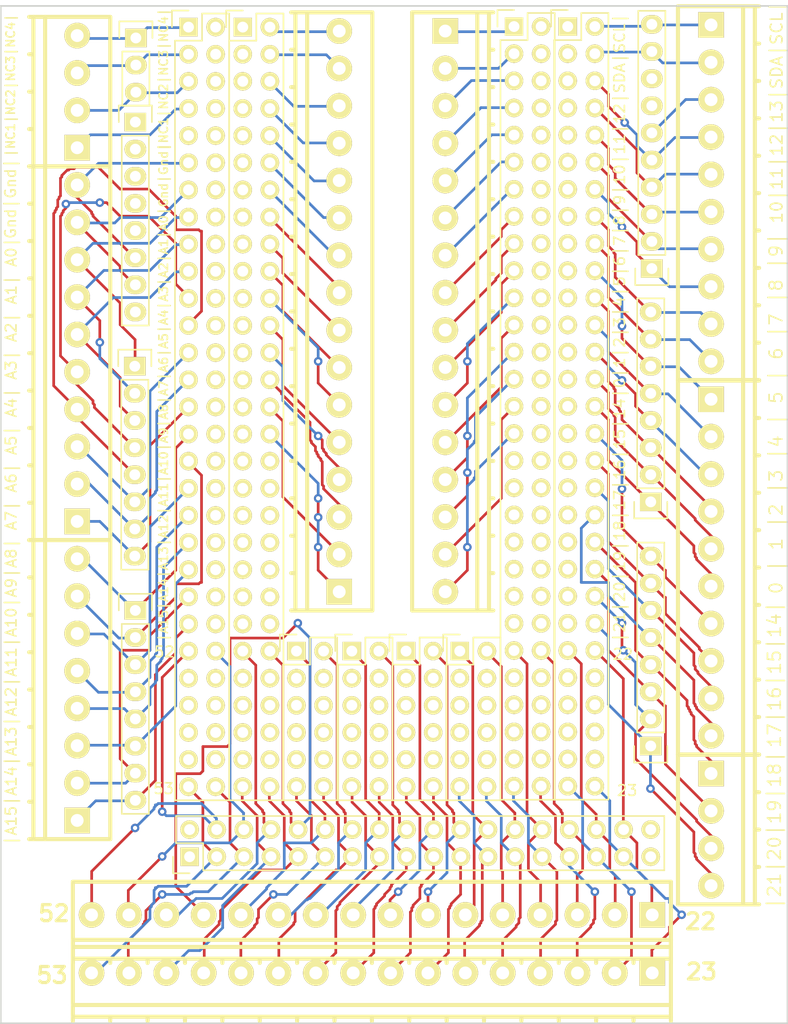
<source format=kicad_pcb>
(kicad_pcb (version 20160815) (host pcbnew 201609150817+7155~55~ubuntu16.04.1-)
  (layers (0 F.Cu signal) (31 B.Cu signal) (34 B.Paste user) (35 F.Paste user) (36 B.SilkS user) (37 F.SilkS user) (38 B.Mask user) (39 F.Mask user) (44 Edge.Cuts user))
  (net 0 "")
  (net 1 "Net-(pin1-Pad7)")
  (net 2 "Net-(pin1-Pad8)")
  (net 3 "Net-(pin4-Pad1)")
  (net 4 "Net-(pin4-Pad2)")
  (net 5 "Net-(pin4-Pad35)")
  (net 6 "Net-(pin4-Pad36)")
  (net 7 "Net-(pin7-Pad2)")
  (net 8 "Net-(pin7-Pad3)")
  (net 9 "Net-(pin7-Pad4)")
  (net 10 "Net-(pin7-Pad5)")
  (net 11 "Net-(pin7-Pad8)")
  (net 12 "Net-(pat1-Pad3)")
  (net 13 "Net-(P1-Pad41)")
  (net 14 "Net-(P1-Pad43)")
  (net 15 "Net-(P1-Pad39)")
  (net 16 "Net-(P1-Pad37)")
  (net 17 "Net-(P1-Pad35)")
  (net 18 "Net-(P1-Pad33)")
  (net 19 "Net-(P1-Pad45)")
  (net 20 "Net-(P1-Pad31)")
  (net 21 "Net-(P8-Pad42)")
  (net 22 "Net-(P8-Pad40)")
  (net 23 "Net-(P8-Pad44)")
  (net 24 "Net-(P8-Pad46)")
  (net 25 "Net-(P7-Pad58)")
  (net 26 "Net-(P8-Pad57)")
  (net 27 "Net-(P7-Pad57)")
  (net 28 "Net-(P6-Pad12)")
  (net 29 "Net-(P6-Pad11)")
  (net 30 "Net-(P5-Pad12)")
  (net 31 "Net-(P8-Pad58)")
  (net 32 "Net-(P5-Pad11)")
  (net 33 "Net-(P4-Pad12)")
  (net 34 "Net-(P4-Pad11)")
  (net 35 "Net-(P3-Pad12)")
  (net 36 "Net-(P3-Pad11)")
  (net 37 "Net-(P2-Pad58)")
  (net 38 "Net-(P2-Pad57)")
  (net 39 "Net-(P1-Pad58)")
  (net 40 "Net-(P1-Pad57)")
  (net 41 "Net-(P1-Pad47)")
  (net 42 "Net-(P1-Pad48)")
  (net 43 "Net-(P2-Pad47)")
  (net 44 "Net-(P2-Pad48)")
  (net 45 "Net-(P3-Pad1)")
  (net 46 "Net-(P3-Pad2)")
  (net 47 "Net-(P4-Pad1)")
  (net 48 "Net-(P4-Pad2)")
  (net 49 "Net-(P5-Pad1)")
  (net 50 "Net-(P8-Pad48)")
  (net 51 "Net-(P5-Pad2)")
  (net 52 "Net-(P6-Pad1)")
  (net 53 "Net-(P6-Pad2)")
  (net 54 "Net-(P7-Pad47)")
  (net 55 "Net-(P8-Pad47)")
  (net 56 "Net-(P7-Pad48)")
  (net 57 "Net-(P10-Pad14)")
  (net 58 "Net-(P10-Pad13)")
  (net 59 "Net-(P10-Pad12)")
  (net 60 "Net-(P10-Pad11)")
  (net 61 "Net-(P10-Pad10)")
  (net 62 "Net-(P10-Pad9)")
  (net 63 "Net-(P10-Pad8)")
  (net 64 "Net-(P10-Pad1)")
  (net 65 "Net-(P10-Pad7)")
  (net 66 "Net-(P10-Pad6)")
  (net 67 "Net-(P10-Pad5)")
  (net 68 "Net-(P10-Pad4)")
  (net 69 "Net-(P10-Pad2)")
  (net 70 "Net-(P10-Pad3)")
  (net 71 "Net-(P1-Pad25)")
  (net 72 "Net-(P1-Pad27)")
  (net 73 "Net-(P1-Pad23)")
  (net 74 "Net-(P1-Pad21)")
  (net 75 "Net-(P1-Pad19)")
  (net 76 "Net-(P1-Pad17)")
  (net 77 "Net-(P1-Pad29)")
  (net 78 "Net-(P1-Pad15)")
  (net 79 "Net-(P1-Pad13)")
  (net 80 "Net-(P1-Pad11)")
  (net 81 "Net-(P8-Pad38)")
  (net 82 "Net-(P8-Pad36)")
  (net 83 "Net-(P8-Pad34)")
  (net 84 "Net-(P8-Pad20)")
  (net 85 "Net-(P8-Pad32)")
  (net 86 "Net-(P8-Pad30)")
  (net 87 "Net-(P8-Pad28)")
  (net 88 "Net-(P8-Pad26)")
  (net 89 "Net-(P8-Pad22)")
  (net 90 "Net-(P8-Pad24)")
  (net 91 "Net-(P8-Pad4)")
  (net 92 "Net-(P8-Pad6)")
  (net 93 "Net-(P8-Pad8)")
  (net 94 "Net-(P8-Pad10)")
  (net 95 "Net-(P8-Pad12)")
  (net 96 "Net-(P8-Pad2)")
  (net 97 "Net-(P8-Pad14)")
  (net 98 "Net-(P8-Pad16)")
  (net 99 "Net-(P8-Pad18)")
  (net 100 "Net-(P1-Pad1)")
  (net 101 "Net-(P1-Pad2)")
  (net 102 "Net-(P1-Pad3)")
  (net 103 "Net-(P1-Pad4)")
  (net 104 "Net-(P1-Pad5)")
  (net 105 "Net-(P1-Pad6)")
  (net 106 "Net-(P1-Pad7)")
  (net 107 "Net-(P1-Pad8)")
  (net 108 "Net-(P1-Pad9)")
  (net 109 "Net-(P1-Pad10)")
  (net 110 "Net-(P1-Pad12)")
  (net 111 "Net-(P1-Pad14)")
  (net 112 "Net-(P1-Pad16)")
  (net 113 "Net-(P1-Pad18)")
  (net 114 "Net-(P1-Pad20)")
  (net 115 "Net-(P1-Pad22)")
  (net 116 "Net-(P1-Pad24)")
  (net 117 "Net-(P1-Pad26)")
  (net 118 "Net-(P1-Pad28)")
  (net 119 "Net-(P1-Pad30)")
  (net 120 "Net-(P1-Pad32)")
  (net 121 "Net-(P1-Pad34)")
  (net 122 "Net-(P1-Pad36)")
  (net 123 "Net-(P1-Pad38)")
  (net 124 "Net-(P1-Pad40)")
  (net 125 "Net-(P1-Pad42)")
  (net 126 "Net-(P1-Pad44)")
  (net 127 "Net-(P1-Pad46)")
  (net 128 "Net-(P1-Pad49)")
  (net 129 "Net-(P1-Pad50)")
  (net 130 "Net-(P1-Pad51)")
  (net 131 "Net-(P1-Pad52)")
  (net 132 "Net-(P1-Pad53)")
  (net 133 "Net-(P1-Pad54)")
  (net 134 "Net-(P1-Pad55)")
  (net 135 "Net-(P1-Pad56)")
  (net 136 "Net-(P7-Pad56)")
  (net 137 "Net-(P7-Pad55)")
  (net 138 "Net-(P7-Pad54)")
  (net 139 "Net-(P7-Pad53)")
  (net 140 "Net-(P7-Pad52)")
  (net 141 "Net-(P7-Pad51)")
  (net 142 "Net-(P7-Pad50)")
  (net 143 "Net-(P7-Pad49)")
  (net 144 "Net-(P7-Pad46)")
  (net 145 "Net-(P7-Pad45)")
  (net 146 "Net-(P7-Pad44)")
  (net 147 "Net-(P7-Pad43)")
  (net 148 "Net-(P7-Pad42)")
  (net 149 "Net-(P7-Pad41)")
  (net 150 "Net-(P7-Pad40)")
  (net 151 "Net-(P7-Pad39)")
  (net 152 "Net-(P7-Pad38)")
  (net 153 "Net-(P7-Pad37)")
  (net 154 "Net-(P7-Pad36)")
  (net 155 "Net-(P7-Pad35)")
  (net 156 "Net-(P7-Pad34)")
  (net 157 "Net-(P7-Pad33)")
  (net 158 "Net-(P7-Pad32)")
  (net 159 "Net-(P7-Pad30)")
  (net 160 "Net-(P7-Pad28)")
  (net 161 "Net-(P7-Pad26)")
  (net 162 "Net-(P7-Pad24)")
  (net 163 "Net-(P7-Pad22)")
  (net 164 "Net-(P7-Pad20)")
  (net 165 "Net-(P7-Pad18)")
  (net 166 "Net-(P7-Pad16)")
  (net 167 "Net-(P7-Pad14)")
  (net 168 "Net-(P7-Pad12)")
  (net 169 "Net-(P7-Pad10)")
  (net 170 "Net-(P7-Pad8)")
  (net 171 "Net-(P7-Pad6)")
  (net 172 "Net-(P7-Pad4)")
  (net 173 "Net-(P7-Pad2)")
  (net 174 "Net-(P8-Pad1)")
  (net 175 "Net-(P8-Pad3)")
  (net 176 "Net-(P8-Pad5)")
  (net 177 "Net-(P8-Pad7)")
  (net 178 "Net-(P8-Pad9)")
  (net 179 "Net-(P8-Pad11)")
  (net 180 "Net-(P8-Pad13)")
  (net 181 "Net-(P8-Pad15)")
  (net 182 "Net-(P8-Pad17)")
  (net 183 "Net-(P8-Pad19)")
  (net 184 "Net-(P8-Pad21)")
  (net 185 "Net-(P8-Pad23)")
  (net 186 "Net-(P8-Pad25)")
  (net 187 "Net-(P8-Pad27)")
  (net 188 "Net-(P8-Pad29)")
  (net 189 "Net-(P8-Pad31)")
  (net 190 "Net-(P8-Pad33)")
  (net 191 "Net-(P8-Pad35)")
  (net 192 "Net-(P8-Pad37)")
  (net 193 "Net-(P8-Pad39)")
  (net 194 "Net-(P8-Pad41)")
  (net 195 "Net-(P8-Pad43)")
  (net 196 "Net-(P8-Pad45)")
  (net 197 "Net-(P8-Pad49)")
  (net 198 "Net-(P8-Pad50)")
  (net 199 "Net-(P8-Pad51)")
  (net 200 "Net-(P8-Pad52)")
  (net 201 "Net-(P8-Pad53)")
  (net 202 "Net-(P8-Pad54)")
  (net 203 "Net-(P8-Pad55)")
  (net 204 "Net-(P8-Pad56)")
  (net 205 "Net-(P2-Pad56)")
  (net 206 "Net-(P2-Pad55)")
  (net 207 "Net-(P2-Pad54)")
  (net 208 "Net-(P2-Pad53)")
  (net 209 "Net-(P2-Pad52)")
  (net 210 "Net-(P2-Pad51)")
  (net 211 "Net-(P2-Pad50)")
  (net 212 "Net-(P2-Pad49)")
  (net 213 "Net-(P2-Pad46)")
  (net 214 "Net-(P2-Pad45)")
  (net 215 "Net-(P2-Pad44)")
  (net 216 "Net-(P2-Pad43)")
  (net 217 "Net-(P2-Pad42)")
  (net 218 "Net-(P2-Pad41)")
  (net 219 "Net-(P2-Pad40)")
  (net 220 "Net-(P2-Pad39)")
  (net 221 "Net-(P2-Pad38)")
  (net 222 "Net-(P2-Pad37)")
  (net 223 "Net-(P2-Pad36)")
  (net 224 "Net-(P2-Pad35)")
  (net 225 "Net-(P2-Pad34)")
  (net 226 "Net-(P2-Pad33)")
  (net 227 "Net-(P2-Pad32)")
  (net 228 "Net-(P2-Pad31)")
  (net 229 "Net-(P2-Pad30)")
  (net 230 "Net-(P2-Pad29)")
  (net 231 "Net-(P2-Pad28)")
  (net 232 "Net-(P2-Pad27)")
  (net 233 "Net-(P2-Pad26)")
  (net 234 "Net-(P2-Pad25)")
  (net 235 "Net-(P2-Pad24)")
  (net 236 "Net-(P2-Pad23)")
  (net 237 "Net-(P2-Pad22)")
  (net 238 "Net-(P2-Pad21)")
  (net 239 "Net-(P2-Pad20)")
  (net 240 "Net-(P2-Pad19)")
  (net 241 "Net-(P2-Pad18)")
  (net 242 "Net-(P2-Pad17)")
  (net 243 "Net-(P2-Pad16)")
  (net 244 "Net-(P2-Pad15)")
  (net 245 "Net-(P2-Pad14)")
  (net 246 "Net-(P2-Pad13)")
  (net 247 "Net-(P2-Pad12)")
  (net 248 "Net-(P2-Pad11)")
  (net 249 "Net-(P2-Pad10)")
  (net 250 "Net-(P2-Pad9)")
  (net 251 "Net-(P2-Pad8)")
  (net 252 "Net-(P2-Pad7)")
  (net 253 "Net-(P2-Pad6)")
  (net 254 "Net-(P2-Pad5)")
  (net 255 "Net-(P2-Pad4)")
  (net 256 "Net-(P2-Pad3)")
  (net 257 "Net-(P2-Pad2)")
  (net 258 "Net-(P2-Pad1)")
  (net 259 "Net-(P6-Pad3)")
  (net 260 "Net-(P6-Pad4)")
  (net 261 "Net-(P6-Pad5)")
  (net 262 "Net-(P6-Pad6)")
  (net 263 "Net-(P6-Pad7)")
  (net 264 "Net-(P6-Pad8)")
  (net 265 "Net-(P6-Pad9)")
  (net 266 "Net-(P6-Pad10)")
  (net 267 "Net-(P5-Pad10)")
  (net 268 "Net-(P5-Pad9)")
  (net 269 "Net-(P5-Pad8)")
  (net 270 "Net-(P5-Pad7)")
  (net 271 "Net-(P5-Pad6)")
  (net 272 "Net-(P5-Pad5)")
  (net 273 "Net-(P5-Pad4)")
  (net 274 "Net-(P5-Pad3)")
  (net 275 "Net-(P4-Pad3)")
  (net 276 "Net-(P4-Pad4)")
  (net 277 "Net-(P4-Pad5)")
  (net 278 "Net-(P4-Pad6)")
  (net 279 "Net-(P4-Pad7)")
  (net 280 "Net-(P4-Pad8)")
  (net 281 "Net-(P4-Pad9)")
  (net 282 "Net-(P4-Pad10)")
  (net 283 "Net-(P3-Pad10)")
  (net 284 "Net-(P3-Pad9)")
  (net 285 "Net-(P3-Pad8)")
  (net 286 "Net-(P3-Pad7)")
  (net 287 "Net-(P3-Pad6)")
  (net 288 "Net-(P3-Pad5)")
  (net 289 "Net-(P3-Pad4)")
  (net 290 "Net-(P3-Pad3)")
  (net 291 "Net-(P10-Pad16)")
  (net 292 "Net-(P10-Pad15)")
  (net 293 "Net-(pin7-Pad1)")
  (module w_conn_pt-1,5:pt_1,5-16-3,5-h (layer F.Cu) (at 93.1164 85.7504 90)
    (fp_text reference "" (at 7.7724 -6.3754 90) (layer F.SilkS) (effects (font (size 1.5 1.5) (thickness 0.3))))
    (fp_text value "" (at 12.3952 -5.7404 90) (layer F.SilkS) (effects (font (size 1.5 1.5) (thickness 0.3))))
    (pad 3 thru_hole circle (at 19.25 -0.7 90) (size 2.4 2.4) (drill 1.2) (layers *.Cu *.Mask F.SilkS) (net 70 "Net-(P10-Pad3)"))
    (pad 2 thru_hole circle (at 22.75 -0.7 90) (size 2.4 2.4) (drill 1.2) (layers *.Cu *.Mask F.SilkS) (net 69 "Net-(P10-Pad2)"))
    (pad 4 thru_hole circle (at 15.75 -0.7 90) (size 2.4 2.4) (drill 1.2) (layers *.Cu *.Mask F.SilkS) (net 68 "Net-(P10-Pad4)"))
    (pad 5 thru_hole circle (at 12.25 -0.7 90) (size 2.4 2.4) (drill 1.2) (layers *.Cu *.Mask F.SilkS) (net 67 "Net-(P10-Pad5)"))
    (pad 6 thru_hole circle (at 8.75 -0.7 90) (size 2.4 2.4) (drill 1.2) (layers *.Cu *.Mask F.SilkS) (net 66 "Net-(P10-Pad6)"))
    (pad 7 thru_hole circle (at 5.25 -0.7 90) (size 2.4 2.4) (drill 1.2) (layers *.Cu *.Mask F.SilkS) (net 65 "Net-(P10-Pad7)"))
    (pad 1 thru_hole rect (at 26.25 -0.7 90) (size 2.4 2.4) (drill 1.2) (layers *.Cu *.Mask F.SilkS) (net 64 "Net-(P10-Pad1)"))
    (pad 8 thru_hole circle (at 1.75 -0.7 90) (size 2.4 2.4) (drill 1.2) (layers *.Cu *.Mask F.SilkS) (net 63 "Net-(P10-Pad8)"))
    (pad 9 thru_hole circle (at -1.75 -0.7 90) (size 2.4 2.4) (drill 1.2) (layers *.Cu *.Mask F.SilkS) (net 62 "Net-(P10-Pad9)"))
    (pad 10 thru_hole circle (at -5.25 -0.7 90) (size 2.4 2.4) (drill 1.2) (layers *.Cu *.Mask F.SilkS) (net 61 "Net-(P10-Pad10)"))
    (pad 11 thru_hole circle (at -8.75 -0.7 90) (size 2.4 2.4) (drill 1.2) (layers *.Cu *.Mask F.SilkS) (net 60 "Net-(P10-Pad11)"))
    (pad 12 thru_hole circle (at -12.25 -0.7 90) (size 2.4 2.4) (drill 1.2) (layers *.Cu *.Mask F.SilkS) (net 59 "Net-(P10-Pad12)"))
    (pad 13 thru_hole circle (at -15.75 -0.7 90) (size 2.4 2.4) (drill 1.2) (layers *.Cu *.Mask F.SilkS) (net 58 "Net-(P10-Pad13)"))
    (pad 14 thru_hole circle (at -19.25 -0.7 90) (size 2.4 2.4) (drill 1.2) (layers *.Cu *.Mask F.SilkS) (net 57 "Net-(P10-Pad14)"))
    (pad 15 thru_hole circle (at -22.75 -0.7 90) (size 2.4 2.4) (drill 1.2) (layers *.Cu *.Mask F.SilkS) (net 292 "Net-(P10-Pad15)"))
    (pad 16 thru_hole circle (at -26.25 -0.7 90) (size 2.4 2.4) (drill 1.2) (layers *.Cu *.Mask F.SilkS) (net 291 "Net-(P10-Pad16)"))
  )
  (module w_conn_pt-1,5:pt_1,5-16-3,5-h (layer F.Cu) (at 81.788 85.7504 270)
    (fp_text reference "" (at 25.019 -5.969 270) (layer F.SilkS) (effects (font (size 1.5 1.5) (thickness 0.3))))
    (fp_text value "" (at -7.9248 -5.588 270) (layer F.SilkS) (effects (font (size 1.5 1.5) (thickness 0.3))))
    (pad 16 thru_hole circle (at -26.25 -0.7 270) (size 2.4 2.4) (drill 1.2) (layers *.Cu *.Mask F.SilkS) (net 257 "Net-(P2-Pad2)"))
    (pad 15 thru_hole circle (at -22.75 -0.7 270) (size 2.4 2.4) (drill 1.2) (layers *.Cu *.Mask F.SilkS) (net 255 "Net-(P2-Pad4)"))
    (pad 14 thru_hole circle (at -19.25 -0.7 270) (size 2.4 2.4) (drill 1.2) (layers *.Cu *.Mask F.SilkS) (net 253 "Net-(P2-Pad6)"))
    (pad 13 thru_hole circle (at -15.75 -0.7 270) (size 2.4 2.4) (drill 1.2) (layers *.Cu *.Mask F.SilkS) (net 251 "Net-(P2-Pad8)"))
    (pad 12 thru_hole circle (at -12.25 -0.7 270) (size 2.4 2.4) (drill 1.2) (layers *.Cu *.Mask F.SilkS) (net 249 "Net-(P2-Pad10)"))
    (pad 11 thru_hole circle (at -8.75 -0.7 270) (size 2.4 2.4) (drill 1.2) (layers *.Cu *.Mask F.SilkS) (net 247 "Net-(P2-Pad12)"))
    (pad 10 thru_hole circle (at -5.25 -0.7 270) (size 2.4 2.4) (drill 1.2) (layers *.Cu *.Mask F.SilkS) (net 245 "Net-(P2-Pad14)"))
    (pad 9 thru_hole circle (at -1.75 -0.7 270) (size 2.4 2.4) (drill 1.2) (layers *.Cu *.Mask F.SilkS) (net 243 "Net-(P2-Pad16)"))
    (pad 8 thru_hole circle (at 1.75 -0.7 270) (size 2.4 2.4) (drill 1.2) (layers *.Cu *.Mask F.SilkS) (net 241 "Net-(P2-Pad18)"))
    (pad 1 thru_hole rect (at 26.25 -0.7 270) (size 2.4 2.4) (drill 1.2) (layers *.Cu *.Mask F.SilkS) (net 227 "Net-(P2-Pad32)"))
    (pad 7 thru_hole circle (at 5.25 -0.7 270) (size 2.4 2.4) (drill 1.2) (layers *.Cu *.Mask F.SilkS) (net 239 "Net-(P2-Pad20)"))
    (pad 6 thru_hole circle (at 8.75 -0.7 270) (size 2.4 2.4) (drill 1.2) (layers *.Cu *.Mask F.SilkS) (net 237 "Net-(P2-Pad22)"))
    (pad 5 thru_hole circle (at 12.25 -0.7 270) (size 2.4 2.4) (drill 1.2) (layers *.Cu *.Mask F.SilkS) (net 235 "Net-(P2-Pad24)"))
    (pad 4 thru_hole circle (at 15.75 -0.7 270) (size 2.4 2.4) (drill 1.2) (layers *.Cu *.Mask F.SilkS) (net 233 "Net-(P2-Pad26)"))
    (pad 2 thru_hole circle (at 22.75 -0.7 270) (size 2.4 2.4) (drill 1.2) (layers *.Cu *.Mask F.SilkS) (net 229 "Net-(P2-Pad30)"))
    (pad 3 thru_hole circle (at 19.25 -0.7 270) (size 2.4 2.4) (drill 1.2) (layers *.Cu *.Mask F.SilkS) (net 231 "Net-(P2-Pad28)"))
  )
  (module Pin_Headers:Pin_Header_Straight_1x03 (layer F.Cu) (at 63.4492 60.1472)
    (fp_text reference |NC1|NC2|NC3|NC4| (at 2.5908 3.9116 90) (layer F.SilkS) (effects (font (size 0.8 0.8))))
    (fp_text value CONN_01X03)
    (pad 1 thru_hole rect (at 0 0) (size 2.032 1.7272) (drill 1.016) (layers *.Cu *.Mask F.SilkS) (net 100 "Net-(P1-Pad1)"))
    (pad 2 thru_hole oval (at 0 2.54) (size 2.032 1.7272) (drill 1.016) (layers *.Cu *.Mask F.SilkS) (net 102 "Net-(P1-Pad3)"))
    (pad 3 thru_hole oval (at 0 5.08) (size 2.032 1.7272) (drill 1.016) (layers *.Cu *.Mask F.SilkS) (net 104 "Net-(P1-Pad5)"))
  )
  (module w_conn_pt-1,5:pt_1,5-4-3,5-h (layer F.Cu) (at 57.2516 65.1764 270)
    (fp_text reference "" (at 20.2946 -29.8704 270) (layer F.SilkS) (effects (font (size 1.5 1.5) (thickness 0.3))))
    (fp_text value "" (at 29.9212 -30.5308 270) (layer F.SilkS) (effects (font (size 1.5 1.5) (thickness 0.3))))
    (pad 4 thru_hole circle (at -5.25 -0.7 270) (size 2.4 2.4) (drill 1.2) (layers *.Cu *.Mask F.SilkS) (net 100 "Net-(P1-Pad1)"))
    (pad 3 thru_hole circle (at -1.75 -0.7 270) (size 2.4 2.4) (drill 1.2) (layers *.Cu *.Mask F.SilkS) (net 102 "Net-(P1-Pad3)"))
    (pad 1 thru_hole rect (at 5.25 -0.7 270) (size 2.4 2.4) (drill 1.2) (layers *.Cu *.Mask F.SilkS) (net 106 "Net-(P1-Pad7)"))
    (pad 2 thru_hole circle (at 1.75 -0.7 270) (size 2.4 2.4) (drill 1.2) (layers *.Cu *.Mask F.SilkS) (net 104 "Net-(P1-Pad5)"))
  )
  (module Pin_Headers:Pin_Header_Straight_1x08 (layer F.Cu) (at 63.3984 68.0212)
    (fp_text reference 10|11|12|13|SDA|SCL| (at 60.0456 -0.9144 90) (layer F.SilkS) (effects (font (size 1.1 1.1))))
    (fp_text value CONN_01X08)
    (pad 1 thru_hole rect (at 0 0) (size 2.032 1.7272) (drill 1.016) (layers *.Cu *.Mask F.SilkS) (net 293 "Net-(pin7-Pad1)"))
    (pad 2 thru_hole oval (at 0 2.54) (size 2.032 1.7272) (drill 1.016) (layers *.Cu *.Mask F.SilkS) (net 7 "Net-(pin7-Pad2)"))
    (pad 3 thru_hole oval (at 0 5.08) (size 2.032 1.7272) (drill 1.016) (layers *.Cu *.Mask F.SilkS) (net 8 "Net-(pin7-Pad3)"))
    (pad 4 thru_hole oval (at 0 7.62) (size 2.032 1.7272) (drill 1.016) (layers *.Cu *.Mask F.SilkS) (net 9 "Net-(pin7-Pad4)"))
    (pad 5 thru_hole oval (at 0 10.16) (size 2.032 1.7272) (drill 1.016) (layers *.Cu *.Mask F.SilkS) (net 10 "Net-(pin7-Pad5)"))
    (pad 6 thru_hole oval (at 0 12.7) (size 2.032 1.7272) (drill 1.016) (layers *.Cu *.Mask F.SilkS) (net 80 "Net-(P1-Pad11)"))
    (pad 7 thru_hole oval (at 0 15.24) (size 2.032 1.7272) (drill 1.016) (layers *.Cu *.Mask F.SilkS) (net 79 "Net-(P1-Pad13)"))
    (pad 8 thru_hole oval (at 0 17.78) (size 2.032 1.7272) (drill 1.016) (layers *.Cu *.Mask F.SilkS) (net 11 "Net-(pin7-Pad8)"))
  )
  (module Pin_Headers:Pin_Header_Straight_1x08 (layer F.Cu) (at 63.3476 90.8812)
    (fp_text reference "|A15|A14|A13|A12|A11|A10|A9|A8| A7| A6| A5| A4| A3| A2| A1| A0|" (at -11.5824 16.4084 90) (layer F.SilkS))
    (fp_text value CONN_01X08)
    (pad 8 thru_hole oval (at 0 17.78) (size 2.032 1.7272) (drill 1.016) (layers *.Cu *.Mask F.SilkS) (net 77 "Net-(P1-Pad29)"))
    (pad 7 thru_hole oval (at 0 15.24) (size 2.032 1.7272) (drill 1.016) (layers *.Cu *.Mask F.SilkS) (net 72 "Net-(P1-Pad27)"))
    (pad 6 thru_hole oval (at 0 12.7) (size 2.032 1.7272) (drill 1.016) (layers *.Cu *.Mask F.SilkS) (net 71 "Net-(P1-Pad25)"))
    (pad 5 thru_hole oval (at 0 10.16) (size 2.032 1.7272) (drill 1.016) (layers *.Cu *.Mask F.SilkS) (net 73 "Net-(P1-Pad23)"))
    (pad 4 thru_hole oval (at 0 7.62) (size 2.032 1.7272) (drill 1.016) (layers *.Cu *.Mask F.SilkS) (net 74 "Net-(P1-Pad21)"))
    (pad 3 thru_hole oval (at 0 5.08) (size 2.032 1.7272) (drill 1.016) (layers *.Cu *.Mask F.SilkS) (net 75 "Net-(P1-Pad19)"))
    (pad 2 thru_hole oval (at 0 2.54) (size 2.032 1.7272) (drill 1.016) (layers *.Cu *.Mask F.SilkS) (net 76 "Net-(P1-Pad17)"))
    (pad 1 thru_hole rect (at 0 0) (size 2.032 1.7272) (drill 1.016) (layers *.Cu *.Mask F.SilkS) (net 78 "Net-(P1-Pad15)"))
  )
  (module Pin_Headers:Pin_Header_Straight_1x08 (layer F.Cu) (at 111.6584 126.4412 180)
    (fp_text reference " 0 | 1 |2 |3 |4 | 5 | 6 |7 |8 |9|" (at -11.7348 30.6832 270) (layer F.SilkS) (effects (font (size 1.2 1.2))))
    (fp_text value CONN_01X08)
    (pad 8 thru_hole oval (at 0 17.78 180) (size 2.032 1.7272) (drill 1.016) (layers *.Cu *.Mask F.SilkS) (net 85 "Net-(P8-Pad32)"))
    (pad 7 thru_hole oval (at 0 15.24 180) (size 2.032 1.7272) (drill 1.016) (layers *.Cu *.Mask F.SilkS) (net 83 "Net-(P8-Pad34)"))
    (pad 6 thru_hole oval (at 0 12.7 180) (size 2.032 1.7272) (drill 1.016) (layers *.Cu *.Mask F.SilkS) (net 82 "Net-(P8-Pad36)"))
    (pad 5 thru_hole oval (at 0 10.16 180) (size 2.032 1.7272) (drill 1.016) (layers *.Cu *.Mask F.SilkS) (net 81 "Net-(P8-Pad38)"))
    (pad 4 thru_hole oval (at 0 7.62 180) (size 2.032 1.7272) (drill 1.016) (layers *.Cu *.Mask F.SilkS) (net 22 "Net-(P8-Pad40)"))
    (pad 3 thru_hole oval (at 0 5.08 180) (size 2.032 1.7272) (drill 1.016) (layers *.Cu *.Mask F.SilkS) (net 21 "Net-(P8-Pad42)"))
    (pad 2 thru_hole oval (at 0 2.54 180) (size 2.032 1.7272) (drill 1.016) (layers *.Cu *.Mask F.SilkS) (net 23 "Net-(P8-Pad44)"))
    (pad 1 thru_hole rect (at 0 0 180) (size 2.032 1.7272) (drill 1.016) (layers *.Cu *.Mask F.SilkS) (net 24 "Net-(P8-Pad46)"))
  )
  (module Pin_Headers:Pin_Header_Straight_1x08 (layer F.Cu) (at 111.6584 103.5812 180)
    (fp_text reference 52 (at 45.5422 -14.0462 180) (layer F.SilkS))
    (fp_text value CONN_01X08)
    (pad 1 thru_hole rect (at 0 0 180) (size 2.032 1.7272) (drill 1.016) (layers *.Cu *.Mask F.SilkS) (net 86 "Net-(P8-Pad30)"))
    (pad 2 thru_hole oval (at 0 2.54 180) (size 2.032 1.7272) (drill 1.016) (layers *.Cu *.Mask F.SilkS) (net 87 "Net-(P8-Pad28)"))
    (pad 3 thru_hole oval (at 0 5.08 180) (size 2.032 1.7272) (drill 1.016) (layers *.Cu *.Mask F.SilkS) (net 88 "Net-(P8-Pad26)"))
    (pad 4 thru_hole oval (at 0 7.62 180) (size 2.032 1.7272) (drill 1.016) (layers *.Cu *.Mask F.SilkS) (net 90 "Net-(P8-Pad24)"))
    (pad 5 thru_hole oval (at 0 10.16 180) (size 2.032 1.7272) (drill 1.016) (layers *.Cu *.Mask F.SilkS) (net 89 "Net-(P8-Pad22)"))
    (pad 6 thru_hole oval (at 0 12.7 180) (size 2.032 1.7272) (drill 1.016) (layers *.Cu *.Mask F.SilkS) (net 84 "Net-(P8-Pad20)"))
    (pad 7 thru_hole oval (at 0 15.24 180) (size 2.032 1.7272) (drill 1.016) (layers *.Cu *.Mask F.SilkS) (net 99 "Net-(P8-Pad18)"))
    (pad 8 thru_hole oval (at 0 17.78 180) (size 2.032 1.7272) (drill 1.016) (layers *.Cu *.Mask F.SilkS) (net 98 "Net-(P8-Pad16)"))
  )
  (module Pin_Headers:Pin_Header_Straight_2x06 (layer F.Cu) (at 78.486 117.5512)
    (fp_text reference 53 (at -12.446 12.8778) (layer F.SilkS))
    (fp_text value CONN_02X06)
    (pad 12 thru_hole oval (at 2.54 12.7) (size 1.7272 1.7272) (drill 1.016) (layers *.Cu *.Mask F.SilkS) (net 35 "Net-(P3-Pad12)"))
    (pad 11 thru_hole oval (at 0 12.7) (size 1.7272 1.7272) (drill 1.016) (layers *.Cu *.Mask F.SilkS) (net 36 "Net-(P3-Pad11)"))
    (pad 10 thru_hole oval (at 2.54 10.16) (size 1.7272 1.7272) (drill 1.016) (layers *.Cu *.Mask F.SilkS) (net 283 "Net-(P3-Pad10)"))
    (pad 9 thru_hole oval (at 0 10.16) (size 1.7272 1.7272) (drill 1.016) (layers *.Cu *.Mask F.SilkS) (net 284 "Net-(P3-Pad9)"))
    (pad 8 thru_hole oval (at 2.54 7.62) (size 1.7272 1.7272) (drill 1.016) (layers *.Cu *.Mask F.SilkS) (net 285 "Net-(P3-Pad8)"))
    (pad 7 thru_hole oval (at 0 7.62) (size 1.7272 1.7272) (drill 1.016) (layers *.Cu *.Mask F.SilkS) (net 286 "Net-(P3-Pad7)"))
    (pad 6 thru_hole oval (at 2.54 5.08) (size 1.7272 1.7272) (drill 1.016) (layers *.Cu *.Mask F.SilkS) (net 287 "Net-(P3-Pad6)"))
    (pad 5 thru_hole oval (at 0 5.08) (size 1.7272 1.7272) (drill 1.016) (layers *.Cu *.Mask F.SilkS) (net 288 "Net-(P3-Pad5)"))
    (pad 4 thru_hole oval (at 2.54 2.54) (size 1.7272 1.7272) (drill 1.016) (layers *.Cu *.Mask F.SilkS) (net 289 "Net-(P3-Pad4)"))
    (pad 3 thru_hole oval (at 0 2.54) (size 1.7272 1.7272) (drill 1.016) (layers *.Cu *.Mask F.SilkS) (net 290 "Net-(P3-Pad3)"))
    (pad 2 thru_hole oval (at 2.54 0) (size 1.7272 1.7272) (drill 1.016) (layers *.Cu *.Mask F.SilkS) (net 46 "Net-(P3-Pad2)"))
    (pad 1 thru_hole rect (at 0 0) (size 1.7272 1.7272) (drill 1.016) (layers *.Cu *.Mask F.SilkS) (net 45 "Net-(P3-Pad1)"))
  )
  (module Pin_Headers:Pin_Header_Straight_2x06 (layer F.Cu) (at 83.6676 117.5512)
    (fp_text reference "" (at 3.5814 -16.9672) (layer F.SilkS))
    (fp_text value CONN_02X06)
    (pad 1 thru_hole rect (at 0 0) (size 1.7272 1.7272) (drill 1.016) (layers *.Cu *.Mask F.SilkS) (net 47 "Net-(P4-Pad1)"))
    (pad 2 thru_hole oval (at 2.54 0) (size 1.7272 1.7272) (drill 1.016) (layers *.Cu *.Mask F.SilkS) (net 48 "Net-(P4-Pad2)"))
    (pad 3 thru_hole oval (at 0 2.54) (size 1.7272 1.7272) (drill 1.016) (layers *.Cu *.Mask F.SilkS) (net 275 "Net-(P4-Pad3)"))
    (pad 4 thru_hole oval (at 2.54 2.54) (size 1.7272 1.7272) (drill 1.016) (layers *.Cu *.Mask F.SilkS) (net 276 "Net-(P4-Pad4)"))
    (pad 5 thru_hole oval (at 0 5.08) (size 1.7272 1.7272) (drill 1.016) (layers *.Cu *.Mask F.SilkS) (net 277 "Net-(P4-Pad5)"))
    (pad 6 thru_hole oval (at 2.54 5.08) (size 1.7272 1.7272) (drill 1.016) (layers *.Cu *.Mask F.SilkS) (net 278 "Net-(P4-Pad6)"))
    (pad 7 thru_hole oval (at 0 7.62) (size 1.7272 1.7272) (drill 1.016) (layers *.Cu *.Mask F.SilkS) (net 279 "Net-(P4-Pad7)"))
    (pad 8 thru_hole oval (at 2.54 7.62) (size 1.7272 1.7272) (drill 1.016) (layers *.Cu *.Mask F.SilkS) (net 280 "Net-(P4-Pad8)"))
    (pad 9 thru_hole oval (at 0 10.16) (size 1.7272 1.7272) (drill 1.016) (layers *.Cu *.Mask F.SilkS) (net 281 "Net-(P4-Pad9)"))
    (pad 10 thru_hole oval (at 2.54 10.16) (size 1.7272 1.7272) (drill 1.016) (layers *.Cu *.Mask F.SilkS) (net 282 "Net-(P4-Pad10)"))
    (pad 11 thru_hole oval (at 0 12.7) (size 1.7272 1.7272) (drill 1.016) (layers *.Cu *.Mask F.SilkS) (net 34 "Net-(P4-Pad11)"))
    (pad 12 thru_hole oval (at 2.54 12.7) (size 1.7272 1.7272) (drill 1.016) (layers *.Cu *.Mask F.SilkS) (net 33 "Net-(P4-Pad12)"))
  )
  (module Pin_Headers:Pin_Header_Straight_2x06 (layer F.Cu) (at 88.7476 117.5512)
    (fp_text reference 22 (at 20.2946 0.3048) (layer F.SilkS))
    (fp_text value CONN_02X06)
    (pad 12 thru_hole oval (at 2.54 12.7) (size 1.7272 1.7272) (drill 1.016) (layers *.Cu *.Mask F.SilkS) (net 30 "Net-(P5-Pad12)"))
    (pad 11 thru_hole oval (at 0 12.7) (size 1.7272 1.7272) (drill 1.016) (layers *.Cu *.Mask F.SilkS) (net 32 "Net-(P5-Pad11)"))
    (pad 10 thru_hole oval (at 2.54 10.16) (size 1.7272 1.7272) (drill 1.016) (layers *.Cu *.Mask F.SilkS) (net 267 "Net-(P5-Pad10)"))
    (pad 9 thru_hole oval (at 0 10.16) (size 1.7272 1.7272) (drill 1.016) (layers *.Cu *.Mask F.SilkS) (net 268 "Net-(P5-Pad9)"))
    (pad 8 thru_hole oval (at 2.54 7.62) (size 1.7272 1.7272) (drill 1.016) (layers *.Cu *.Mask F.SilkS) (net 269 "Net-(P5-Pad8)"))
    (pad 7 thru_hole oval (at 0 7.62) (size 1.7272 1.7272) (drill 1.016) (layers *.Cu *.Mask F.SilkS) (net 270 "Net-(P5-Pad7)"))
    (pad 6 thru_hole oval (at 2.54 5.08) (size 1.7272 1.7272) (drill 1.016) (layers *.Cu *.Mask F.SilkS) (net 271 "Net-(P5-Pad6)"))
    (pad 5 thru_hole oval (at 0 5.08) (size 1.7272 1.7272) (drill 1.016) (layers *.Cu *.Mask F.SilkS) (net 272 "Net-(P5-Pad5)"))
    (pad 4 thru_hole oval (at 2.54 2.54) (size 1.7272 1.7272) (drill 1.016) (layers *.Cu *.Mask F.SilkS) (net 273 "Net-(P5-Pad4)"))
    (pad 3 thru_hole oval (at 0 2.54) (size 1.7272 1.7272) (drill 1.016) (layers *.Cu *.Mask F.SilkS) (net 274 "Net-(P5-Pad3)"))
    (pad 2 thru_hole oval (at 2.54 0) (size 1.7272 1.7272) (drill 1.016) (layers *.Cu *.Mask F.SilkS) (net 51 "Net-(P5-Pad2)"))
    (pad 1 thru_hole rect (at 0 0) (size 1.7272 1.7272) (drill 1.016) (layers *.Cu *.Mask F.SilkS) (net 49 "Net-(P5-Pad1)"))
  )
  (module Pin_Headers:Pin_Header_Straight_2x06 (layer F.Cu) (at 93.7768 117.5512)
    (fp_text reference 23 (at 15.6718 13.0556) (layer F.SilkS))
    (fp_text value CONN_02X06)
    (pad 1 thru_hole rect (at 0 0) (size 1.7272 1.7272) (drill 1.016) (layers *.Cu *.Mask F.SilkS) (net 52 "Net-(P6-Pad1)"))
    (pad 2 thru_hole oval (at 2.54 0) (size 1.7272 1.7272) (drill 1.016) (layers *.Cu *.Mask F.SilkS) (net 53 "Net-(P6-Pad2)"))
    (pad 3 thru_hole oval (at 0 2.54) (size 1.7272 1.7272) (drill 1.016) (layers *.Cu *.Mask F.SilkS) (net 259 "Net-(P6-Pad3)"))
    (pad 4 thru_hole oval (at 2.54 2.54) (size 1.7272 1.7272) (drill 1.016) (layers *.Cu *.Mask F.SilkS) (net 260 "Net-(P6-Pad4)"))
    (pad 5 thru_hole oval (at 0 5.08) (size 1.7272 1.7272) (drill 1.016) (layers *.Cu *.Mask F.SilkS) (net 261 "Net-(P6-Pad5)"))
    (pad 6 thru_hole oval (at 2.54 5.08) (size 1.7272 1.7272) (drill 1.016) (layers *.Cu *.Mask F.SilkS) (net 262 "Net-(P6-Pad6)"))
    (pad 7 thru_hole oval (at 0 7.62) (size 1.7272 1.7272) (drill 1.016) (layers *.Cu *.Mask F.SilkS) (net 263 "Net-(P6-Pad7)"))
    (pad 8 thru_hole oval (at 2.54 7.62) (size 1.7272 1.7272) (drill 1.016) (layers *.Cu *.Mask F.SilkS) (net 264 "Net-(P6-Pad8)"))
    (pad 9 thru_hole oval (at 0 10.16) (size 1.7272 1.7272) (drill 1.016) (layers *.Cu *.Mask F.SilkS) (net 265 "Net-(P6-Pad9)"))
    (pad 10 thru_hole oval (at 2.54 10.16) (size 1.7272 1.7272) (drill 1.016) (layers *.Cu *.Mask F.SilkS) (net 266 "Net-(P6-Pad10)"))
    (pad 11 thru_hole oval (at 0 12.7) (size 1.7272 1.7272) (drill 1.016) (layers *.Cu *.Mask F.SilkS) (net 29 "Net-(P6-Pad11)"))
    (pad 12 thru_hole oval (at 2.54 12.7) (size 1.7272 1.7272) (drill 1.016) (layers *.Cu *.Mask F.SilkS) (net 28 "Net-(P6-Pad12)"))
  )
  (module Pin_Headers:Pin_Header_Straight_2x18 (layer F.Cu) (at 68.4784 136.8044 90)
    (fp_text reference |21|20|19|18| (at 2.4892 54.7624 90) (layer F.SilkS) (effects (font (size 1.2 1.2))))
    (fp_text value CONN_02X18)
    (pad 1 thru_hole rect (at 0 0 90) (size 1.7272 1.7272) (drill 1.016) (layers *.Cu *.Mask F.SilkS) (net 3 "Net-(pin4-Pad1)"))
    (pad 2 thru_hole oval (at 2.54 0 90) (size 1.7272 1.7272) (drill 1.016) (layers *.Cu *.Mask F.SilkS) (net 4 "Net-(pin4-Pad2)"))
    (pad 3 thru_hole oval (at 0 2.54 90) (size 1.7272 1.7272) (drill 1.016) (layers *.Cu *.Mask F.SilkS) (net 40 "Net-(P1-Pad57)"))
    (pad 4 thru_hole oval (at 2.54 2.54 90) (size 1.7272 1.7272) (drill 1.016) (layers *.Cu *.Mask F.SilkS) (net 41 "Net-(P1-Pad47)"))
    (pad 5 thru_hole oval (at 0 5.08 90) (size 1.7272 1.7272) (drill 1.016) (layers *.Cu *.Mask F.SilkS) (net 39 "Net-(P1-Pad58)"))
    (pad 6 thru_hole oval (at 2.54 5.08 90) (size 1.7272 1.7272) (drill 1.016) (layers *.Cu *.Mask F.SilkS) (net 42 "Net-(P1-Pad48)"))
    (pad 7 thru_hole oval (at 0 7.62 90) (size 1.7272 1.7272) (drill 1.016) (layers *.Cu *.Mask F.SilkS) (net 38 "Net-(P2-Pad57)"))
    (pad 8 thru_hole oval (at 2.54 7.62 90) (size 1.7272 1.7272) (drill 1.016) (layers *.Cu *.Mask F.SilkS) (net 43 "Net-(P2-Pad47)"))
    (pad 9 thru_hole oval (at 0 10.16 90) (size 1.7272 1.7272) (drill 1.016) (layers *.Cu *.Mask F.SilkS) (net 37 "Net-(P2-Pad58)"))
    (pad 10 thru_hole oval (at 2.54 10.16 90) (size 1.7272 1.7272) (drill 1.016) (layers *.Cu *.Mask F.SilkS) (net 44 "Net-(P2-Pad48)"))
    (pad 11 thru_hole oval (at 0 12.7 90) (size 1.7272 1.7272) (drill 1.016) (layers *.Cu *.Mask F.SilkS) (net 36 "Net-(P3-Pad11)"))
    (pad 12 thru_hole oval (at 2.54 12.7 90) (size 1.7272 1.7272) (drill 1.016) (layers *.Cu *.Mask F.SilkS) (net 45 "Net-(P3-Pad1)"))
    (pad 13 thru_hole oval (at 0 15.24 90) (size 1.7272 1.7272) (drill 1.016) (layers *.Cu *.Mask F.SilkS) (net 35 "Net-(P3-Pad12)"))
    (pad 14 thru_hole oval (at 2.54 15.24 90) (size 1.7272 1.7272) (drill 1.016) (layers *.Cu *.Mask F.SilkS) (net 46 "Net-(P3-Pad2)"))
    (pad 15 thru_hole oval (at 0 17.78 90) (size 1.7272 1.7272) (drill 1.016) (layers *.Cu *.Mask F.SilkS) (net 34 "Net-(P4-Pad11)"))
    (pad 16 thru_hole oval (at 2.54 17.78 90) (size 1.7272 1.7272) (drill 1.016) (layers *.Cu *.Mask F.SilkS) (net 47 "Net-(P4-Pad1)"))
    (pad 17 thru_hole oval (at 0 20.32 90) (size 1.7272 1.7272) (drill 1.016) (layers *.Cu *.Mask F.SilkS) (net 33 "Net-(P4-Pad12)"))
    (pad 18 thru_hole oval (at 2.54 20.32 90) (size 1.7272 1.7272) (drill 1.016) (layers *.Cu *.Mask F.SilkS) (net 48 "Net-(P4-Pad2)"))
    (pad 19 thru_hole oval (at 0 22.86 90) (size 1.7272 1.7272) (drill 1.016) (layers *.Cu *.Mask F.SilkS) (net 32 "Net-(P5-Pad11)"))
    (pad 20 thru_hole oval (at 2.54 22.86 90) (size 1.7272 1.7272) (drill 1.016) (layers *.Cu *.Mask F.SilkS) (net 49 "Net-(P5-Pad1)"))
    (pad 21 thru_hole oval (at 0 25.4 90) (size 1.7272 1.7272) (drill 1.016) (layers *.Cu *.Mask F.SilkS) (net 30 "Net-(P5-Pad12)"))
    (pad 22 thru_hole oval (at 2.54 25.4 90) (size 1.7272 1.7272) (drill 1.016) (layers *.Cu *.Mask F.SilkS) (net 51 "Net-(P5-Pad2)"))
    (pad 23 thru_hole oval (at 0 27.94 90) (size 1.7272 1.7272) (drill 1.016) (layers *.Cu *.Mask F.SilkS) (net 29 "Net-(P6-Pad11)"))
    (pad 24 thru_hole oval (at 2.54 27.94 90) (size 1.7272 1.7272) (drill 1.016) (layers *.Cu *.Mask F.SilkS) (net 52 "Net-(P6-Pad1)"))
    (pad 25 thru_hole oval (at 0 30.48 90) (size 1.7272 1.7272) (drill 1.016) (layers *.Cu *.Mask F.SilkS) (net 28 "Net-(P6-Pad12)"))
    (pad 26 thru_hole oval (at 2.54 30.48 90) (size 1.7272 1.7272) (drill 1.016) (layers *.Cu *.Mask F.SilkS) (net 53 "Net-(P6-Pad2)"))
    (pad 27 thru_hole oval (at 0 33.02 90) (size 1.7272 1.7272) (drill 1.016) (layers *.Cu *.Mask F.SilkS) (net 27 "Net-(P7-Pad57)"))
    (pad 28 thru_hole oval (at 2.54 33.02 90) (size 1.7272 1.7272) (drill 1.016) (layers *.Cu *.Mask F.SilkS) (net 54 "Net-(P7-Pad47)"))
    (pad 29 thru_hole oval (at 0 35.56 90) (size 1.7272 1.7272) (drill 1.016) (layers *.Cu *.Mask F.SilkS) (net 25 "Net-(P7-Pad58)"))
    (pad 30 thru_hole oval (at 2.54 35.56 90) (size 1.7272 1.7272) (drill 1.016) (layers *.Cu *.Mask F.SilkS) (net 56 "Net-(P7-Pad48)"))
    (pad 31 thru_hole oval (at 0 38.1 90) (size 1.7272 1.7272) (drill 1.016) (layers *.Cu *.Mask F.SilkS) (net 26 "Net-(P8-Pad57)"))
    (pad 32 thru_hole oval (at 2.54 38.1 90) (size 1.7272 1.7272) (drill 1.016) (layers *.Cu *.Mask F.SilkS) (net 55 "Net-(P8-Pad47)"))
    (pad 33 thru_hole oval (at 0 40.64 90) (size 1.7272 1.7272) (drill 1.016) (layers *.Cu *.Mask F.SilkS) (net 31 "Net-(P8-Pad58)"))
    (pad 34 thru_hole oval (at 2.54 40.64 90) (size 1.7272 1.7272) (drill 1.016) (layers *.Cu *.Mask F.SilkS) (net 50 "Net-(P8-Pad48)"))
    (pad 35 thru_hole oval (at 0 43.18 90) (size 1.7272 1.7272) (drill 1.016) (layers *.Cu *.Mask F.SilkS) (net 5 "Net-(pin4-Pad35)"))
    (pad 36 thru_hole oval (at 2.54 43.18 90) (size 1.7272 1.7272) (drill 1.016) (layers *.Cu *.Mask F.SilkS) (net 6 "Net-(pin4-Pad36)"))
  )
  (module Pin_Headers:Pin_Header_Straight_2x29 (layer F.Cu) (at 73.4568 59.1312)
    (fp_text reference |21|20|19|18|17|16|15|14|0|1|2|3|4|5|6|7|8|9|10|11|12|SDA|SCL| (at 35.2806 28.1686 90) (layer F.SilkS))
    (fp_text value CONN_02X29)
    (pad 58 thru_hole oval (at 2.54 71.12) (size 1.7272 1.7272) (drill 1.016) (layers *.Cu *.Mask F.SilkS) (net 37 "Net-(P2-Pad58)"))
    (pad 57 thru_hole oval (at 0 71.12) (size 1.7272 1.7272) (drill 1.016) (layers *.Cu *.Mask F.SilkS) (net 38 "Net-(P2-Pad57)"))
    (pad 56 thru_hole oval (at 2.54 68.58) (size 1.7272 1.7272) (drill 1.016) (layers *.Cu *.Mask F.SilkS) (net 205 "Net-(P2-Pad56)"))
    (pad 55 thru_hole oval (at 0 68.58) (size 1.7272 1.7272) (drill 1.016) (layers *.Cu *.Mask F.SilkS) (net 206 "Net-(P2-Pad55)"))
    (pad 54 thru_hole oval (at 2.54 66.04) (size 1.7272 1.7272) (drill 1.016) (layers *.Cu *.Mask F.SilkS) (net 207 "Net-(P2-Pad54)"))
    (pad 53 thru_hole oval (at 0 66.04) (size 1.7272 1.7272) (drill 1.016) (layers *.Cu *.Mask F.SilkS) (net 208 "Net-(P2-Pad53)"))
    (pad 52 thru_hole oval (at 2.54 63.5) (size 1.7272 1.7272) (drill 1.016) (layers *.Cu *.Mask F.SilkS) (net 209 "Net-(P2-Pad52)"))
    (pad 51 thru_hole oval (at 0 63.5) (size 1.7272 1.7272) (drill 1.016) (layers *.Cu *.Mask F.SilkS) (net 210 "Net-(P2-Pad51)"))
    (pad 50 thru_hole oval (at 2.54 60.96) (size 1.7272 1.7272) (drill 1.016) (layers *.Cu *.Mask F.SilkS) (net 211 "Net-(P2-Pad50)"))
    (pad 49 thru_hole oval (at 0 60.96) (size 1.7272 1.7272) (drill 1.016) (layers *.Cu *.Mask F.SilkS) (net 212 "Net-(P2-Pad49)"))
    (pad 48 thru_hole oval (at 2.54 58.42) (size 1.7272 1.7272) (drill 1.016) (layers *.Cu *.Mask F.SilkS) (net 44 "Net-(P2-Pad48)"))
    (pad 47 thru_hole oval (at 0 58.42) (size 1.7272 1.7272) (drill 1.016) (layers *.Cu *.Mask F.SilkS) (net 43 "Net-(P2-Pad47)"))
    (pad 46 thru_hole oval (at 2.54 55.88) (size 1.7272 1.7272) (drill 1.016) (layers *.Cu *.Mask F.SilkS) (net 213 "Net-(P2-Pad46)"))
    (pad 45 thru_hole oval (at 0 55.88) (size 1.7272 1.7272) (drill 1.016) (layers *.Cu *.Mask F.SilkS) (net 214 "Net-(P2-Pad45)"))
    (pad 44 thru_hole oval (at 2.54 53.34) (size 1.7272 1.7272) (drill 1.016) (layers *.Cu *.Mask F.SilkS) (net 215 "Net-(P2-Pad44)"))
    (pad 43 thru_hole oval (at 0 53.34) (size 1.7272 1.7272) (drill 1.016) (layers *.Cu *.Mask F.SilkS) (net 216 "Net-(P2-Pad43)"))
    (pad 42 thru_hole oval (at 2.54 50.8) (size 1.7272 1.7272) (drill 1.016) (layers *.Cu *.Mask F.SilkS) (net 217 "Net-(P2-Pad42)"))
    (pad 41 thru_hole oval (at 0 50.8) (size 1.7272 1.7272) (drill 1.016) (layers *.Cu *.Mask F.SilkS) (net 218 "Net-(P2-Pad41)"))
    (pad 40 thru_hole oval (at 2.54 48.26) (size 1.7272 1.7272) (drill 1.016) (layers *.Cu *.Mask F.SilkS) (net 219 "Net-(P2-Pad40)"))
    (pad 39 thru_hole oval (at 0 48.26) (size 1.7272 1.7272) (drill 1.016) (layers *.Cu *.Mask F.SilkS) (net 220 "Net-(P2-Pad39)"))
    (pad 38 thru_hole oval (at 2.54 45.72) (size 1.7272 1.7272) (drill 1.016) (layers *.Cu *.Mask F.SilkS) (net 221 "Net-(P2-Pad38)"))
    (pad 37 thru_hole oval (at 0 45.72) (size 1.7272 1.7272) (drill 1.016) (layers *.Cu *.Mask F.SilkS) (net 222 "Net-(P2-Pad37)"))
    (pad 36 thru_hole oval (at 2.54 43.18) (size 1.7272 1.7272) (drill 1.016) (layers *.Cu *.Mask F.SilkS) (net 223 "Net-(P2-Pad36)"))
    (pad 35 thru_hole oval (at 0 43.18) (size 1.7272 1.7272) (drill 1.016) (layers *.Cu *.Mask F.SilkS) (net 224 "Net-(P2-Pad35)"))
    (pad 34 thru_hole oval (at 2.54 40.64) (size 1.7272 1.7272) (drill 1.016) (layers *.Cu *.Mask F.SilkS) (net 225 "Net-(P2-Pad34)"))
    (pad 33 thru_hole oval (at 0 40.64) (size 1.7272 1.7272) (drill 1.016) (layers *.Cu *.Mask F.SilkS) (net 226 "Net-(P2-Pad33)"))
    (pad 32 thru_hole oval (at 2.54 38.1) (size 1.7272 1.7272) (drill 1.016) (layers *.Cu *.Mask F.SilkS) (net 227 "Net-(P2-Pad32)"))
    (pad 31 thru_hole oval (at 0 38.1) (size 1.7272 1.7272) (drill 1.016) (layers *.Cu *.Mask F.SilkS) (net 228 "Net-(P2-Pad31)"))
    (pad 30 thru_hole oval (at 2.54 35.56) (size 1.7272 1.7272) (drill 1.016) (layers *.Cu *.Mask F.SilkS) (net 229 "Net-(P2-Pad30)"))
    (pad 29 thru_hole oval (at 0 35.56) (size 1.7272 1.7272) (drill 1.016) (layers *.Cu *.Mask F.SilkS) (net 230 "Net-(P2-Pad29)"))
    (pad 28 thru_hole oval (at 2.54 33.02) (size 1.7272 1.7272) (drill 1.016) (layers *.Cu *.Mask F.SilkS) (net 231 "Net-(P2-Pad28)"))
    (pad 27 thru_hole oval (at 0 33.02) (size 1.7272 1.7272) (drill 1.016) (layers *.Cu *.Mask F.SilkS) (net 232 "Net-(P2-Pad27)"))
    (pad 26 thru_hole oval (at 2.54 30.48) (size 1.7272 1.7272) (drill 1.016) (layers *.Cu *.Mask F.SilkS) (net 233 "Net-(P2-Pad26)"))
    (pad 25 thru_hole oval (at 0 30.48) (size 1.7272 1.7272) (drill 1.016) (layers *.Cu *.Mask F.SilkS) (net 234 "Net-(P2-Pad25)"))
    (pad 24 thru_hole oval (at 2.54 27.94) (size 1.7272 1.7272) (drill 1.016) (layers *.Cu *.Mask F.SilkS) (net 235 "Net-(P2-Pad24)"))
    (pad 23 thru_hole oval (at 0 27.94) (size 1.7272 1.7272) (drill 1.016) (layers *.Cu *.Mask F.SilkS) (net 236 "Net-(P2-Pad23)"))
    (pad 22 thru_hole oval (at 2.54 25.4) (size 1.7272 1.7272) (drill 1.016) (layers *.Cu *.Mask F.SilkS) (net 237 "Net-(P2-Pad22)"))
    (pad 21 thru_hole oval (at 0 25.4) (size 1.7272 1.7272) (drill 1.016) (layers *.Cu *.Mask F.SilkS) (net 238 "Net-(P2-Pad21)"))
    (pad 20 thru_hole oval (at 2.54 22.86) (size 1.7272 1.7272) (drill 1.016) (layers *.Cu *.Mask F.SilkS) (net 239 "Net-(P2-Pad20)"))
    (pad 19 thru_hole oval (at 0 22.86) (size 1.7272 1.7272) (drill 1.016) (layers *.Cu *.Mask F.SilkS) (net 240 "Net-(P2-Pad19)"))
    (pad 18 thru_hole oval (at 2.54 20.32) (size 1.7272 1.7272) (drill 1.016) (layers *.Cu *.Mask F.SilkS) (net 241 "Net-(P2-Pad18)"))
    (pad 17 thru_hole oval (at 0 20.32) (size 1.7272 1.7272) (drill 1.016) (layers *.Cu *.Mask F.SilkS) (net 242 "Net-(P2-Pad17)"))
    (pad 16 thru_hole oval (at 2.54 17.78) (size 1.7272 1.7272) (drill 1.016) (layers *.Cu *.Mask F.SilkS) (net 243 "Net-(P2-Pad16)"))
    (pad 15 thru_hole oval (at 0 17.78) (size 1.7272 1.7272) (drill 1.016) (layers *.Cu *.Mask F.SilkS) (net 244 "Net-(P2-Pad15)"))
    (pad 14 thru_hole oval (at 2.54 15.24) (size 1.7272 1.7272) (drill 1.016) (layers *.Cu *.Mask F.SilkS) (net 245 "Net-(P2-Pad14)"))
    (pad 13 thru_hole oval (at 0 15.24) (size 1.7272 1.7272) (drill 1.016) (layers *.Cu *.Mask F.SilkS) (net 246 "Net-(P2-Pad13)"))
    (pad 12 thru_hole oval (at 2.54 12.7) (size 1.7272 1.7272) (drill 1.016) (layers *.Cu *.Mask F.SilkS) (net 247 "Net-(P2-Pad12)"))
    (pad 11 thru_hole oval (at 0 12.7) (size 1.7272 1.7272) (drill 1.016) (layers *.Cu *.Mask F.SilkS) (net 248 "Net-(P2-Pad11)"))
    (pad 10 thru_hole oval (at 2.54 10.16) (size 1.7272 1.7272) (drill 1.016) (layers *.Cu *.Mask F.SilkS) (net 249 "Net-(P2-Pad10)"))
    (pad 9 thru_hole oval (at 0 10.16) (size 1.7272 1.7272) (drill 1.016) (layers *.Cu *.Mask F.SilkS) (net 250 "Net-(P2-Pad9)"))
    (pad 8 thru_hole oval (at 2.54 7.62) (size 1.7272 1.7272) (drill 1.016) (layers *.Cu *.Mask F.SilkS) (net 251 "Net-(P2-Pad8)"))
    (pad 7 thru_hole oval (at 0 7.62) (size 1.7272 1.7272) (drill 1.016) (layers *.Cu *.Mask F.SilkS) (net 252 "Net-(P2-Pad7)"))
    (pad 6 thru_hole oval (at 2.54 5.08) (size 1.7272 1.7272) (drill 1.016) (layers *.Cu *.Mask F.SilkS) (net 253 "Net-(P2-Pad6)"))
    (pad 5 thru_hole oval (at 0 5.08) (size 1.7272 1.7272) (drill 1.016) (layers *.Cu *.Mask F.SilkS) (net 254 "Net-(P2-Pad5)"))
    (pad 4 thru_hole oval (at 2.54 2.54) (size 1.7272 1.7272) (drill 1.016) (layers *.Cu *.Mask F.SilkS) (net 255 "Net-(P2-Pad4)"))
    (pad 3 thru_hole oval (at 0 2.54) (size 1.7272 1.7272) (drill 1.016) (layers *.Cu *.Mask F.SilkS) (net 256 "Net-(P2-Pad3)"))
    (pad 2 thru_hole oval (at 2.54 0) (size 1.7272 1.7272) (drill 1.016) (layers *.Cu *.Mask F.SilkS) (net 257 "Net-(P2-Pad2)"))
    (pad 1 thru_hole rect (at 0 0) (size 1.7272 1.7272) (drill 1.016) (layers *.Cu *.Mask F.SilkS) (net 258 "Net-(P2-Pad1)"))
  )
  (module Pin_Headers:Pin_Header_Straight_2x29 (layer F.Cu) (at 103.886 59.0804)
    (fp_text reference "" (at -15.748 14.7066) (layer F.SilkS))
    (fp_text value CONN_02X29)
    (pad 1 thru_hole rect (at 0 0) (size 1.7272 1.7272) (drill 1.016) (layers *.Cu *.Mask F.SilkS) (net 174 "Net-(P8-Pad1)"))
    (pad 2 thru_hole oval (at 2.54 0) (size 1.7272 1.7272) (drill 1.016) (layers *.Cu *.Mask F.SilkS) (net 96 "Net-(P8-Pad2)"))
    (pad 3 thru_hole oval (at 0 2.54) (size 1.7272 1.7272) (drill 1.016) (layers *.Cu *.Mask F.SilkS) (net 175 "Net-(P8-Pad3)"))
    (pad 4 thru_hole oval (at 2.54 2.54) (size 1.7272 1.7272) (drill 1.016) (layers *.Cu *.Mask F.SilkS) (net 91 "Net-(P8-Pad4)"))
    (pad 5 thru_hole oval (at 0 5.08) (size 1.7272 1.7272) (drill 1.016) (layers *.Cu *.Mask F.SilkS) (net 176 "Net-(P8-Pad5)"))
    (pad 6 thru_hole oval (at 2.54 5.08) (size 1.7272 1.7272) (drill 1.016) (layers *.Cu *.Mask F.SilkS) (net 92 "Net-(P8-Pad6)"))
    (pad 7 thru_hole oval (at 0 7.62) (size 1.7272 1.7272) (drill 1.016) (layers *.Cu *.Mask F.SilkS) (net 177 "Net-(P8-Pad7)"))
    (pad 8 thru_hole oval (at 2.54 7.62) (size 1.7272 1.7272) (drill 1.016) (layers *.Cu *.Mask F.SilkS) (net 93 "Net-(P8-Pad8)"))
    (pad 9 thru_hole oval (at 0 10.16) (size 1.7272 1.7272) (drill 1.016) (layers *.Cu *.Mask F.SilkS) (net 178 "Net-(P8-Pad9)"))
    (pad 10 thru_hole oval (at 2.54 10.16) (size 1.7272 1.7272) (drill 1.016) (layers *.Cu *.Mask F.SilkS) (net 94 "Net-(P8-Pad10)"))
    (pad 11 thru_hole oval (at 0 12.7) (size 1.7272 1.7272) (drill 1.016) (layers *.Cu *.Mask F.SilkS) (net 179 "Net-(P8-Pad11)"))
    (pad 12 thru_hole oval (at 2.54 12.7) (size 1.7272 1.7272) (drill 1.016) (layers *.Cu *.Mask F.SilkS) (net 95 "Net-(P8-Pad12)"))
    (pad 13 thru_hole oval (at 0 15.24) (size 1.7272 1.7272) (drill 1.016) (layers *.Cu *.Mask F.SilkS) (net 180 "Net-(P8-Pad13)"))
    (pad 14 thru_hole oval (at 2.54 15.24) (size 1.7272 1.7272) (drill 1.016) (layers *.Cu *.Mask F.SilkS) (net 97 "Net-(P8-Pad14)"))
    (pad 15 thru_hole oval (at 0 17.78) (size 1.7272 1.7272) (drill 1.016) (layers *.Cu *.Mask F.SilkS) (net 181 "Net-(P8-Pad15)"))
    (pad 16 thru_hole oval (at 2.54 17.78) (size 1.7272 1.7272) (drill 1.016) (layers *.Cu *.Mask F.SilkS) (net 98 "Net-(P8-Pad16)"))
    (pad 17 thru_hole oval (at 0 20.32) (size 1.7272 1.7272) (drill 1.016) (layers *.Cu *.Mask F.SilkS) (net 182 "Net-(P8-Pad17)"))
    (pad 18 thru_hole oval (at 2.54 20.32) (size 1.7272 1.7272) (drill 1.016) (layers *.Cu *.Mask F.SilkS) (net 99 "Net-(P8-Pad18)"))
    (pad 19 thru_hole oval (at 0 22.86) (size 1.7272 1.7272) (drill 1.016) (layers *.Cu *.Mask F.SilkS) (net 183 "Net-(P8-Pad19)"))
    (pad 20 thru_hole oval (at 2.54 22.86) (size 1.7272 1.7272) (drill 1.016) (layers *.Cu *.Mask F.SilkS) (net 84 "Net-(P8-Pad20)"))
    (pad 21 thru_hole oval (at 0 25.4) (size 1.7272 1.7272) (drill 1.016) (layers *.Cu *.Mask F.SilkS) (net 184 "Net-(P8-Pad21)"))
    (pad 22 thru_hole oval (at 2.54 25.4) (size 1.7272 1.7272) (drill 1.016) (layers *.Cu *.Mask F.SilkS) (net 89 "Net-(P8-Pad22)"))
    (pad 23 thru_hole oval (at 0 27.94) (size 1.7272 1.7272) (drill 1.016) (layers *.Cu *.Mask F.SilkS) (net 185 "Net-(P8-Pad23)"))
    (pad 24 thru_hole oval (at 2.54 27.94) (size 1.7272 1.7272) (drill 1.016) (layers *.Cu *.Mask F.SilkS) (net 90 "Net-(P8-Pad24)"))
    (pad 25 thru_hole oval (at 0 30.48) (size 1.7272 1.7272) (drill 1.016) (layers *.Cu *.Mask F.SilkS) (net 186 "Net-(P8-Pad25)"))
    (pad 26 thru_hole oval (at 2.54 30.48) (size 1.7272 1.7272) (drill 1.016) (layers *.Cu *.Mask F.SilkS) (net 88 "Net-(P8-Pad26)"))
    (pad 27 thru_hole oval (at 0 33.02) (size 1.7272 1.7272) (drill 1.016) (layers *.Cu *.Mask F.SilkS) (net 187 "Net-(P8-Pad27)"))
    (pad 28 thru_hole oval (at 2.54 33.02) (size 1.7272 1.7272) (drill 1.016) (layers *.Cu *.Mask F.SilkS) (net 87 "Net-(P8-Pad28)"))
    (pad 29 thru_hole oval (at 0 35.56) (size 1.7272 1.7272) (drill 1.016) (layers *.Cu *.Mask F.SilkS) (net 188 "Net-(P8-Pad29)"))
    (pad 30 thru_hole oval (at 2.54 35.56) (size 1.7272 1.7272) (drill 1.016) (layers *.Cu *.Mask F.SilkS) (net 86 "Net-(P8-Pad30)"))
    (pad 31 thru_hole oval (at 0 38.1) (size 1.7272 1.7272) (drill 1.016) (layers *.Cu *.Mask F.SilkS) (net 189 "Net-(P8-Pad31)"))
    (pad 32 thru_hole oval (at 2.54 38.1) (size 1.7272 1.7272) (drill 1.016) (layers *.Cu *.Mask F.SilkS) (net 85 "Net-(P8-Pad32)"))
    (pad 33 thru_hole oval (at 0 40.64) (size 1.7272 1.7272) (drill 1.016) (layers *.Cu *.Mask F.SilkS) (net 190 "Net-(P8-Pad33)"))
    (pad 34 thru_hole oval (at 2.54 40.64) (size 1.7272 1.7272) (drill 1.016) (layers *.Cu *.Mask F.SilkS) (net 83 "Net-(P8-Pad34)"))
    (pad 35 thru_hole oval (at 0 43.18) (size 1.7272 1.7272) (drill 1.016) (layers *.Cu *.Mask F.SilkS) (net 191 "Net-(P8-Pad35)"))
    (pad 36 thru_hole oval (at 2.54 43.18) (size 1.7272 1.7272) (drill 1.016) (layers *.Cu *.Mask F.SilkS) (net 82 "Net-(P8-Pad36)"))
    (pad 37 thru_hole oval (at 0 45.72) (size 1.7272 1.7272) (drill 1.016) (layers *.Cu *.Mask F.SilkS) (net 192 "Net-(P8-Pad37)"))
    (pad 38 thru_hole oval (at 2.54 45.72) (size 1.7272 1.7272) (drill 1.016) (layers *.Cu *.Mask F.SilkS) (net 81 "Net-(P8-Pad38)"))
    (pad 39 thru_hole oval (at 0 48.26) (size 1.7272 1.7272) (drill 1.016) (layers *.Cu *.Mask F.SilkS) (net 193 "Net-(P8-Pad39)"))
    (pad 40 thru_hole oval (at 2.54 48.26) (size 1.7272 1.7272) (drill 1.016) (layers *.Cu *.Mask F.SilkS) (net 22 "Net-(P8-Pad40)"))
    (pad 41 thru_hole oval (at 0 50.8) (size 1.7272 1.7272) (drill 1.016) (layers *.Cu *.Mask F.SilkS) (net 194 "Net-(P8-Pad41)"))
    (pad 42 thru_hole oval (at 2.54 50.8) (size 1.7272 1.7272) (drill 1.016) (layers *.Cu *.Mask F.SilkS) (net 21 "Net-(P8-Pad42)"))
    (pad 43 thru_hole oval (at 0 53.34) (size 1.7272 1.7272) (drill 1.016) (layers *.Cu *.Mask F.SilkS) (net 195 "Net-(P8-Pad43)"))
    (pad 44 thru_hole oval (at 2.54 53.34) (size 1.7272 1.7272) (drill 1.016) (layers *.Cu *.Mask F.SilkS) (net 23 "Net-(P8-Pad44)"))
    (pad 45 thru_hole oval (at 0 55.88) (size 1.7272 1.7272) (drill 1.016) (layers *.Cu *.Mask F.SilkS) (net 196 "Net-(P8-Pad45)"))
    (pad 46 thru_hole oval (at 2.54 55.88) (size 1.7272 1.7272) (drill 1.016) (layers *.Cu *.Mask F.SilkS) (net 24 "Net-(P8-Pad46)"))
    (pad 47 thru_hole oval (at 0 58.42) (size 1.7272 1.7272) (drill 1.016) (layers *.Cu *.Mask F.SilkS) (net 55 "Net-(P8-Pad47)"))
    (pad 48 thru_hole oval (at 2.54 58.42) (size 1.7272 1.7272) (drill 1.016) (layers *.Cu *.Mask F.SilkS) (net 50 "Net-(P8-Pad48)"))
    (pad 49 thru_hole oval (at 0 60.96) (size 1.7272 1.7272) (drill 1.016) (layers *.Cu *.Mask F.SilkS) (net 197 "Net-(P8-Pad49)"))
    (pad 50 thru_hole oval (at 2.54 60.96) (size 1.7272 1.7272) (drill 1.016) (layers *.Cu *.Mask F.SilkS) (net 198 "Net-(P8-Pad50)"))
    (pad 51 thru_hole oval (at 0 63.5) (size 1.7272 1.7272) (drill 1.016) (layers *.Cu *.Mask F.SilkS) (net 199 "Net-(P8-Pad51)"))
    (pad 52 thru_hole oval (at 2.54 63.5) (size 1.7272 1.7272) (drill 1.016) (layers *.Cu *.Mask F.SilkS) (net 200 "Net-(P8-Pad52)"))
    (pad 53 thru_hole oval (at 0 66.04) (size 1.7272 1.7272) (drill 1.016) (layers *.Cu *.Mask F.SilkS) (net 201 "Net-(P8-Pad53)"))
    (pad 54 thru_hole oval (at 2.54 66.04) (size 1.7272 1.7272) (drill 1.016) (layers *.Cu *.Mask F.SilkS) (net 202 "Net-(P8-Pad54)"))
    (pad 55 thru_hole oval (at 0 68.58) (size 1.7272 1.7272) (drill 1.016) (layers *.Cu *.Mask F.SilkS) (net 203 "Net-(P8-Pad55)"))
    (pad 56 thru_hole oval (at 2.54 68.58) (size 1.7272 1.7272) (drill 1.016) (layers *.Cu *.Mask F.SilkS) (net 204 "Net-(P8-Pad56)"))
    (pad 57 thru_hole oval (at 0 71.12) (size 1.7272 1.7272) (drill 1.016) (layers *.Cu *.Mask F.SilkS) (net 26 "Net-(P8-Pad57)"))
    (pad 58 thru_hole oval (at 2.54 71.12) (size 1.7272 1.7272) (drill 1.016) (layers *.Cu *.Mask F.SilkS) (net 31 "Net-(P8-Pad58)"))
  )
  (module Pin_Headers:Pin_Header_Straight_2x29 (layer F.Cu) (at 98.8568 59.0804)
    (fp_text reference "" (at -11.2268 12.0396) (layer F.SilkS))
    (fp_text value CONN_02X29)
    (pad 58 thru_hole oval (at 2.54 71.12) (size 1.7272 1.7272) (drill 1.016) (layers *.Cu *.Mask F.SilkS) (net 25 "Net-(P7-Pad58)"))
    (pad 57 thru_hole oval (at 0 71.12) (size 1.7272 1.7272) (drill 1.016) (layers *.Cu *.Mask F.SilkS) (net 27 "Net-(P7-Pad57)"))
    (pad 56 thru_hole oval (at 2.54 68.58) (size 1.7272 1.7272) (drill 1.016) (layers *.Cu *.Mask F.SilkS) (net 136 "Net-(P7-Pad56)"))
    (pad 55 thru_hole oval (at 0 68.58) (size 1.7272 1.7272) (drill 1.016) (layers *.Cu *.Mask F.SilkS) (net 137 "Net-(P7-Pad55)"))
    (pad 54 thru_hole oval (at 2.54 66.04) (size 1.7272 1.7272) (drill 1.016) (layers *.Cu *.Mask F.SilkS) (net 138 "Net-(P7-Pad54)"))
    (pad 53 thru_hole oval (at 0 66.04) (size 1.7272 1.7272) (drill 1.016) (layers *.Cu *.Mask F.SilkS) (net 139 "Net-(P7-Pad53)"))
    (pad 52 thru_hole oval (at 2.54 63.5) (size 1.7272 1.7272) (drill 1.016) (layers *.Cu *.Mask F.SilkS) (net 140 "Net-(P7-Pad52)"))
    (pad 51 thru_hole oval (at 0 63.5) (size 1.7272 1.7272) (drill 1.016) (layers *.Cu *.Mask F.SilkS) (net 141 "Net-(P7-Pad51)"))
    (pad 50 thru_hole oval (at 2.54 60.96) (size 1.7272 1.7272) (drill 1.016) (layers *.Cu *.Mask F.SilkS) (net 142 "Net-(P7-Pad50)"))
    (pad 49 thru_hole oval (at 0 60.96) (size 1.7272 1.7272) (drill 1.016) (layers *.Cu *.Mask F.SilkS) (net 143 "Net-(P7-Pad49)"))
    (pad 48 thru_hole oval (at 2.54 58.42) (size 1.7272 1.7272) (drill 1.016) (layers *.Cu *.Mask F.SilkS) (net 56 "Net-(P7-Pad48)"))
    (pad 47 thru_hole oval (at 0 58.42) (size 1.7272 1.7272) (drill 1.016) (layers *.Cu *.Mask F.SilkS) (net 54 "Net-(P7-Pad47)"))
    (pad 46 thru_hole oval (at 2.54 55.88) (size 1.7272 1.7272) (drill 1.016) (layers *.Cu *.Mask F.SilkS) (net 144 "Net-(P7-Pad46)"))
    (pad 45 thru_hole oval (at 0 55.88) (size 1.7272 1.7272) (drill 1.016) (layers *.Cu *.Mask F.SilkS) (net 145 "Net-(P7-Pad45)"))
    (pad 44 thru_hole oval (at 2.54 53.34) (size 1.7272 1.7272) (drill 1.016) (layers *.Cu *.Mask F.SilkS) (net 146 "Net-(P7-Pad44)"))
    (pad 43 thru_hole oval (at 0 53.34) (size 1.7272 1.7272) (drill 1.016) (layers *.Cu *.Mask F.SilkS) (net 147 "Net-(P7-Pad43)"))
    (pad 42 thru_hole oval (at 2.54 50.8) (size 1.7272 1.7272) (drill 1.016) (layers *.Cu *.Mask F.SilkS) (net 148 "Net-(P7-Pad42)"))
    (pad 41 thru_hole oval (at 0 50.8) (size 1.7272 1.7272) (drill 1.016) (layers *.Cu *.Mask F.SilkS) (net 149 "Net-(P7-Pad41)"))
    (pad 40 thru_hole oval (at 2.54 48.26) (size 1.7272 1.7272) (drill 1.016) (layers *.Cu *.Mask F.SilkS) (net 150 "Net-(P7-Pad40)"))
    (pad 39 thru_hole oval (at 0 48.26) (size 1.7272 1.7272) (drill 1.016) (layers *.Cu *.Mask F.SilkS) (net 151 "Net-(P7-Pad39)"))
    (pad 38 thru_hole oval (at 2.54 45.72) (size 1.7272 1.7272) (drill 1.016) (layers *.Cu *.Mask F.SilkS) (net 152 "Net-(P7-Pad38)"))
    (pad 37 thru_hole oval (at 0 45.72) (size 1.7272 1.7272) (drill 1.016) (layers *.Cu *.Mask F.SilkS) (net 153 "Net-(P7-Pad37)"))
    (pad 36 thru_hole oval (at 2.54 43.18) (size 1.7272 1.7272) (drill 1.016) (layers *.Cu *.Mask F.SilkS) (net 154 "Net-(P7-Pad36)"))
    (pad 35 thru_hole oval (at 0 43.18) (size 1.7272 1.7272) (drill 1.016) (layers *.Cu *.Mask F.SilkS) (net 155 "Net-(P7-Pad35)"))
    (pad 34 thru_hole oval (at 2.54 40.64) (size 1.7272 1.7272) (drill 1.016) (layers *.Cu *.Mask F.SilkS) (net 156 "Net-(P7-Pad34)"))
    (pad 33 thru_hole oval (at 0 40.64) (size 1.7272 1.7272) (drill 1.016) (layers *.Cu *.Mask F.SilkS) (net 157 "Net-(P7-Pad33)"))
    (pad 32 thru_hole oval (at 2.54 38.1) (size 1.7272 1.7272) (drill 1.016) (layers *.Cu *.Mask F.SilkS) (net 158 "Net-(P7-Pad32)"))
    (pad 31 thru_hole oval (at 0 38.1) (size 1.7272 1.7272) (drill 1.016) (layers *.Cu *.Mask F.SilkS) (net 291 "Net-(P10-Pad16)"))
    (pad 30 thru_hole oval (at 2.54 35.56) (size 1.7272 1.7272) (drill 1.016) (layers *.Cu *.Mask F.SilkS) (net 159 "Net-(P7-Pad30)"))
    (pad 29 thru_hole oval (at 0 35.56) (size 1.7272 1.7272) (drill 1.016) (layers *.Cu *.Mask F.SilkS) (net 292 "Net-(P10-Pad15)"))
    (pad 28 thru_hole oval (at 2.54 33.02) (size 1.7272 1.7272) (drill 1.016) (layers *.Cu *.Mask F.SilkS) (net 160 "Net-(P7-Pad28)"))
    (pad 27 thru_hole oval (at 0 33.02) (size 1.7272 1.7272) (drill 1.016) (layers *.Cu *.Mask F.SilkS) (net 57 "Net-(P10-Pad14)"))
    (pad 26 thru_hole oval (at 2.54 30.48) (size 1.7272 1.7272) (drill 1.016) (layers *.Cu *.Mask F.SilkS) (net 161 "Net-(P7-Pad26)"))
    (pad 25 thru_hole oval (at 0 30.48) (size 1.7272 1.7272) (drill 1.016) (layers *.Cu *.Mask F.SilkS) (net 58 "Net-(P10-Pad13)"))
    (pad 24 thru_hole oval (at 2.54 27.94) (size 1.7272 1.7272) (drill 1.016) (layers *.Cu *.Mask F.SilkS) (net 162 "Net-(P7-Pad24)"))
    (pad 23 thru_hole oval (at 0 27.94) (size 1.7272 1.7272) (drill 1.016) (layers *.Cu *.Mask F.SilkS) (net 59 "Net-(P10-Pad12)"))
    (pad 22 thru_hole oval (at 2.54 25.4) (size 1.7272 1.7272) (drill 1.016) (layers *.Cu *.Mask F.SilkS) (net 163 "Net-(P7-Pad22)"))
    (pad 21 thru_hole oval (at 0 25.4) (size 1.7272 1.7272) (drill 1.016) (layers *.Cu *.Mask F.SilkS) (net 60 "Net-(P10-Pad11)"))
    (pad 20 thru_hole oval (at 2.54 22.86) (size 1.7272 1.7272) (drill 1.016) (layers *.Cu *.Mask F.SilkS) (net 164 "Net-(P7-Pad20)"))
    (pad 19 thru_hole oval (at 0 22.86) (size 1.7272 1.7272) (drill 1.016) (layers *.Cu *.Mask F.SilkS) (net 61 "Net-(P10-Pad10)"))
    (pad 18 thru_hole oval (at 2.54 20.32) (size 1.7272 1.7272) (drill 1.016) (layers *.Cu *.Mask F.SilkS) (net 165 "Net-(P7-Pad18)"))
    (pad 17 thru_hole oval (at 0 20.32) (size 1.7272 1.7272) (drill 1.016) (layers *.Cu *.Mask F.SilkS) (net 62 "Net-(P10-Pad9)"))
    (pad 16 thru_hole oval (at 2.54 17.78) (size 1.7272 1.7272) (drill 1.016) (layers *.Cu *.Mask F.SilkS) (net 166 "Net-(P7-Pad16)"))
    (pad 15 thru_hole oval (at 0 17.78) (size 1.7272 1.7272) (drill 1.016) (layers *.Cu *.Mask F.SilkS) (net 63 "Net-(P10-Pad8)"))
    (pad 14 thru_hole oval (at 2.54 15.24) (size 1.7272 1.7272) (drill 1.016) (layers *.Cu *.Mask F.SilkS) (net 167 "Net-(P7-Pad14)"))
    (pad 13 thru_hole oval (at 0 15.24) (size 1.7272 1.7272) (drill 1.016) (layers *.Cu *.Mask F.SilkS) (net 65 "Net-(P10-Pad7)"))
    (pad 12 thru_hole oval (at 2.54 12.7) (size 1.7272 1.7272) (drill 1.016) (layers *.Cu *.Mask F.SilkS) (net 168 "Net-(P7-Pad12)"))
    (pad 11 thru_hole oval (at 0 12.7) (size 1.7272 1.7272) (drill 1.016) (layers *.Cu *.Mask F.SilkS) (net 66 "Net-(P10-Pad6)"))
    (pad 10 thru_hole oval (at 2.54 10.16) (size 1.7272 1.7272) (drill 1.016) (layers *.Cu *.Mask F.SilkS) (net 169 "Net-(P7-Pad10)"))
    (pad 9 thru_hole oval (at 0 10.16) (size 1.7272 1.7272) (drill 1.016) (layers *.Cu *.Mask F.SilkS) (net 67 "Net-(P10-Pad5)"))
    (pad 8 thru_hole oval (at 2.54 7.62) (size 1.7272 1.7272) (drill 1.016) (layers *.Cu *.Mask F.SilkS) (net 170 "Net-(P7-Pad8)"))
    (pad 7 thru_hole oval (at 0 7.62) (size 1.7272 1.7272) (drill 1.016) (layers *.Cu *.Mask F.SilkS) (net 68 "Net-(P10-Pad4)"))
    (pad 6 thru_hole oval (at 2.54 5.08) (size 1.7272 1.7272) (drill 1.016) (layers *.Cu *.Mask F.SilkS) (net 171 "Net-(P7-Pad6)"))
    (pad 5 thru_hole oval (at 0 5.08) (size 1.7272 1.7272) (drill 1.016) (layers *.Cu *.Mask F.SilkS) (net 70 "Net-(P10-Pad3)"))
    (pad 4 thru_hole oval (at 2.54 2.54) (size 1.7272 1.7272) (drill 1.016) (layers *.Cu *.Mask F.SilkS) (net 172 "Net-(P7-Pad4)"))
    (pad 3 thru_hole oval (at 0 2.54) (size 1.7272 1.7272) (drill 1.016) (layers *.Cu *.Mask F.SilkS) (net 69 "Net-(P10-Pad2)"))
    (pad 2 thru_hole oval (at 2.54 0) (size 1.7272 1.7272) (drill 1.016) (layers *.Cu *.Mask F.SilkS) (net 173 "Net-(P7-Pad2)"))
    (pad 1 thru_hole rect (at 0 0) (size 1.7272 1.7272) (drill 1.016) (layers *.Cu *.Mask F.SilkS) (net 64 "Net-(P10-Pad1)"))
  )
  (module Pin_Headers:Pin_Header_Straight_2x29 (layer F.Cu) (at 68.3768 59.1312)
    (fp_text reference |NC1|NC2|NC3|NC4| (at -16.6624 5.461 90) (layer F.SilkS) (effects (font (size 0.8 0.8))))
    (fp_text value CONN_02X29)
    (pad 1 thru_hole rect (at 0 0) (size 1.7272 1.7272) (drill 1.016) (layers *.Cu *.Mask F.SilkS) (net 100 "Net-(P1-Pad1)"))
    (pad 2 thru_hole oval (at 2.54 0) (size 1.7272 1.7272) (drill 1.016) (layers *.Cu *.Mask F.SilkS) (net 101 "Net-(P1-Pad2)"))
    (pad 3 thru_hole oval (at 0 2.54) (size 1.7272 1.7272) (drill 1.016) (layers *.Cu *.Mask F.SilkS) (net 102 "Net-(P1-Pad3)"))
    (pad 4 thru_hole oval (at 2.54 2.54) (size 1.7272 1.7272) (drill 1.016) (layers *.Cu *.Mask F.SilkS) (net 103 "Net-(P1-Pad4)"))
    (pad 5 thru_hole oval (at 0 5.08) (size 1.7272 1.7272) (drill 1.016) (layers *.Cu *.Mask F.SilkS) (net 104 "Net-(P1-Pad5)"))
    (pad 6 thru_hole oval (at 2.54 5.08) (size 1.7272 1.7272) (drill 1.016) (layers *.Cu *.Mask F.SilkS) (net 105 "Net-(P1-Pad6)"))
    (pad 7 thru_hole oval (at 0 7.62) (size 1.7272 1.7272) (drill 1.016) (layers *.Cu *.Mask F.SilkS) (net 106 "Net-(P1-Pad7)"))
    (pad 8 thru_hole oval (at 2.54 7.62) (size 1.7272 1.7272) (drill 1.016) (layers *.Cu *.Mask F.SilkS) (net 107 "Net-(P1-Pad8)"))
    (pad 9 thru_hole oval (at 0 10.16) (size 1.7272 1.7272) (drill 1.016) (layers *.Cu *.Mask F.SilkS) (net 108 "Net-(P1-Pad9)"))
    (pad 10 thru_hole oval (at 2.54 10.16) (size 1.7272 1.7272) (drill 1.016) (layers *.Cu *.Mask F.SilkS) (net 109 "Net-(P1-Pad10)"))
    (pad 11 thru_hole oval (at 0 12.7) (size 1.7272 1.7272) (drill 1.016) (layers *.Cu *.Mask F.SilkS) (net 80 "Net-(P1-Pad11)"))
    (pad 12 thru_hole oval (at 2.54 12.7) (size 1.7272 1.7272) (drill 1.016) (layers *.Cu *.Mask F.SilkS) (net 110 "Net-(P1-Pad12)"))
    (pad 13 thru_hole oval (at 0 15.24) (size 1.7272 1.7272) (drill 1.016) (layers *.Cu *.Mask F.SilkS) (net 79 "Net-(P1-Pad13)"))
    (pad 14 thru_hole oval (at 2.54 15.24) (size 1.7272 1.7272) (drill 1.016) (layers *.Cu *.Mask F.SilkS) (net 111 "Net-(P1-Pad14)"))
    (pad 15 thru_hole oval (at 0 17.78) (size 1.7272 1.7272) (drill 1.016) (layers *.Cu *.Mask F.SilkS) (net 78 "Net-(P1-Pad15)"))
    (pad 16 thru_hole oval (at 2.54 17.78) (size 1.7272 1.7272) (drill 1.016) (layers *.Cu *.Mask F.SilkS) (net 112 "Net-(P1-Pad16)"))
    (pad 17 thru_hole oval (at 0 20.32) (size 1.7272 1.7272) (drill 1.016) (layers *.Cu *.Mask F.SilkS) (net 76 "Net-(P1-Pad17)"))
    (pad 18 thru_hole oval (at 2.54 20.32) (size 1.7272 1.7272) (drill 1.016) (layers *.Cu *.Mask F.SilkS) (net 113 "Net-(P1-Pad18)"))
    (pad 19 thru_hole oval (at 0 22.86) (size 1.7272 1.7272) (drill 1.016) (layers *.Cu *.Mask F.SilkS) (net 75 "Net-(P1-Pad19)"))
    (pad 20 thru_hole oval (at 2.54 22.86) (size 1.7272 1.7272) (drill 1.016) (layers *.Cu *.Mask F.SilkS) (net 114 "Net-(P1-Pad20)"))
    (pad 21 thru_hole oval (at 0 25.4) (size 1.7272 1.7272) (drill 1.016) (layers *.Cu *.Mask F.SilkS) (net 74 "Net-(P1-Pad21)"))
    (pad 22 thru_hole oval (at 2.54 25.4) (size 1.7272 1.7272) (drill 1.016) (layers *.Cu *.Mask F.SilkS) (net 115 "Net-(P1-Pad22)"))
    (pad 23 thru_hole oval (at 0 27.94) (size 1.7272 1.7272) (drill 1.016) (layers *.Cu *.Mask F.SilkS) (net 73 "Net-(P1-Pad23)"))
    (pad 24 thru_hole oval (at 2.54 27.94) (size 1.7272 1.7272) (drill 1.016) (layers *.Cu *.Mask F.SilkS) (net 116 "Net-(P1-Pad24)"))
    (pad 25 thru_hole oval (at 0 30.48) (size 1.7272 1.7272) (drill 1.016) (layers *.Cu *.Mask F.SilkS) (net 71 "Net-(P1-Pad25)"))
    (pad 26 thru_hole oval (at 2.54 30.48) (size 1.7272 1.7272) (drill 1.016) (layers *.Cu *.Mask F.SilkS) (net 117 "Net-(P1-Pad26)"))
    (pad 27 thru_hole oval (at 0 33.02) (size 1.7272 1.7272) (drill 1.016) (layers *.Cu *.Mask F.SilkS) (net 72 "Net-(P1-Pad27)"))
    (pad 28 thru_hole oval (at 2.54 33.02) (size 1.7272 1.7272) (drill 1.016) (layers *.Cu *.Mask F.SilkS) (net 118 "Net-(P1-Pad28)"))
    (pad 29 thru_hole oval (at 0 35.56) (size 1.7272 1.7272) (drill 1.016) (layers *.Cu *.Mask F.SilkS) (net 77 "Net-(P1-Pad29)"))
    (pad 30 thru_hole oval (at 2.54 35.56) (size 1.7272 1.7272) (drill 1.016) (layers *.Cu *.Mask F.SilkS) (net 119 "Net-(P1-Pad30)"))
    (pad 31 thru_hole oval (at 0 38.1) (size 1.7272 1.7272) (drill 1.016) (layers *.Cu *.Mask F.SilkS) (net 20 "Net-(P1-Pad31)"))
    (pad 32 thru_hole oval (at 2.54 38.1) (size 1.7272 1.7272) (drill 1.016) (layers *.Cu *.Mask F.SilkS) (net 120 "Net-(P1-Pad32)"))
    (pad 33 thru_hole oval (at 0 40.64) (size 1.7272 1.7272) (drill 1.016) (layers *.Cu *.Mask F.SilkS) (net 18 "Net-(P1-Pad33)"))
    (pad 34 thru_hole oval (at 2.54 40.64) (size 1.7272 1.7272) (drill 1.016) (layers *.Cu *.Mask F.SilkS) (net 121 "Net-(P1-Pad34)"))
    (pad 35 thru_hole oval (at 0 43.18) (size 1.7272 1.7272) (drill 1.016) (layers *.Cu *.Mask F.SilkS) (net 17 "Net-(P1-Pad35)"))
    (pad 36 thru_hole oval (at 2.54 43.18) (size 1.7272 1.7272) (drill 1.016) (layers *.Cu *.Mask F.SilkS) (net 122 "Net-(P1-Pad36)"))
    (pad 37 thru_hole oval (at 0 45.72) (size 1.7272 1.7272) (drill 1.016) (layers *.Cu *.Mask F.SilkS) (net 16 "Net-(P1-Pad37)"))
    (pad 38 thru_hole oval (at 2.54 45.72) (size 1.7272 1.7272) (drill 1.016) (layers *.Cu *.Mask F.SilkS) (net 123 "Net-(P1-Pad38)"))
    (pad 39 thru_hole oval (at 0 48.26) (size 1.7272 1.7272) (drill 1.016) (layers *.Cu *.Mask F.SilkS) (net 15 "Net-(P1-Pad39)"))
    (pad 40 thru_hole oval (at 2.54 48.26) (size 1.7272 1.7272) (drill 1.016) (layers *.Cu *.Mask F.SilkS) (net 124 "Net-(P1-Pad40)"))
    (pad 41 thru_hole oval (at 0 50.8) (size 1.7272 1.7272) (drill 1.016) (layers *.Cu *.Mask F.SilkS) (net 13 "Net-(P1-Pad41)"))
    (pad 42 thru_hole oval (at 2.54 50.8) (size 1.7272 1.7272) (drill 1.016) (layers *.Cu *.Mask F.SilkS) (net 125 "Net-(P1-Pad42)"))
    (pad 43 thru_hole oval (at 0 53.34) (size 1.7272 1.7272) (drill 1.016) (layers *.Cu *.Mask F.SilkS) (net 14 "Net-(P1-Pad43)"))
    (pad 44 thru_hole oval (at 2.54 53.34) (size 1.7272 1.7272) (drill 1.016) (layers *.Cu *.Mask F.SilkS) (net 126 "Net-(P1-Pad44)"))
    (pad 45 thru_hole oval (at 0 55.88) (size 1.7272 1.7272) (drill 1.016) (layers *.Cu *.Mask F.SilkS) (net 19 "Net-(P1-Pad45)"))
    (pad 46 thru_hole oval (at 2.54 55.88) (size 1.7272 1.7272) (drill 1.016) (layers *.Cu *.Mask F.SilkS) (net 127 "Net-(P1-Pad46)"))
    (pad 47 thru_hole oval (at 0 58.42) (size 1.7272 1.7272) (drill 1.016) (layers *.Cu *.Mask F.SilkS) (net 41 "Net-(P1-Pad47)"))
    (pad 48 thru_hole oval (at 2.54 58.42) (size 1.7272 1.7272) (drill 1.016) (layers *.Cu *.Mask F.SilkS) (net 42 "Net-(P1-Pad48)"))
    (pad 49 thru_hole oval (at 0 60.96) (size 1.7272 1.7272) (drill 1.016) (layers *.Cu *.Mask F.SilkS) (net 128 "Net-(P1-Pad49)"))
    (pad 50 thru_hole oval (at 2.54 60.96) (size 1.7272 1.7272) (drill 1.016) (layers *.Cu *.Mask F.SilkS) (net 129 "Net-(P1-Pad50)"))
    (pad 51 thru_hole oval (at 0 63.5) (size 1.7272 1.7272) (drill 1.016) (layers *.Cu *.Mask F.SilkS) (net 130 "Net-(P1-Pad51)"))
    (pad 52 thru_hole oval (at 2.54 63.5) (size 1.7272 1.7272) (drill 1.016) (layers *.Cu *.Mask F.SilkS) (net 131 "Net-(P1-Pad52)"))
    (pad 53 thru_hole oval (at 0 66.04) (size 1.7272 1.7272) (drill 1.016) (layers *.Cu *.Mask F.SilkS) (net 132 "Net-(P1-Pad53)"))
    (pad 54 thru_hole oval (at 2.54 66.04) (size 1.7272 1.7272) (drill 1.016) (layers *.Cu *.Mask F.SilkS) (net 133 "Net-(P1-Pad54)"))
    (pad 55 thru_hole oval (at 0 68.58) (size 1.7272 1.7272) (drill 1.016) (layers *.Cu *.Mask F.SilkS) (net 134 "Net-(P1-Pad55)"))
    (pad 56 thru_hole oval (at 2.54 68.58) (size 1.7272 1.7272) (drill 1.016) (layers *.Cu *.Mask F.SilkS) (net 135 "Net-(P1-Pad56)"))
    (pad 57 thru_hole oval (at 0 71.12) (size 1.7272 1.7272) (drill 1.016) (layers *.Cu *.Mask F.SilkS) (net 40 "Net-(P1-Pad57)"))
    (pad 58 thru_hole oval (at 2.54 71.12) (size 1.7272 1.7272) (drill 1.016) (layers *.Cu *.Mask F.SilkS) (net 39 "Net-(P1-Pad58)"))
  )
  (module w_conn_pt-1,5:pt_1,5-10-3,5-h (layer F.Cu) (at 118.0084 74.676 90)
    (fp_text reference "" (at 12.4968 -31.242 90) (layer F.SilkS) (effects (font (size 1.5 1.5) (thickness 0.3))))
    (fp_text value "" (at -9.4488 -30.226 90) (layer F.SilkS) (effects (font (size 1.5 1.5) (thickness 0.3))))
    (pad 3 thru_hole circle (at 8.75 -0.7 90) (size 2.4 2.4) (drill 1.2) (layers *.Cu *.Mask F.SilkS) (net 12 "Net-(pat1-Pad3)"))
    (pad 2 thru_hole circle (at 12.25 -0.7 90) (size 2.4 2.4) (drill 1.2) (layers *.Cu *.Mask F.SilkS) (net 91 "Net-(P8-Pad4)"))
    (pad 4 thru_hole circle (at 5.25 -0.7 90) (size 2.4 2.4) (drill 1.2) (layers *.Cu *.Mask F.SilkS) (net 92 "Net-(P8-Pad6)"))
    (pad 5 thru_hole circle (at 1.75 -0.7 90) (size 2.4 2.4) (drill 1.2) (layers *.Cu *.Mask F.SilkS) (net 93 "Net-(P8-Pad8)"))
    (pad 6 thru_hole circle (at -1.75 -0.7 90) (size 2.4 2.4) (drill 1.2) (layers *.Cu *.Mask F.SilkS) (net 94 "Net-(P8-Pad10)"))
    (pad 7 thru_hole circle (at -5.25 -0.7 90) (size 2.4 2.4) (drill 1.2) (layers *.Cu *.Mask F.SilkS) (net 95 "Net-(P8-Pad12)"))
    (pad 1 thru_hole rect (at 15.75 -0.7 90) (size 2.4 2.4) (drill 1.2) (layers *.Cu *.Mask F.SilkS) (net 96 "Net-(P8-Pad2)"))
    (pad 8 thru_hole circle (at -8.75 -0.7 90) (size 2.4 2.4) (drill 1.2) (layers *.Cu *.Mask F.SilkS) (net 97 "Net-(P8-Pad14)"))
    (pad 9 thru_hole circle (at -12.25 -0.7 90) (size 2.4 2.4) (drill 1.2) (layers *.Cu *.Mask F.SilkS) (net 98 "Net-(P8-Pad16)"))
    (pad 10 thru_hole circle (at -15.75 -0.7 90) (size 2.4 2.4) (drill 1.2) (layers *.Cu *.Mask F.SilkS) (net 99 "Net-(P8-Pad18)"))
  )
  (module w_conn_pt-1,5:pt_1,5-10-3,5-h (layer F.Cu) (at 118.0084 109.728 90)
    (fp_text reference 53 (at -38.1762 -62.4078 180) (layer F.SilkS) (effects (font (size 1.5 1.5) (thickness 0.3))))
    (fp_text value "" (at 9.9568 -30.4292 90) (layer F.SilkS) (effects (font (size 1.5 1.5) (thickness 0.3))))
    (pad 10 thru_hole circle (at -15.75 -0.7 90) (size 2.4 2.4) (drill 1.2) (layers *.Cu *.Mask F.SilkS) (net 81 "Net-(P8-Pad38)"))
    (pad 9 thru_hole circle (at -12.25 -0.7 90) (size 2.4 2.4) (drill 1.2) (layers *.Cu *.Mask F.SilkS) (net 82 "Net-(P8-Pad36)"))
    (pad 8 thru_hole circle (at -8.75 -0.7 90) (size 2.4 2.4) (drill 1.2) (layers *.Cu *.Mask F.SilkS) (net 83 "Net-(P8-Pad34)"))
    (pad 1 thru_hole rect (at 15.75 -0.7 90) (size 2.4 2.4) (drill 1.2) (layers *.Cu *.Mask F.SilkS) (net 84 "Net-(P8-Pad20)"))
    (pad 7 thru_hole circle (at -5.25 -0.7 90) (size 2.4 2.4) (drill 1.2) (layers *.Cu *.Mask F.SilkS) (net 85 "Net-(P8-Pad32)"))
    (pad 6 thru_hole circle (at -1.75 -0.7 90) (size 2.4 2.4) (drill 1.2) (layers *.Cu *.Mask F.SilkS) (net 86 "Net-(P8-Pad30)"))
    (pad 5 thru_hole circle (at 1.75 -0.7 90) (size 2.4 2.4) (drill 1.2) (layers *.Cu *.Mask F.SilkS) (net 87 "Net-(P8-Pad28)"))
    (pad 4 thru_hole circle (at 5.25 -0.7 90) (size 2.4 2.4) (drill 1.2) (layers *.Cu *.Mask F.SilkS) (net 88 "Net-(P8-Pad26)"))
    (pad 2 thru_hole circle (at 12.25 -0.7 90) (size 2.4 2.4) (drill 1.2) (layers *.Cu *.Mask F.SilkS) (net 89 "Net-(P8-Pad22)"))
    (pad 3 thru_hole circle (at 8.75 -0.7 90) (size 2.4 2.4) (drill 1.2) (layers *.Cu *.Mask F.SilkS) (net 90 "Net-(P8-Pad24)"))
  )
  (module w_conn_pt-1,5:pt_1,5-10-3,5-h (layer F.Cu) (at 57.2516 89.662 270)
    (fp_text reference 52 (at 52.451 1.4732) (layer F.SilkS) (effects (font (size 1.5 1.5) (thickness 0.3))))
    (fp_text value "" (at -12.0396 -29.9212 270) (layer F.SilkS) (effects (font (size 1.5 1.5) (thickness 0.3))))
    (pad 3 thru_hole circle (at 8.75 -0.7 270) (size 2.4 2.4) (drill 1.2) (layers *.Cu *.Mask F.SilkS) (net 71 "Net-(P1-Pad25)"))
    (pad 2 thru_hole circle (at 12.25 -0.7 270) (size 2.4 2.4) (drill 1.2) (layers *.Cu *.Mask F.SilkS) (net 72 "Net-(P1-Pad27)"))
    (pad 4 thru_hole circle (at 5.25 -0.7 270) (size 2.4 2.4) (drill 1.2) (layers *.Cu *.Mask F.SilkS) (net 73 "Net-(P1-Pad23)"))
    (pad 5 thru_hole circle (at 1.75 -0.7 270) (size 2.4 2.4) (drill 1.2) (layers *.Cu *.Mask F.SilkS) (net 74 "Net-(P1-Pad21)"))
    (pad 6 thru_hole circle (at -1.75 -0.7 270) (size 2.4 2.4) (drill 1.2) (layers *.Cu *.Mask F.SilkS) (net 75 "Net-(P1-Pad19)"))
    (pad 7 thru_hole circle (at -5.25 -0.7 270) (size 2.4 2.4) (drill 1.2) (layers *.Cu *.Mask F.SilkS) (net 76 "Net-(P1-Pad17)"))
    (pad 1 thru_hole rect (at 15.75 -0.7 270) (size 2.4 2.4) (drill 1.2) (layers *.Cu *.Mask F.SilkS) (net 77 "Net-(P1-Pad29)"))
    (pad 8 thru_hole circle (at -8.75 -0.7 270) (size 2.4 2.4) (drill 1.2) (layers *.Cu *.Mask F.SilkS) (net 78 "Net-(P1-Pad15)"))
    (pad 9 thru_hole circle (at -12.25 -0.7 270) (size 2.4 2.4) (drill 1.2) (layers *.Cu *.Mask F.SilkS) (net 79 "Net-(P1-Pad13)"))
    (pad 10 thru_hole circle (at -15.75 -0.7 270) (size 2.4 2.4) (drill 1.2) (layers *.Cu *.Mask F.SilkS) (net 80 "Net-(P1-Pad11)"))
  )
  (module w_conn_pt-1,5:pt_1,5-16-3,5-h (layer F.Cu) (at 85.5472 142.9512)
    (fp_text reference "" (at 2.2352 -37.2872) (layer F.SilkS) (effects (font (size 1.5 1.5) (thickness 0.3))))
    (fp_text value "" (at 2.6416 -34.036) (layer F.SilkS) (effects (font (size 1.5 1.5) (thickness 0.3))))
    (pad 16 thru_hole circle (at -26.25 -0.7) (size 2.4 2.4) (drill 1.2) (layers *.Cu *.Mask F.SilkS) (net 41 "Net-(P1-Pad47)"))
    (pad 15 thru_hole circle (at -22.75 -0.7) (size 2.4 2.4) (drill 1.2) (layers *.Cu *.Mask F.SilkS) (net 42 "Net-(P1-Pad48)"))
    (pad 14 thru_hole circle (at -19.25 -0.7) (size 2.4 2.4) (drill 1.2) (layers *.Cu *.Mask F.SilkS) (net 43 "Net-(P2-Pad47)"))
    (pad 13 thru_hole circle (at -15.75 -0.7) (size 2.4 2.4) (drill 1.2) (layers *.Cu *.Mask F.SilkS) (net 44 "Net-(P2-Pad48)"))
    (pad 12 thru_hole circle (at -12.25 -0.7) (size 2.4 2.4) (drill 1.2) (layers *.Cu *.Mask F.SilkS) (net 45 "Net-(P3-Pad1)"))
    (pad 11 thru_hole circle (at -8.75 -0.7) (size 2.4 2.4) (drill 1.2) (layers *.Cu *.Mask F.SilkS) (net 46 "Net-(P3-Pad2)"))
    (pad 10 thru_hole circle (at -5.25 -0.7) (size 2.4 2.4) (drill 1.2) (layers *.Cu *.Mask F.SilkS) (net 47 "Net-(P4-Pad1)"))
    (pad 9 thru_hole circle (at -1.75 -0.7) (size 2.4 2.4) (drill 1.2) (layers *.Cu *.Mask F.SilkS) (net 48 "Net-(P4-Pad2)"))
    (pad 8 thru_hole circle (at 1.75 -0.7) (size 2.4 2.4) (drill 1.2) (layers *.Cu *.Mask F.SilkS) (net 49 "Net-(P5-Pad1)"))
    (pad 1 thru_hole rect (at 26.25 -0.7) (size 2.4 2.4) (drill 1.2) (layers *.Cu *.Mask F.SilkS) (net 50 "Net-(P8-Pad48)"))
    (pad 7 thru_hole circle (at 5.25 -0.7) (size 2.4 2.4) (drill 1.2) (layers *.Cu *.Mask F.SilkS) (net 51 "Net-(P5-Pad2)"))
    (pad 6 thru_hole circle (at 8.75 -0.7) (size 2.4 2.4) (drill 1.2) (layers *.Cu *.Mask F.SilkS) (net 52 "Net-(P6-Pad1)"))
    (pad 5 thru_hole circle (at 12.25 -0.7) (size 2.4 2.4) (drill 1.2) (layers *.Cu *.Mask F.SilkS) (net 53 "Net-(P6-Pad2)"))
    (pad 4 thru_hole circle (at 15.75 -0.7) (size 2.4 2.4) (drill 1.2) (layers *.Cu *.Mask F.SilkS) (net 54 "Net-(P7-Pad47)"))
    (pad 2 thru_hole circle (at 22.75 -0.7) (size 2.4 2.4) (drill 1.2) (layers *.Cu *.Mask F.SilkS) (net 55 "Net-(P8-Pad47)"))
    (pad 3 thru_hole circle (at 19.25 -0.7) (size 2.4 2.4) (drill 1.2) (layers *.Cu *.Mask F.SilkS) (net 56 "Net-(P7-Pad48)"))
  )
  (module w_conn_pt-1,5:pt_1,5-16-3,5-h (layer F.Cu) (at 85.5472 148.3868)
    (fp_text reference 23 (at 30.861 -0.8128) (layer F.SilkS) (effects (font (size 1.5 1.5) (thickness 0.3))))
    (fp_text value |A15|A14|A13|A12|A11|A10|A9|A8|A7|A6|A5|A4|A3|A2|A1|A0|Gnd|Gnd| (at -19.5072 -55.0672 90) (layer F.SilkS) (effects (font (size 0.8 0.8))))
    (pad 3 thru_hole circle (at 19.25 -0.7) (size 2.4 2.4) (drill 1.2) (layers *.Cu *.Mask F.SilkS) (net 25 "Net-(P7-Pad58)"))
    (pad 2 thru_hole circle (at 22.75 -0.7) (size 2.4 2.4) (drill 1.2) (layers *.Cu *.Mask F.SilkS) (net 26 "Net-(P8-Pad57)"))
    (pad 4 thru_hole circle (at 15.75 -0.7) (size 2.4 2.4) (drill 1.2) (layers *.Cu *.Mask F.SilkS) (net 27 "Net-(P7-Pad57)"))
    (pad 5 thru_hole circle (at 12.25 -0.7) (size 2.4 2.4) (drill 1.2) (layers *.Cu *.Mask F.SilkS) (net 28 "Net-(P6-Pad12)"))
    (pad 6 thru_hole circle (at 8.75 -0.7) (size 2.4 2.4) (drill 1.2) (layers *.Cu *.Mask F.SilkS) (net 29 "Net-(P6-Pad11)"))
    (pad 7 thru_hole circle (at 5.25 -0.7) (size 2.4 2.4) (drill 1.2) (layers *.Cu *.Mask F.SilkS) (net 30 "Net-(P5-Pad12)"))
    (pad 1 thru_hole rect (at 26.25 -0.7) (size 2.4 2.4) (drill 1.2) (layers *.Cu *.Mask F.SilkS) (net 31 "Net-(P8-Pad58)"))
    (pad 8 thru_hole circle (at 1.75 -0.7) (size 2.4 2.4) (drill 1.2) (layers *.Cu *.Mask F.SilkS) (net 32 "Net-(P5-Pad11)"))
    (pad 9 thru_hole circle (at -1.75 -0.7) (size 2.4 2.4) (drill 1.2) (layers *.Cu *.Mask F.SilkS) (net 33 "Net-(P4-Pad12)"))
    (pad 10 thru_hole circle (at -5.25 -0.7) (size 2.4 2.4) (drill 1.2) (layers *.Cu *.Mask F.SilkS) (net 34 "Net-(P4-Pad11)"))
    (pad 11 thru_hole circle (at -8.75 -0.7) (size 2.4 2.4) (drill 1.2) (layers *.Cu *.Mask F.SilkS) (net 35 "Net-(P3-Pad12)"))
    (pad 12 thru_hole circle (at -12.25 -0.7) (size 2.4 2.4) (drill 1.2) (layers *.Cu *.Mask F.SilkS) (net 36 "Net-(P3-Pad11)"))
    (pad 13 thru_hole circle (at -15.75 -0.7) (size 2.4 2.4) (drill 1.2) (layers *.Cu *.Mask F.SilkS) (net 37 "Net-(P2-Pad58)"))
    (pad 14 thru_hole circle (at -19.25 -0.7) (size 2.4 2.4) (drill 1.2) (layers *.Cu *.Mask F.SilkS) (net 38 "Net-(P2-Pad57)"))
    (pad 15 thru_hole circle (at -22.75 -0.7) (size 2.4 2.4) (drill 1.2) (layers *.Cu *.Mask F.SilkS) (net 39 "Net-(P1-Pad58)"))
    (pad 16 thru_hole circle (at -26.25 -0.7) (size 2.4 2.4) (drill 1.2) (layers *.Cu *.Mask F.SilkS) (net 40 "Net-(P1-Pad57)"))
  )
  (module w_conn_pt-1,5:pt_1,5-4-3,5-h (layer F.Cu) (at 118.0084 134.2644 90)
    (fp_text reference 22 (at -8.6106 -1.6764 180) (layer F.SilkS) (effects (font (size 1.5 1.5) (thickness 0.3))))
    (fp_text value "" (at 41.402 -30.4292 90) (layer F.SilkS) (effects (font (size 1.5 1.5) (thickness 0.3))))
    (pad 2 thru_hole circle (at 1.75 -0.7 90) (size 2.4 2.4) (drill 1.2) (layers *.Cu *.Mask F.SilkS) (net 21 "Net-(P8-Pad42)"))
    (pad 1 thru_hole rect (at 5.25 -0.7 90) (size 2.4 2.4) (drill 1.2) (layers *.Cu *.Mask F.SilkS) (net 22 "Net-(P8-Pad40)"))
    (pad 3 thru_hole circle (at -1.75 -0.7 90) (size 2.4 2.4) (drill 1.2) (layers *.Cu *.Mask F.SilkS) (net 23 "Net-(P8-Pad44)"))
    (pad 4 thru_hole circle (at -5.25 -0.7 90) (size 2.4 2.4) (drill 1.2) (layers *.Cu *.Mask F.SilkS) (net 24 "Net-(P8-Pad46)"))
  )
  (module w_conn_pt-1,5:pt_1,5-8-3,5-h (layer F.Cu) (at 57.2516 121.158 270)
    (fp_text reference 17|16|15|14| (at -1.4224 -65.9892 270) (layer F.SilkS) (effects (font (size 1.2 1.2))))
    (fp_text value "" (at -30.9372 -30.1244 270) (layer F.SilkS) (effects (font (size 1.5 1.5) (thickness 0.3))))
    (pad 3 thru_hole circle (at 5.25 -0.7 270) (size 2.4 2.4) (drill 1.2) (layers *.Cu *.Mask F.SilkS) (net 13 "Net-(P1-Pad41)"))
    (pad 2 thru_hole circle (at 8.75 -0.7 270) (size 2.4 2.4) (drill 1.2) (layers *.Cu *.Mask F.SilkS) (net 14 "Net-(P1-Pad43)"))
    (pad 4 thru_hole circle (at 1.75 -0.7 270) (size 2.4 2.4) (drill 1.2) (layers *.Cu *.Mask F.SilkS) (net 15 "Net-(P1-Pad39)"))
    (pad 5 thru_hole circle (at -1.75 -0.7 270) (size 2.4 2.4) (drill 1.2) (layers *.Cu *.Mask F.SilkS) (net 16 "Net-(P1-Pad37)"))
    (pad 6 thru_hole circle (at -5.25 -0.7 270) (size 2.4 2.4) (drill 1.2) (layers *.Cu *.Mask F.SilkS) (net 17 "Net-(P1-Pad35)"))
    (pad 7 thru_hole circle (at -8.75 -0.7 270) (size 2.4 2.4) (drill 1.2) (layers *.Cu *.Mask F.SilkS) (net 18 "Net-(P1-Pad33)"))
    (pad 1 thru_hole rect (at 12.25 -0.7 270) (size 2.4 2.4) (drill 1.2) (layers *.Cu *.Mask F.SilkS) (net 19 "Net-(P1-Pad45)"))
    (pad 8 thru_hole circle (at -12.25 -0.7 270) (size 2.4 2.4) (drill 1.2) (layers *.Cu *.Mask F.SilkS) (net 20 "Net-(P1-Pad31)"))
  )
  (module Pin_Headers:Pin_Header_Straight_1x10 (layer F.Cu) (at 111.76 81.7372 180)
    (fp_text reference Gnd|Gnd| (at 60.0456 6.5532 270) (layer F.SilkS))
    (fp_text value CONN_01X10)
    (pad 10 thru_hole oval (at 0 22.86 180) (size 2.032 1.7272) (drill 1.016) (layers *.Cu *.Mask F.SilkS) (net 96 "Net-(P8-Pad2)"))
    (pad 9 thru_hole oval (at 0 20.32 180) (size 2.032 1.7272) (drill 1.016) (layers *.Cu *.Mask F.SilkS) (net 91 "Net-(P8-Pad4)"))
    (pad 8 thru_hole oval (at 0 17.78 180) (size 2.032 1.7272) (drill 1.016) (layers *.Cu *.Mask F.SilkS) (net 2 "Net-(pin1-Pad8)"))
    (pad 7 thru_hole oval (at 0 15.24 180) (size 2.032 1.7272) (drill 1.016) (layers *.Cu *.Mask F.SilkS) (net 1 "Net-(pin1-Pad7)"))
    (pad 6 thru_hole oval (at 0 12.7 180) (size 2.032 1.7272) (drill 1.016) (layers *.Cu *.Mask F.SilkS) (net 12 "Net-(pat1-Pad3)"))
    (pad 5 thru_hole oval (at 0 10.16 180) (size 2.032 1.7272) (drill 1.016) (layers *.Cu *.Mask F.SilkS) (net 92 "Net-(P8-Pad6)"))
    (pad 4 thru_hole oval (at 0 7.62 180) (size 2.032 1.7272) (drill 1.016) (layers *.Cu *.Mask F.SilkS) (net 93 "Net-(P8-Pad8)"))
    (pad 3 thru_hole oval (at 0 5.08 180) (size 2.032 1.7272) (drill 1.016) (layers *.Cu *.Mask F.SilkS) (net 94 "Net-(P8-Pad10)"))
    (pad 2 thru_hole oval (at 0 2.54 180) (size 2.032 1.7272) (drill 1.016) (layers *.Cu *.Mask F.SilkS) (net 95 "Net-(P8-Pad12)"))
    (pad 1 thru_hole rect (at 0 0 180) (size 2.032 1.7272) (drill 1.016) (layers *.Cu *.Mask F.SilkS) (net 97 "Net-(P8-Pad14)"))
  )
  (module Pin_Headers:Pin_Header_Straight_1x08 (layer F.Cu) (at 63.3984 113.7412)
    (fp_text reference "" (at 24.384 -20.2692) (layer F.SilkS))
    (fp_text value CONN_01X08)
    (pad 8 thru_hole oval (at 0 17.78) (size 2.032 1.7272) (drill 1.016) (layers *.Cu *.Mask F.SilkS) (net 19 "Net-(P1-Pad45)"))
    (pad 7 thru_hole oval (at 0 15.24) (size 2.032 1.7272) (drill 1.016) (layers *.Cu *.Mask F.SilkS) (net 14 "Net-(P1-Pad43)"))
    (pad 6 thru_hole oval (at 0 12.7) (size 2.032 1.7272) (drill 1.016) (layers *.Cu *.Mask F.SilkS) (net 13 "Net-(P1-Pad41)"))
    (pad 5 thru_hole oval (at 0 10.16) (size 2.032 1.7272) (drill 1.016) (layers *.Cu *.Mask F.SilkS) (net 15 "Net-(P1-Pad39)"))
    (pad 4 thru_hole oval (at 0 7.62) (size 2.032 1.7272) (drill 1.016) (layers *.Cu *.Mask F.SilkS) (net 16 "Net-(P1-Pad37)"))
    (pad 3 thru_hole oval (at 0 5.08) (size 2.032 1.7272) (drill 1.016) (layers *.Cu *.Mask F.SilkS) (net 17 "Net-(P1-Pad35)"))
    (pad 2 thru_hole oval (at 0 2.54) (size 2.032 1.7272) (drill 1.016) (layers *.Cu *.Mask F.SilkS) (net 18 "Net-(P1-Pad33)"))
    (pad 1 thru_hole rect (at 0 0) (size 2.032 1.7272) (drill 1.016) (layers *.Cu *.Mask F.SilkS) (net 20 "Net-(P1-Pad31)"))
  )
  (gr_line (start 124.46 152.4) (end 124.46 57.15) (angle 90) (layer Edge.Cuts) (width 0.15))
  (gr_line (start 50.8 152.4) (end 124.46 152.4) (angle 90) (layer Edge.Cuts) (width 0.15))
  (gr_line (start 50.8 57.15) (end 50.8 152.4) (angle 90) (layer Edge.Cuts) (width 0.15))
  (gr_line (start 124.46 57.15) (end 50.8 57.15) (angle 90) (layer Edge.Cuts) (width 0.15))
  (segment (start 111.76 69.0372) (end 111.76 69.088) (width 0.25) (layer B.Cu) (net 12))
  (segment (start 111.76 69.088) (end 114.935 65.913) (width 0.25) (layer B.Cu) (net 12))
  (segment (start 114.935 65.913) (end 117.348 65.913) (width 0.25) (layer B.Cu) (net 12))
  (segment (start 117.348 65.913) (end 117.3084 65.926) (width 0.25) (layer B.Cu) (net 12))
  (segment (start 68.3768 109.9312) (end 68.326 109.982) (width 0.25) (layer B.Cu) (net 13))
  (segment (start 68.326 109.982) (end 68.326 110.109) (width 0.25) (layer B.Cu) (net 13))
  (segment (start 68.326 110.109) (end 67.183 111.252) (width 0.25) (layer B.Cu) (net 13))
  (segment (start 67.183 111.252) (end 67.183 122.682) (width 0.25) (layer B.Cu) (net 13))
  (segment (start 67.183 122.682) (end 63.373 126.492) (width 0.25) (layer B.Cu) (net 13))
  (segment (start 63.373 126.492) (end 63.3984 126.4412) (width 0.25) (layer B.Cu) (net 13))
  (segment (start 63.3984 126.4412) (end 63.373 126.492) (width 0.25) (layer B.Cu) (net 13))
  (segment (start 63.373 126.492) (end 63.246 126.365) (width 0.25) (layer B.Cu) (net 13))
  (segment (start 63.246 126.365) (end 57.912 126.365) (width 0.25) (layer B.Cu) (net 13))
  (segment (start 57.912 126.365) (end 57.9516 126.408) (width 0.25) (layer B.Cu) (net 13))
  (segment (start 68.3768 112.4712) (end 64.77 116.078) (width 0.25) (layer F.Cu) (net 14))
  (segment (start 64.77 116.078) (end 64.77 117.475) (width 0.25) (layer F.Cu) (net 14))
  (segment (start 64.77 117.475) (end 62.23 117.475) (width 0.25) (layer F.Cu) (net 14))
  (segment (start 62.23 117.475) (end 62.103 117.602) (width 0.25) (layer F.Cu) (net 14))
  (segment (start 62.103 117.602) (end 61.976 117.602) (width 0.25) (layer F.Cu) (net 14))
  (segment (start 61.976 117.602) (end 61.976 127.635) (width 0.25) (layer F.Cu) (net 14))
  (segment (start 61.976 127.635) (end 63.373 129.032) (width 0.25) (layer F.Cu) (net 14))
  (segment (start 63.373 129.032) (end 63.3984 128.9812) (width 0.25) (layer F.Cu) (net 14))
  (segment (start 63.3984 128.9812) (end 63.373 129.032) (width 0.25) (layer B.Cu) (net 14))
  (segment (start 63.373 129.032) (end 62.484 129.921) (width 0.25) (layer B.Cu) (net 14))
  (segment (start 62.484 129.921) (end 57.912 129.921) (width 0.25) (layer B.Cu) (net 14))
  (segment (start 57.912 129.921) (end 57.9516 129.908) (width 0.25) (layer B.Cu) (net 14))
  (segment (start 63.3984 123.9012) (end 63.373 123.952) (width 0.25) (layer B.Cu) (net 15))
  (segment (start 63.373 123.952) (end 64.77 122.555) (width 0.25) (layer B.Cu) (net 15))
  (segment (start 64.77 122.555) (end 64.77 121.031) (width 0.25) (layer B.Cu) (net 15))
  (segment (start 64.77 121.031) (end 65.278 120.523) (width 0.25) (layer B.Cu) (net 15))
  (segment (start 65.278 120.523) (end 65.278 120.396) (width 0.25) (layer B.Cu) (net 15))
  (segment (start 65.278 120.396) (end 65.405 120.269) (width 0.25) (layer B.Cu) (net 15))
  (segment (start 65.405 120.269) (end 65.405 118.872) (width 0.25) (layer B.Cu) (net 15))
  (segment (start 65.405 118.872) (end 65.786 118.491) (width 0.25) (layer B.Cu) (net 15))
  (segment (start 65.786 118.491) (end 65.786 118.364) (width 0.25) (layer B.Cu) (net 15))
  (segment (start 65.786 118.364) (end 65.913 118.237) (width 0.25) (layer B.Cu) (net 15))
  (segment (start 65.913 118.237) (end 65.913 118.11) (width 0.25) (layer B.Cu) (net 15))
  (segment (start 65.913 118.11) (end 66.04 117.983) (width 0.25) (layer B.Cu) (net 15))
  (segment (start 66.04 117.983) (end 66.04 109.728) (width 0.25) (layer B.Cu) (net 15))
  (segment (start 66.04 109.728) (end 68.3768 107.3912) (width 0.25) (layer B.Cu) (net 15))
  (segment (start 63.3984 123.9012) (end 63.373 123.952) (width 0.25) (layer B.Cu) (net 15))
  (segment (start 63.373 123.952) (end 62.357 122.936) (width 0.25) (layer B.Cu) (net 15))
  (segment (start 62.357 122.936) (end 57.912 122.936) (width 0.25) (layer B.Cu) (net 15))
  (segment (start 57.912 122.936) (end 57.9516 122.908) (width 0.25) (layer B.Cu) (net 15))
  (segment (start 63.3984 121.3612) (end 63.373 121.412) (width 0.25) (layer B.Cu) (net 16))
  (segment (start 63.373 121.412) (end 64.77 120.015) (width 0.25) (layer B.Cu) (net 16))
  (segment (start 64.77 120.015) (end 64.77 118.491) (width 0.25) (layer B.Cu) (net 16))
  (segment (start 64.77 118.491) (end 65.278 117.983) (width 0.25) (layer B.Cu) (net 16))
  (segment (start 65.278 117.983) (end 65.278 117.856) (width 0.25) (layer B.Cu) (net 16))
  (segment (start 65.278 117.856) (end 65.405 117.729) (width 0.25) (layer B.Cu) (net 16))
  (segment (start 65.405 117.729) (end 65.405 107.823) (width 0.25) (layer B.Cu) (net 16))
  (segment (start 65.405 107.823) (end 68.3768 104.8512) (width 0.25) (layer B.Cu) (net 16))
  (segment (start 57.9516 119.408) (end 57.912 119.38) (width 0.25) (layer B.Cu) (net 16))
  (segment (start 57.912 119.38) (end 59.944 121.412) (width 0.25) (layer B.Cu) (net 16))
  (segment (start 59.944 121.412) (end 63.373 121.412) (width 0.25) (layer B.Cu) (net 16))
  (segment (start 63.373 121.412) (end 63.3984 121.3612) (width 0.25) (layer B.Cu) (net 16))
  (segment (start 63.3984 118.8212) (end 63.373 118.872) (width 0.25) (layer B.Cu) (net 17))
  (segment (start 63.373 118.872) (end 64.77 117.475) (width 0.25) (layer B.Cu) (net 17))
  (segment (start 64.77 117.475) (end 64.77 105.918) (width 0.25) (layer B.Cu) (net 17))
  (segment (start 64.77 105.918) (end 68.3768 102.3112) (width 0.25) (layer B.Cu) (net 17))
  (segment (start 63.3984 118.8212) (end 63.373 118.872) (width 0.25) (layer B.Cu) (net 17))
  (segment (start 63.373 118.872) (end 60.452 115.951) (width 0.25) (layer B.Cu) (net 17))
  (segment (start 60.452 115.951) (end 57.912 115.951) (width 0.25) (layer B.Cu) (net 17))
  (segment (start 57.912 115.951) (end 57.9516 115.908) (width 0.25) (layer B.Cu) (net 17))
  (segment (start 63.3984 116.2812) (end 63.373 116.332) (width 0.25) (layer F.Cu) (net 18))
  (segment (start 63.373 116.332) (end 67.183 112.522) (width 0.25) (layer F.Cu) (net 18))
  (segment (start 67.183 112.522) (end 67.183 111.252) (width 0.25) (layer F.Cu) (net 18))
  (segment (start 67.183 111.252) (end 69.342 111.252) (width 0.25) (layer F.Cu) (net 18))
  (segment (start 69.342 111.252) (end 69.469 111.125) (width 0.25) (layer F.Cu) (net 18))
  (segment (start 69.469 111.125) (end 69.596 111.125) (width 0.25) (layer F.Cu) (net 18))
  (segment (start 69.596 111.125) (end 69.596 101.092) (width 0.25) (layer F.Cu) (net 18))
  (segment (start 69.596 101.092) (end 68.326 99.822) (width 0.25) (layer F.Cu) (net 18))
  (segment (start 68.326 99.822) (end 68.3768 99.7712) (width 0.25) (layer F.Cu) (net 18))
  (segment (start 57.9516 112.408) (end 57.912 112.395) (width 0.25) (layer B.Cu) (net 18))
  (segment (start 57.912 112.395) (end 61.849 116.332) (width 0.25) (layer B.Cu) (net 18))
  (segment (start 61.849 116.332) (end 63.373 116.332) (width 0.25) (layer B.Cu) (net 18))
  (segment (start 63.373 116.332) (end 63.3984 116.2812) (width 0.25) (layer B.Cu) (net 18))
  (segment (start 63.3984 131.5212) (end 63.373 131.572) (width 0.25) (layer F.Cu) (net 19))
  (segment (start 63.373 131.572) (end 65.278 129.667) (width 0.25) (layer F.Cu) (net 19))
  (segment (start 65.278 129.667) (end 65.278 119.761) (width 0.25) (layer F.Cu) (net 19))
  (segment (start 65.278 119.761) (end 65.405 119.634) (width 0.25) (layer F.Cu) (net 19))
  (segment (start 65.405 119.634) (end 65.405 119.507) (width 0.25) (layer F.Cu) (net 19))
  (segment (start 65.405 119.507) (end 67.183 117.729) (width 0.25) (layer F.Cu) (net 19))
  (segment (start 67.183 117.729) (end 67.183 116.332) (width 0.25) (layer F.Cu) (net 19))
  (segment (start 67.183 116.332) (end 68.326 115.189) (width 0.25) (layer F.Cu) (net 19))
  (segment (start 68.326 115.189) (end 68.326 115.062) (width 0.25) (layer F.Cu) (net 19))
  (segment (start 68.326 115.062) (end 68.3768 115.0112) (width 0.25) (layer F.Cu) (net 19))
  (segment (start 57.9516 133.408) (end 57.912 133.35) (width 0.25) (layer B.Cu) (net 19))
  (segment (start 57.912 133.35) (end 59.69 131.572) (width 0.25) (layer B.Cu) (net 19))
  (segment (start 59.69 131.572) (end 63.373 131.572) (width 0.25) (layer B.Cu) (net 19))
  (segment (start 63.373 131.572) (end 63.3984 131.5212) (width 0.25) (layer B.Cu) (net 19))
  (segment (start 63.3984 113.7412) (end 63.373 113.792) (width 0.25) (layer F.Cu) (net 20))
  (segment (start 63.373 113.792) (end 67.183 109.982) (width 0.25) (layer F.Cu) (net 20))
  (segment (start 67.183 109.982) (end 67.183 98.552) (width 0.25) (layer F.Cu) (net 20))
  (segment (start 67.183 98.552) (end 68.326 97.409) (width 0.25) (layer F.Cu) (net 20))
  (segment (start 68.326 97.409) (end 68.326 97.282) (width 0.25) (layer F.Cu) (net 20))
  (segment (start 68.326 97.282) (end 68.3768 97.2312) (width 0.25) (layer F.Cu) (net 20))
  (segment (start 63.3984 113.7412) (end 63.373 113.792) (width 0.25) (layer B.Cu) (net 20))
  (segment (start 63.373 113.792) (end 58.547 108.966) (width 0.25) (layer B.Cu) (net 20))
  (segment (start 58.547 108.966) (end 57.912 108.966) (width 0.25) (layer B.Cu) (net 20))
  (segment (start 57.912 108.966) (end 57.9516 108.908) (width 0.25) (layer B.Cu) (net 20))
  (segment (start 117.3084 132.5144) (end 117.348 132.461) (width 0.25) (layer F.Cu) (net 21))
  (segment (start 117.348 132.461) (end 113.03 128.143) (width 0.25) (layer F.Cu) (net 21))
  (segment (start 113.03 128.143) (end 113.03 122.682) (width 0.25) (layer F.Cu) (net 21))
  (segment (start 113.03 122.682) (end 112.903 122.682) (width 0.25) (layer F.Cu) (net 21))
  (segment (start 112.903 122.682) (end 111.633 121.412) (width 0.25) (layer F.Cu) (net 21))
  (segment (start 111.633 121.412) (end 111.6584 121.3612) (width 0.25) (layer F.Cu) (net 21))
  (segment (start 111.6584 121.3612) (end 111.633 121.412) (width 0.25) (layer F.Cu) (net 21))
  (segment (start 111.633 121.412) (end 107.696 117.475) (width 0.25) (layer F.Cu) (net 21))
  (segment (start 107.696 117.475) (end 107.696 111.125) (width 0.25) (layer F.Cu) (net 21))
  (segment (start 107.696 111.125) (end 106.426 109.855) (width 0.25) (layer F.Cu) (net 21))
  (segment (start 106.426 109.855) (end 106.426 109.8804) (width 0.25) (layer F.Cu) (net 21))
  (segment (start 111.6584 118.8212) (end 111.633 118.872) (width 0.25) (layer F.Cu) (net 22))
  (segment (start 111.633 118.872) (end 111.76 118.872) (width 0.25) (layer F.Cu) (net 22))
  (segment (start 111.76 118.872) (end 115.062 122.174) (width 0.25) (layer F.Cu) (net 22))
  (segment (start 115.062 122.174) (end 115.062 122.682) (width 0.25) (layer F.Cu) (net 22))
  (segment (start 115.062 122.682) (end 115.189 122.809) (width 0.25) (layer F.Cu) (net 22))
  (segment (start 115.189 122.809) (end 115.189 122.936) (width 0.25) (layer F.Cu) (net 22))
  (segment (start 115.189 122.936) (end 115.316 123.063) (width 0.25) (layer F.Cu) (net 22))
  (segment (start 115.316 123.063) (end 115.316 123.19) (width 0.25) (layer F.Cu) (net 22))
  (segment (start 115.316 123.19) (end 115.443 123.317) (width 0.25) (layer F.Cu) (net 22))
  (segment (start 115.443 123.317) (end 115.443 123.444) (width 0.25) (layer F.Cu) (net 22))
  (segment (start 115.443 123.444) (end 115.697 123.698) (width 0.25) (layer F.Cu) (net 22))
  (segment (start 115.697 123.698) (end 115.697 125.857) (width 0.25) (layer F.Cu) (net 22))
  (segment (start 115.697 125.857) (end 115.824 125.984) (width 0.25) (layer F.Cu) (net 22))
  (segment (start 115.824 125.984) (end 115.824 126.238) (width 0.25) (layer F.Cu) (net 22))
  (segment (start 115.824 126.238) (end 115.951 126.365) (width 0.25) (layer F.Cu) (net 22))
  (segment (start 115.951 126.365) (end 115.951 126.492) (width 0.25) (layer F.Cu) (net 22))
  (segment (start 115.951 126.492) (end 117.348 127.889) (width 0.25) (layer F.Cu) (net 22))
  (segment (start 117.348 127.889) (end 117.348 129.032) (width 0.25) (layer F.Cu) (net 22))
  (segment (start 117.348 129.032) (end 117.3084 129.0144) (width 0.25) (layer F.Cu) (net 22))
  (segment (start 106.426 107.3404) (end 106.426 107.315) (width 0.25) (layer F.Cu) (net 22))
  (segment (start 106.426 107.315) (end 110.236 111.125) (width 0.25) (layer F.Cu) (net 22))
  (segment (start 110.236 111.125) (end 110.236 117.475) (width 0.25) (layer F.Cu) (net 22))
  (segment (start 110.236 117.475) (end 111.633 118.872) (width 0.25) (layer F.Cu) (net 22))
  (segment (start 111.633 118.872) (end 111.6584 118.8212) (width 0.25) (layer F.Cu) (net 22))
  (segment (start 111.6584 123.9012) (end 111.633 123.952) (width 0.25) (layer F.Cu) (net 23))
  (segment (start 111.633 123.952) (end 110.363 125.222) (width 0.25) (layer F.Cu) (net 23))
  (segment (start 110.363 125.222) (end 110.236 125.222) (width 0.25) (layer F.Cu) (net 23))
  (segment (start 110.236 125.222) (end 110.236 127.635) (width 0.25) (layer F.Cu) (net 23))
  (segment (start 110.236 127.635) (end 115.951 133.35) (width 0.25) (layer F.Cu) (net 23))
  (segment (start 115.951 133.35) (end 115.951 133.477) (width 0.25) (layer F.Cu) (net 23))
  (segment (start 115.951 133.477) (end 117.348 134.874) (width 0.25) (layer F.Cu) (net 23))
  (segment (start 117.348 134.874) (end 117.348 136.017) (width 0.25) (layer F.Cu) (net 23))
  (segment (start 117.348 136.017) (end 117.3084 136.0144) (width 0.25) (layer F.Cu) (net 23))
  (segment (start 111.6584 123.9012) (end 111.633 123.952) (width 0.25) (layer B.Cu) (net 23))
  (segment (start 111.633 123.952) (end 110.236 122.555) (width 0.25) (layer B.Cu) (net 23))
  (segment (start 110.236 122.555) (end 110.236 118.618) (width 0.25) (layer B.Cu) (net 23))
  (segment (start 110.236 118.618) (end 109.093 117.475) (width 0.25) (layer B.Cu) (net 23))
  (via (at 109.093 117.475) (size 0.8) (layers F.Cu B.Cu) (net 23))
  (segment (start 109.093 117.475) (end 108.966 117.348) (width 0.25) (layer F.Cu) (net 23))
  (segment (start 108.966 117.348) (end 108.966 114.935) (width 0.25) (layer F.Cu) (net 23))
  (via (at 108.966 114.935) (size 0.8) (layers F.Cu B.Cu) (net 23))
  (segment (start 108.966 114.935) (end 106.426 112.395) (width 0.25) (layer B.Cu) (net 23))
  (segment (start 106.426 112.395) (end 106.426 112.4204) (width 0.25) (layer B.Cu) (net 23))
  (segment (start 111.6584 126.4412) (end 111.633 126.492) (width 0.25) (layer B.Cu) (net 24))
  (segment (start 111.633 126.492) (end 111.633 130.429) (width 0.25) (layer B.Cu) (net 24))
  (via (at 111.633 130.429) (size 0.8) (layers F.Cu B.Cu) (net 24))
  (segment (start 111.633 130.429) (end 115.697 134.493) (width 0.25) (layer F.Cu) (net 24))
  (segment (start 115.697 134.493) (end 115.697 136.398) (width 0.25) (layer F.Cu) (net 24))
  (segment (start 115.697 136.398) (end 115.824 136.525) (width 0.25) (layer F.Cu) (net 24))
  (segment (start 115.824 136.525) (end 115.824 136.779) (width 0.25) (layer F.Cu) (net 24))
  (segment (start 115.824 136.779) (end 115.951 136.906) (width 0.25) (layer F.Cu) (net 24))
  (segment (start 115.951 136.906) (end 115.951 137.033) (width 0.25) (layer F.Cu) (net 24))
  (segment (start 115.951 137.033) (end 117.348 138.43) (width 0.25) (layer F.Cu) (net 24))
  (segment (start 117.348 138.43) (end 117.348 139.573) (width 0.25) (layer F.Cu) (net 24))
  (segment (start 117.348 139.573) (end 117.3084 139.5144) (width 0.25) (layer F.Cu) (net 24))
  (segment (start 106.426 114.9604) (end 106.426 114.935) (width 0.25) (layer B.Cu) (net 24))
  (segment (start 106.426 114.935) (end 107.696 116.205) (width 0.25) (layer B.Cu) (net 24))
  (segment (start 107.696 116.205) (end 107.696 122.555) (width 0.25) (layer B.Cu) (net 24))
  (segment (start 107.696 122.555) (end 111.633 126.492) (width 0.25) (layer B.Cu) (net 24))
  (segment (start 111.633 126.492) (end 111.6584 126.4412) (width 0.25) (layer B.Cu) (net 24))
  (segment (start 104.0384 136.8044) (end 102.743 135.509) (width 0.25) (layer F.Cu) (net 25))
  (segment (start 102.743 135.509) (end 102.743 132.969) (width 0.25) (layer F.Cu) (net 25))
  (segment (start 102.743 132.969) (end 101.346 131.572) (width 0.25) (layer F.Cu) (net 25))
  (segment (start 101.346 131.572) (end 101.346 130.175) (width 0.25) (layer F.Cu) (net 25))
  (segment (start 101.346 130.175) (end 101.3968 130.2004) (width 0.25) (layer F.Cu) (net 25))
  (segment (start 104.0384 136.8044) (end 104.013 136.779) (width 0.25) (layer B.Cu) (net 25))
  (segment (start 104.013 136.779) (end 104.013 137.668) (width 0.25) (layer B.Cu) (net 25))
  (segment (start 104.013 137.668) (end 106.426 140.081) (width 0.25) (layer B.Cu) (net 25))
  (via (at 106.426 140.081) (size 0.8) (layers F.Cu B.Cu) (net 25))
  (segment (start 106.426 140.081) (end 106.426 142.621) (width 0.25) (layer F.Cu) (net 25))
  (segment (start 106.426 142.621) (end 106.299 142.748) (width 0.25) (layer F.Cu) (net 25))
  (segment (start 106.299 142.748) (end 106.299 143.002) (width 0.25) (layer F.Cu) (net 25))
  (segment (start 106.299 143.002) (end 106.045 143.256) (width 0.25) (layer F.Cu) (net 25))
  (segment (start 106.045 143.256) (end 106.045 143.383) (width 0.25) (layer F.Cu) (net 25))
  (segment (start 106.045 143.383) (end 104.775 144.653) (width 0.25) (layer F.Cu) (net 25))
  (segment (start 104.775 144.653) (end 104.775 147.701) (width 0.25) (layer F.Cu) (net 25))
  (segment (start 104.775 147.701) (end 104.7972 147.6868) (width 0.25) (layer F.Cu) (net 25))
  (segment (start 108.2972 147.6868) (end 108.331 147.701) (width 0.25) (layer F.Cu) (net 26))
  (segment (start 108.331 147.701) (end 109.855 146.177) (width 0.25) (layer F.Cu) (net 26))
  (segment (start 109.855 146.177) (end 109.855 140.081) (width 0.25) (layer F.Cu) (net 26))
  (via (at 109.855 140.081) (size 0.8) (layers F.Cu B.Cu) (net 26))
  (segment (start 109.855 140.081) (end 106.5784 136.8044) (width 0.25) (layer B.Cu) (net 26))
  (segment (start 106.5784 136.8044) (end 105.283 135.509) (width 0.25) (layer B.Cu) (net 26))
  (segment (start 105.283 135.509) (end 105.283 131.572) (width 0.25) (layer B.Cu) (net 26))
  (segment (start 105.283 131.572) (end 103.886 130.175) (width 0.25) (layer B.Cu) (net 26))
  (segment (start 103.886 130.175) (end 103.886 130.2004) (width 0.25) (layer B.Cu) (net 26))
  (segment (start 98.8568 130.2004) (end 98.806 130.175) (width 0.25) (layer B.Cu) (net 27))
  (segment (start 98.806 130.175) (end 98.806 131.572) (width 0.25) (layer B.Cu) (net 27))
  (segment (start 98.806 131.572) (end 100.203 132.969) (width 0.25) (layer B.Cu) (net 27))
  (segment (start 100.203 132.969) (end 100.203 135.509) (width 0.25) (layer B.Cu) (net 27))
  (segment (start 100.203 135.509) (end 101.4984 136.8044) (width 0.25) (layer B.Cu) (net 27))
  (segment (start 101.4984 136.8044) (end 102.87 138.176) (width 0.25) (layer F.Cu) (net 27))
  (segment (start 102.87 138.176) (end 102.87 142.748) (width 0.25) (layer F.Cu) (net 27))
  (segment (start 102.87 142.748) (end 102.743 142.875) (width 0.25) (layer F.Cu) (net 27))
  (segment (start 102.743 142.875) (end 102.743 143.129) (width 0.25) (layer F.Cu) (net 27))
  (segment (start 102.743 143.129) (end 101.346 144.526) (width 0.25) (layer F.Cu) (net 27))
  (segment (start 101.346 144.526) (end 101.346 147.701) (width 0.25) (layer F.Cu) (net 27))
  (segment (start 101.346 147.701) (end 101.2972 147.6868) (width 0.25) (layer F.Cu) (net 27))
  (segment (start 96.3168 130.2512) (end 96.266 130.302) (width 0.25) (layer B.Cu) (net 28))
  (segment (start 96.266 130.302) (end 96.266 131.572) (width 0.25) (layer B.Cu) (net 28))
  (segment (start 96.266 131.572) (end 97.663 132.969) (width 0.25) (layer B.Cu) (net 28))
  (segment (start 97.663 132.969) (end 97.663 135.509) (width 0.25) (layer B.Cu) (net 28))
  (segment (start 97.663 135.509) (end 98.9584 136.8044) (width 0.25) (layer B.Cu) (net 28))
  (segment (start 98.9584 136.8044) (end 99.441 137.287) (width 0.25) (layer F.Cu) (net 28))
  (segment (start 99.441 137.287) (end 99.441 142.494) (width 0.25) (layer F.Cu) (net 28))
  (segment (start 99.441 142.494) (end 99.314 142.621) (width 0.25) (layer F.Cu) (net 28))
  (segment (start 99.314 142.621) (end 99.314 143.002) (width 0.25) (layer F.Cu) (net 28))
  (segment (start 99.314 143.002) (end 99.06 143.256) (width 0.25) (layer F.Cu) (net 28))
  (segment (start 99.06 143.256) (end 99.06 143.383) (width 0.25) (layer F.Cu) (net 28))
  (segment (start 99.06 143.383) (end 97.79 144.653) (width 0.25) (layer F.Cu) (net 28))
  (segment (start 97.79 144.653) (end 97.79 147.701) (width 0.25) (layer F.Cu) (net 28))
  (segment (start 97.79 147.701) (end 97.7972 147.6868) (width 0.25) (layer F.Cu) (net 28))
  (segment (start 96.4184 136.8044) (end 96.266 136.906) (width 0.25) (layer F.Cu) (net 29))
  (segment (start 96.266 136.906) (end 95.885 137.287) (width 0.25) (layer F.Cu) (net 29))
  (segment (start 95.885 137.287) (end 95.885 142.748) (width 0.25) (layer F.Cu) (net 29))
  (segment (start 95.885 142.748) (end 95.758 142.875) (width 0.25) (layer F.Cu) (net 29))
  (segment (start 95.758 142.875) (end 95.758 143.002) (width 0.25) (layer F.Cu) (net 29))
  (segment (start 95.758 143.002) (end 95.631 143.129) (width 0.25) (layer F.Cu) (net 29))
  (segment (start 95.631 143.129) (end 95.631 143.256) (width 0.25) (layer F.Cu) (net 29))
  (segment (start 95.631 143.256) (end 94.234 144.653) (width 0.25) (layer F.Cu) (net 29))
  (segment (start 94.234 144.653) (end 94.234 147.701) (width 0.25) (layer F.Cu) (net 29))
  (segment (start 94.234 147.701) (end 94.2972 147.6868) (width 0.25) (layer F.Cu) (net 29))
  (segment (start 93.7768 130.2512) (end 93.726 130.302) (width 0.25) (layer B.Cu) (net 29))
  (segment (start 93.726 130.302) (end 93.726 131.572) (width 0.25) (layer B.Cu) (net 29))
  (segment (start 93.726 131.572) (end 95.123 132.969) (width 0.25) (layer B.Cu) (net 29))
  (segment (start 95.123 132.969) (end 95.123 135.509) (width 0.25) (layer B.Cu) (net 29))
  (segment (start 95.123 135.509) (end 96.4184 136.8044) (width 0.25) (layer B.Cu) (net 29))
  (segment (start 90.7972 147.6868) (end 90.805 147.701) (width 0.25) (layer F.Cu) (net 30))
  (segment (start 90.805 147.701) (end 92.71 145.796) (width 0.25) (layer F.Cu) (net 30))
  (segment (start 92.71 145.796) (end 92.71 141.732) (width 0.25) (layer F.Cu) (net 30))
  (segment (start 92.71 141.732) (end 92.837 141.605) (width 0.25) (layer F.Cu) (net 30))
  (segment (start 92.837 141.605) (end 92.837 141.478) (width 0.25) (layer F.Cu) (net 30))
  (segment (start 92.837 141.478) (end 92.964 141.351) (width 0.25) (layer F.Cu) (net 30))
  (segment (start 92.964 141.351) (end 92.964 141.224) (width 0.25) (layer F.Cu) (net 30))
  (segment (start 92.964 141.224) (end 93.853 140.335) (width 0.25) (layer F.Cu) (net 30))
  (segment (start 93.853 140.335) (end 93.853 136.779) (width 0.25) (layer F.Cu) (net 30))
  (segment (start 93.853 136.779) (end 93.8784 136.8044) (width 0.25) (layer F.Cu) (net 30))
  (segment (start 93.8784 136.8044) (end 92.583 135.509) (width 0.25) (layer F.Cu) (net 30))
  (segment (start 92.583 135.509) (end 92.583 132.969) (width 0.25) (layer F.Cu) (net 30))
  (segment (start 92.583 132.969) (end 91.313 131.699) (width 0.25) (layer F.Cu) (net 30))
  (segment (start 91.313 131.699) (end 91.313 130.302) (width 0.25) (layer F.Cu) (net 30))
  (segment (start 91.313 130.302) (end 91.2876 130.2512) (width 0.25) (layer F.Cu) (net 30))
  (segment (start 109.1184 136.8044) (end 113.03 140.716) (width 0.25) (layer B.Cu) (net 31))
  (segment (start 113.03 140.716) (end 113.411 140.716) (width 0.25) (layer B.Cu) (net 31))
  (segment (start 113.411 140.716) (end 113.411 141.097) (width 0.25) (layer B.Cu) (net 31))
  (segment (start 113.411 141.097) (end 114.554 142.24) (width 0.25) (layer B.Cu) (net 31))
  (via (at 114.554 142.24) (size 0.8) (layers F.Cu B.Cu) (net 31))
  (segment (start 114.554 142.24) (end 113.411 143.383) (width 0.25) (layer F.Cu) (net 31))
  (segment (start 113.411 143.383) (end 113.411 143.891) (width 0.25) (layer F.Cu) (net 31))
  (segment (start 113.411 143.891) (end 111.76 145.542) (width 0.25) (layer F.Cu) (net 31))
  (segment (start 111.76 145.542) (end 111.76 147.701) (width 0.25) (layer F.Cu) (net 31))
  (segment (start 111.76 147.701) (end 111.7972 147.6868) (width 0.25) (layer F.Cu) (net 31))
  (segment (start 109.1184 136.8044) (end 107.823 135.509) (width 0.25) (layer B.Cu) (net 31))
  (segment (start 107.823 135.509) (end 107.823 131.572) (width 0.25) (layer B.Cu) (net 31))
  (segment (start 107.823 131.572) (end 106.426 130.175) (width 0.25) (layer B.Cu) (net 31))
  (segment (start 106.426 130.175) (end 106.426 130.2004) (width 0.25) (layer B.Cu) (net 31))
  (segment (start 87.2972 147.6868) (end 87.249 147.701) (width 0.25) (layer F.Cu) (net 32))
  (segment (start 87.249 147.701) (end 89.154 145.796) (width 0.25) (layer F.Cu) (net 32))
  (segment (start 89.154 145.796) (end 89.154 141.986) (width 0.25) (layer F.Cu) (net 32))
  (segment (start 89.154 141.986) (end 89.281 141.859) (width 0.25) (layer F.Cu) (net 32))
  (segment (start 89.281 141.859) (end 89.281 141.605) (width 0.25) (layer F.Cu) (net 32))
  (segment (start 89.281 141.605) (end 89.408 141.478) (width 0.25) (layer F.Cu) (net 32))
  (segment (start 89.408 141.478) (end 89.408 141.351) (width 0.25) (layer F.Cu) (net 32))
  (segment (start 89.408 141.351) (end 90.043 140.716) (width 0.25) (layer F.Cu) (net 32))
  (segment (start 90.043 140.716) (end 90.043 139.7) (width 0.25) (layer F.Cu) (net 32))
  (segment (start 90.043 139.7) (end 90.17 139.573) (width 0.25) (layer F.Cu) (net 32))
  (segment (start 90.17 139.573) (end 90.17 139.446) (width 0.25) (layer F.Cu) (net 32))
  (segment (start 90.17 139.446) (end 91.313 138.303) (width 0.25) (layer F.Cu) (net 32))
  (segment (start 91.313 138.303) (end 91.313 136.779) (width 0.25) (layer F.Cu) (net 32))
  (segment (start 91.313 136.779) (end 91.3384 136.8044) (width 0.25) (layer F.Cu) (net 32))
  (segment (start 91.3384 136.8044) (end 90.043 135.509) (width 0.25) (layer F.Cu) (net 32))
  (segment (start 90.043 135.509) (end 90.043 132.969) (width 0.25) (layer F.Cu) (net 32))
  (segment (start 90.043 132.969) (end 88.773 131.699) (width 0.25) (layer F.Cu) (net 32))
  (segment (start 88.773 131.699) (end 88.773 130.302) (width 0.25) (layer F.Cu) (net 32))
  (segment (start 88.773 130.302) (end 88.7476 130.2512) (width 0.25) (layer F.Cu) (net 32))
  (segment (start 83.7972 147.6868) (end 83.82 147.701) (width 0.25) (layer F.Cu) (net 33))
  (segment (start 83.82 147.701) (end 85.725 145.796) (width 0.25) (layer F.Cu) (net 33))
  (segment (start 85.725 145.796) (end 85.725 141.732) (width 0.25) (layer F.Cu) (net 33))
  (segment (start 85.725 141.732) (end 85.852 141.605) (width 0.25) (layer F.Cu) (net 33))
  (segment (start 85.852 141.605) (end 85.852 141.478) (width 0.25) (layer F.Cu) (net 33))
  (segment (start 85.852 141.478) (end 85.979 141.351) (width 0.25) (layer F.Cu) (net 33))
  (segment (start 85.979 141.351) (end 85.979 141.224) (width 0.25) (layer F.Cu) (net 33))
  (segment (start 85.979 141.224) (end 86.741 140.462) (width 0.25) (layer F.Cu) (net 33))
  (segment (start 86.741 140.462) (end 86.741 140.335) (width 0.25) (layer F.Cu) (net 33))
  (segment (start 86.741 140.335) (end 87.249 139.827) (width 0.25) (layer F.Cu) (net 33))
  (segment (start 87.249 139.827) (end 87.249 139.7) (width 0.25) (layer F.Cu) (net 33))
  (segment (start 87.249 139.7) (end 87.376 139.573) (width 0.25) (layer F.Cu) (net 33))
  (segment (start 87.376 139.573) (end 87.376 139.446) (width 0.25) (layer F.Cu) (net 33))
  (segment (start 87.376 139.446) (end 88.773 138.049) (width 0.25) (layer F.Cu) (net 33))
  (segment (start 88.773 138.049) (end 88.773 136.779) (width 0.25) (layer F.Cu) (net 33))
  (segment (start 88.773 136.779) (end 88.7984 136.8044) (width 0.25) (layer F.Cu) (net 33))
  (segment (start 88.7984 136.8044) (end 87.503 135.509) (width 0.25) (layer F.Cu) (net 33))
  (segment (start 87.503 135.509) (end 87.503 132.969) (width 0.25) (layer F.Cu) (net 33))
  (segment (start 87.503 132.969) (end 86.233 131.699) (width 0.25) (layer F.Cu) (net 33))
  (segment (start 86.233 131.699) (end 86.233 130.302) (width 0.25) (layer F.Cu) (net 33))
  (segment (start 86.233 130.302) (end 86.2076 130.2512) (width 0.25) (layer F.Cu) (net 33))
  (segment (start 80.2972 147.6868) (end 80.264 147.701) (width 0.25) (layer F.Cu) (net 34))
  (segment (start 80.264 147.701) (end 82.169 145.796) (width 0.25) (layer F.Cu) (net 34))
  (segment (start 82.169 145.796) (end 82.169 141.859) (width 0.25) (layer F.Cu) (net 34))
  (segment (start 82.169 141.859) (end 82.296 141.732) (width 0.25) (layer F.Cu) (net 34))
  (segment (start 82.296 141.732) (end 82.296 141.478) (width 0.25) (layer F.Cu) (net 34))
  (segment (start 82.296 141.478) (end 82.55 141.224) (width 0.25) (layer F.Cu) (net 34))
  (segment (start 82.55 141.224) (end 82.55 141.097) (width 0.25) (layer F.Cu) (net 34))
  (segment (start 82.55 141.097) (end 86.233 137.414) (width 0.25) (layer F.Cu) (net 34))
  (segment (start 86.233 137.414) (end 86.233 136.779) (width 0.25) (layer F.Cu) (net 34))
  (segment (start 86.233 136.779) (end 86.2584 136.8044) (width 0.25) (layer F.Cu) (net 34))
  (segment (start 86.2584 136.8044) (end 84.963 135.509) (width 0.25) (layer F.Cu) (net 34))
  (segment (start 84.963 135.509) (end 84.963 132.969) (width 0.25) (layer F.Cu) (net 34))
  (segment (start 84.963 132.969) (end 83.693 131.699) (width 0.25) (layer F.Cu) (net 34))
  (segment (start 83.693 131.699) (end 83.693 130.302) (width 0.25) (layer F.Cu) (net 34))
  (segment (start 83.693 130.302) (end 83.6676 130.2512) (width 0.25) (layer F.Cu) (net 34))
  (segment (start 83.7184 136.8044) (end 83.566 136.906) (width 0.25) (layer F.Cu) (net 35))
  (segment (start 83.566 136.906) (end 82.423 138.049) (width 0.25) (layer F.Cu) (net 35))
  (segment (start 82.423 138.049) (end 82.169 138.049) (width 0.25) (layer F.Cu) (net 35))
  (segment (start 82.169 138.049) (end 78.359 141.859) (width 0.25) (layer F.Cu) (net 35))
  (segment (start 78.359 141.859) (end 78.359 142.875) (width 0.25) (layer F.Cu) (net 35))
  (segment (start 78.359 142.875) (end 78.232 143.002) (width 0.25) (layer F.Cu) (net 35))
  (segment (start 78.232 143.002) (end 78.232 143.129) (width 0.25) (layer F.Cu) (net 35))
  (segment (start 78.232 143.129) (end 76.835 144.526) (width 0.25) (layer F.Cu) (net 35))
  (segment (start 76.835 144.526) (end 76.835 147.701) (width 0.25) (layer F.Cu) (net 35))
  (segment (start 76.835 147.701) (end 76.7972 147.6868) (width 0.25) (layer F.Cu) (net 35))
  (segment (start 83.7184 136.8044) (end 82.423 135.509) (width 0.25) (layer F.Cu) (net 35))
  (segment (start 82.423 135.509) (end 82.423 132.969) (width 0.25) (layer F.Cu) (net 35))
  (segment (start 82.423 132.969) (end 81.026 131.572) (width 0.25) (layer F.Cu) (net 35))
  (segment (start 81.026 131.572) (end 81.026 130.2512) (width 0.25) (layer F.Cu) (net 35))
  (segment (start 81.1784 136.8044) (end 81.026 136.906) (width 0.25) (layer B.Cu) (net 36))
  (segment (start 81.026 136.906) (end 77.597 140.335) (width 0.25) (layer B.Cu) (net 36))
  (segment (start 77.597 140.335) (end 76.327 140.335) (width 0.25) (layer B.Cu) (net 36))
  (via (at 76.327 140.335) (size 0.8) (layers F.Cu B.Cu) (net 36))
  (segment (start 76.327 140.335) (end 74.93 141.732) (width 0.25) (layer F.Cu) (net 36))
  (segment (start 74.93 141.732) (end 74.93 142.494) (width 0.25) (layer F.Cu) (net 36))
  (segment (start 74.93 142.494) (end 74.803 142.621) (width 0.25) (layer F.Cu) (net 36))
  (segment (start 74.803 142.621) (end 74.803 143.002) (width 0.25) (layer F.Cu) (net 36))
  (segment (start 74.803 143.002) (end 74.549 143.256) (width 0.25) (layer F.Cu) (net 36))
  (segment (start 74.549 143.256) (end 74.549 143.383) (width 0.25) (layer F.Cu) (net 36))
  (segment (start 74.549 143.383) (end 73.279 144.653) (width 0.25) (layer F.Cu) (net 36))
  (segment (start 73.279 144.653) (end 73.279 147.701) (width 0.25) (layer F.Cu) (net 36))
  (segment (start 73.279 147.701) (end 73.2972 147.6868) (width 0.25) (layer F.Cu) (net 36))
  (segment (start 81.1784 136.8044) (end 79.883 135.509) (width 0.25) (layer F.Cu) (net 36))
  (segment (start 79.883 135.509) (end 79.883 132.969) (width 0.25) (layer F.Cu) (net 36))
  (segment (start 79.883 132.969) (end 78.486 131.572) (width 0.25) (layer F.Cu) (net 36))
  (segment (start 78.486 131.572) (end 78.486 130.2512) (width 0.25) (layer F.Cu) (net 36))
  (segment (start 78.6384 136.8044) (end 78.486 136.906) (width 0.25) (layer F.Cu) (net 37))
  (segment (start 78.486 136.906) (end 77.343 138.049) (width 0.25) (layer F.Cu) (net 37))
  (segment (start 77.343 138.049) (end 75.184 138.049) (width 0.25) (layer F.Cu) (net 37))
  (segment (start 75.184 138.049) (end 71.374 141.859) (width 0.25) (layer F.Cu) (net 37))
  (segment (start 71.374 141.859) (end 71.374 142.748) (width 0.25) (layer F.Cu) (net 37))
  (segment (start 71.374 142.748) (end 71.247 142.875) (width 0.25) (layer F.Cu) (net 37))
  (segment (start 71.247 142.875) (end 71.247 143.129) (width 0.25) (layer F.Cu) (net 37))
  (segment (start 71.247 143.129) (end 69.85 144.526) (width 0.25) (layer F.Cu) (net 37))
  (segment (start 69.85 144.526) (end 69.85 147.701) (width 0.25) (layer F.Cu) (net 37))
  (segment (start 69.85 147.701) (end 69.7972 147.6868) (width 0.25) (layer F.Cu) (net 37))
  (segment (start 78.6384 136.8044) (end 77.343 135.509) (width 0.25) (layer F.Cu) (net 37))
  (segment (start 77.343 135.509) (end 77.343 132.969) (width 0.25) (layer F.Cu) (net 37))
  (segment (start 77.343 132.969) (end 75.946 131.572) (width 0.25) (layer F.Cu) (net 37))
  (segment (start 75.946 131.572) (end 75.946 130.302) (width 0.25) (layer F.Cu) (net 37))
  (segment (start 75.946 130.302) (end 75.9968 130.2512) (width 0.25) (layer F.Cu) (net 37))
  (segment (start 76.0984 136.8044) (end 76.0984 136.8552) (width 0.25) (layer B.Cu) (net 38))
  (segment (start 76.0984 136.8552) (end 71.5772 141.3764) (width 0.25) (layer B.Cu) (net 38))
  (segment (start 68.3912 145.5928) (end 66.2972 147.6868) (width 0.25) (layer B.Cu) (net 38))
  (segment (start 69.4436 145.5928) (end 68.3912 145.5928) (width 0.25) (layer B.Cu) (net 38))
  (segment (start 71.5772 143.4592) (end 69.4436 145.5928) (width 0.25) (layer B.Cu) (net 38))
  (segment (start 71.5772 141.3764) (end 71.5772 143.4592) (width 0.25) (layer B.Cu) (net 38))
  (segment (start 76.0984 136.8044) (end 74.803 135.509) (width 0.25) (layer F.Cu) (net 38))
  (segment (start 74.803 135.509) (end 74.803 132.969) (width 0.25) (layer F.Cu) (net 38))
  (segment (start 74.803 132.969) (end 73.406 131.572) (width 0.25) (layer F.Cu) (net 38))
  (segment (start 73.406 131.572) (end 73.406 130.302) (width 0.25) (layer F.Cu) (net 38))
  (segment (start 73.406 130.302) (end 73.4568 130.2512) (width 0.25) (layer F.Cu) (net 38))
  (segment (start 73.5584 136.8044) (end 73.406 136.906) (width 0.25) (layer B.Cu) (net 39))
  (segment (start 73.406 136.906) (end 70.231 140.081) (width 0.25) (layer B.Cu) (net 39))
  (segment (start 70.231 140.081) (end 68.834 140.081) (width 0.25) (layer B.Cu) (net 39))
  (segment (start 68.834 140.081) (end 68.707 140.208) (width 0.25) (layer B.Cu) (net 39))
  (segment (start 68.707 140.208) (end 68.58 140.208) (width 0.25) (layer B.Cu) (net 39))
  (segment (start 68.58 140.208) (end 68.453 140.335) (width 0.25) (layer B.Cu) (net 39))
  (segment (start 68.453 140.335) (end 65.913 140.335) (width 0.25) (layer B.Cu) (net 39))
  (via (at 65.913 140.335) (size 0.8) (layers F.Cu B.Cu) (net 39))
  (segment (start 65.913 140.335) (end 64.389 141.859) (width 0.25) (layer F.Cu) (net 39))
  (segment (start 64.389 141.859) (end 64.389 142.748) (width 0.25) (layer F.Cu) (net 39))
  (segment (start 64.389 142.748) (end 64.262 142.875) (width 0.25) (layer F.Cu) (net 39))
  (segment (start 64.262 142.875) (end 64.262 143.002) (width 0.25) (layer F.Cu) (net 39))
  (segment (start 64.262 143.002) (end 64.135 143.129) (width 0.25) (layer F.Cu) (net 39))
  (segment (start 64.135 143.129) (end 64.135 143.256) (width 0.25) (layer F.Cu) (net 39))
  (segment (start 64.135 143.256) (end 62.738 144.653) (width 0.25) (layer F.Cu) (net 39))
  (segment (start 62.738 144.653) (end 62.738 147.701) (width 0.25) (layer F.Cu) (net 39))
  (segment (start 62.738 147.701) (end 62.7972 147.6868) (width 0.25) (layer F.Cu) (net 39))
  (segment (start 70.9168 130.2512) (end 70.993 130.429) (width 0.25) (layer F.Cu) (net 39))
  (segment (start 70.993 130.429) (end 72.263 131.699) (width 0.25) (layer F.Cu) (net 39))
  (segment (start 72.263 131.699) (end 72.263 135.509) (width 0.25) (layer F.Cu) (net 39))
  (segment (start 72.263 135.509) (end 73.5584 136.8044) (width 0.25) (layer F.Cu) (net 39))
  (segment (start 71.0184 136.8044) (end 70.866 136.906) (width 0.25) (layer B.Cu) (net 40))
  (segment (start 70.866 136.906) (end 68.199 139.573) (width 0.25) (layer B.Cu) (net 40))
  (segment (start 68.199 139.573) (end 65.532 139.573) (width 0.25) (layer B.Cu) (net 40))
  (segment (start 65.532 139.573) (end 65.405 139.7) (width 0.25) (layer B.Cu) (net 40))
  (segment (start 65.405 139.7) (end 65.278 139.7) (width 0.25) (layer B.Cu) (net 40))
  (segment (start 65.278 139.7) (end 65.278 139.827) (width 0.25) (layer B.Cu) (net 40))
  (segment (start 65.278 139.827) (end 65.151 139.954) (width 0.25) (layer B.Cu) (net 40))
  (segment (start 65.151 139.954) (end 65.151 141.097) (width 0.25) (layer B.Cu) (net 40))
  (segment (start 65.151 141.097) (end 64.897 141.351) (width 0.25) (layer B.Cu) (net 40))
  (segment (start 64.897 141.351) (end 64.897 141.478) (width 0.25) (layer B.Cu) (net 40))
  (segment (start 64.897 141.478) (end 64.77 141.605) (width 0.25) (layer B.Cu) (net 40))
  (segment (start 64.77 141.605) (end 64.77 142.621) (width 0.25) (layer B.Cu) (net 40))
  (segment (start 64.77 142.621) (end 59.69 147.701) (width 0.25) (layer B.Cu) (net 40))
  (segment (start 59.69 147.701) (end 59.309 147.701) (width 0.25) (layer B.Cu) (net 40))
  (segment (start 59.309 147.701) (end 59.2972 147.6868) (width 0.25) (layer B.Cu) (net 40))
  (segment (start 68.3768 130.2512) (end 68.453 130.429) (width 0.25) (layer F.Cu) (net 40))
  (segment (start 68.453 130.429) (end 69.723 131.699) (width 0.25) (layer F.Cu) (net 40))
  (segment (start 69.723 131.699) (end 69.723 135.509) (width 0.25) (layer F.Cu) (net 40))
  (segment (start 69.723 135.509) (end 71.0184 136.8044) (width 0.25) (layer F.Cu) (net 40))
  (segment (start 71.0184 134.2644) (end 70.993 134.239) (width 0.25) (layer B.Cu) (net 41))
  (segment (start 70.993 134.239) (end 70.993 133.223) (width 0.25) (layer B.Cu) (net 41))
  (segment (start 70.993 133.223) (end 69.596 131.826) (width 0.25) (layer B.Cu) (net 41))
  (segment (start 69.596 131.826) (end 65.532 131.826) (width 0.25) (layer B.Cu) (net 41))
  (segment (start 65.532 131.826) (end 65.405 131.953) (width 0.25) (layer B.Cu) (net 41))
  (segment (start 65.405 131.953) (end 65.278 131.953) (width 0.25) (layer B.Cu) (net 41))
  (segment (start 65.278 131.953) (end 65.278 132.08) (width 0.25) (layer B.Cu) (net 41))
  (segment (start 65.278 132.08) (end 65.151 132.207) (width 0.25) (layer B.Cu) (net 41))
  (segment (start 65.151 132.207) (end 65.151 132.334) (width 0.25) (layer B.Cu) (net 41))
  (segment (start 65.151 132.334) (end 63.373 134.112) (width 0.25) (layer B.Cu) (net 41))
  (via (at 63.373 134.112) (size 0.8) (layers F.Cu B.Cu) (net 41))
  (segment (start 63.373 134.112) (end 59.309 138.176) (width 0.25) (layer F.Cu) (net 41))
  (segment (start 59.309 138.176) (end 59.309 142.24) (width 0.25) (layer F.Cu) (net 41))
  (segment (start 59.309 142.24) (end 59.2972 142.2512) (width 0.25) (layer F.Cu) (net 41))
  (segment (start 68.3768 117.5512) (end 65.913 120.015) (width 0.25) (layer F.Cu) (net 41))
  (segment (start 65.913 120.015) (end 65.913 132.588) (width 0.25) (layer F.Cu) (net 41))
  (via (at 65.913 132.588) (size 0.8) (layers F.Cu B.Cu) (net 41))
  (segment (start 65.913 132.588) (end 66.294 132.969) (width 0.25) (layer B.Cu) (net 41))
  (segment (start 66.294 132.969) (end 69.723 132.969) (width 0.25) (layer B.Cu) (net 41))
  (segment (start 69.723 132.969) (end 71.0184 134.2644) (width 0.25) (layer B.Cu) (net 41))
  (segment (start 73.5584 134.2644) (end 73.406 134.366) (width 0.25) (layer B.Cu) (net 42))
  (segment (start 73.406 134.366) (end 72.263 135.509) (width 0.25) (layer B.Cu) (net 42))
  (segment (start 72.263 135.509) (end 67.183 135.509) (width 0.25) (layer B.Cu) (net 42))
  (segment (start 67.183 135.509) (end 65.913 136.779) (width 0.25) (layer B.Cu) (net 42))
  (via (at 65.913 136.779) (size 0.8) (layers F.Cu B.Cu) (net 42))
  (segment (start 65.913 136.779) (end 62.738 139.954) (width 0.25) (layer F.Cu) (net 42))
  (segment (start 62.738 139.954) (end 62.738 142.24) (width 0.25) (layer F.Cu) (net 42))
  (segment (start 62.738 142.24) (end 62.7972 142.2512) (width 0.25) (layer F.Cu) (net 42))
  (segment (start 73.5584 134.2644) (end 73.533 134.239) (width 0.25) (layer B.Cu) (net 42))
  (segment (start 73.533 134.239) (end 73.533 132.715) (width 0.25) (layer B.Cu) (net 42))
  (segment (start 73.533 132.715) (end 72.263 131.445) (width 0.25) (layer B.Cu) (net 42))
  (segment (start 72.263 131.445) (end 72.263 118.999) (width 0.25) (layer B.Cu) (net 42))
  (segment (start 72.263 118.999) (end 70.866 117.602) (width 0.25) (layer B.Cu) (net 42))
  (segment (start 70.866 117.602) (end 70.9168 117.5512) (width 0.25) (layer B.Cu) (net 42))
  (segment (start 76.0984 134.2644) (end 75.946 134.366) (width 0.25) (layer B.Cu) (net 43))
  (segment (start 75.946 134.366) (end 74.803 135.509) (width 0.25) (layer B.Cu) (net 43))
  (segment (start 74.803 135.509) (end 74.803 137.4394) (width 0.25) (layer B.Cu) (net 43))
  (segment (start 74.803 137.4394) (end 71.5264 140.716) (width 0.25) (layer B.Cu) (net 43))
  (segment (start 71.5264 140.716) (end 69.088 140.716) (width 0.25) (layer B.Cu) (net 43))
  (segment (start 69.088 140.716) (end 68.834 140.97) (width 0.25) (layer B.Cu) (net 43))
  (segment (start 68.834 140.97) (end 68.707 140.97) (width 0.25) (layer B.Cu) (net 43))
  (segment (start 68.707 140.97) (end 67.437 142.24) (width 0.25) (layer B.Cu) (net 43))
  (segment (start 67.437 142.24) (end 66.294 142.24) (width 0.25) (layer B.Cu) (net 43))
  (segment (start 66.294 142.24) (end 66.2972 142.2512) (width 0.25) (layer B.Cu) (net 43))
  (segment (start 76.0984 134.2644) (end 75.438 133.604) (width 0.25) (layer F.Cu) (net 43))
  (segment (start 75.438 133.604) (end 75.438 132.715) (width 0.25) (layer F.Cu) (net 43))
  (segment (start 75.438 132.715) (end 75.311 132.588) (width 0.25) (layer F.Cu) (net 43))
  (segment (start 75.311 132.588) (end 75.311 132.461) (width 0.25) (layer F.Cu) (net 43))
  (segment (start 75.311 132.461) (end 74.676 131.826) (width 0.25) (layer F.Cu) (net 43))
  (segment (start 74.676 131.826) (end 74.676 118.872) (width 0.25) (layer F.Cu) (net 43))
  (segment (start 74.676 118.872) (end 73.406 117.602) (width 0.25) (layer F.Cu) (net 43))
  (segment (start 73.406 117.602) (end 73.4568 117.5512) (width 0.25) (layer F.Cu) (net 43))
  (segment (start 69.7972 142.2512) (end 69.85 142.24) (width 0.25) (layer F.Cu) (net 44))
  (segment (start 69.85 142.24) (end 67.183 139.573) (width 0.25) (layer F.Cu) (net 44))
  (segment (start 67.183 139.573) (end 67.183 129.032) (width 0.25) (layer F.Cu) (net 44))
  (segment (start 67.183 129.032) (end 69.469 129.032) (width 0.25) (layer F.Cu) (net 44))
  (segment (start 69.469 129.032) (end 69.723 128.778) (width 0.25) (layer F.Cu) (net 44))
  (segment (start 69.723 128.778) (end 69.723 126.492) (width 0.25) (layer F.Cu) (net 44))
  (segment (start 69.723 126.492) (end 72.009 126.492) (width 0.25) (layer F.Cu) (net 44))
  (segment (start 72.009 126.492) (end 72.263 126.238) (width 0.25) (layer F.Cu) (net 44))
  (segment (start 72.263 126.238) (end 72.263 116.332) (width 0.25) (layer F.Cu) (net 44))
  (segment (start 72.263 116.332) (end 77.216 116.332) (width 0.25) (layer F.Cu) (net 44))
  (segment (start 77.216 116.332) (end 78.613 114.935) (width 0.25) (layer F.Cu) (net 44))
  (via (at 78.613 114.935) (size 0.8) (layers F.Cu B.Cu) (net 44))
  (segment (start 78.613 114.935) (end 78.613 115.189) (width 0.25) (layer B.Cu) (net 44))
  (segment (start 78.613 115.189) (end 79.756 116.332) (width 0.25) (layer B.Cu) (net 44))
  (segment (start 79.756 116.332) (end 79.756 133.096) (width 0.25) (layer B.Cu) (net 44))
  (segment (start 79.756 133.096) (end 78.613 134.239) (width 0.25) (layer B.Cu) (net 44))
  (segment (start 78.613 134.239) (end 78.6384 134.2644) (width 0.25) (layer B.Cu) (net 44))
  (segment (start 78.6384 134.2644) (end 77.978 133.604) (width 0.25) (layer F.Cu) (net 44))
  (segment (start 77.978 133.604) (end 77.978 132.715) (width 0.25) (layer F.Cu) (net 44))
  (segment (start 77.978 132.715) (end 77.851 132.588) (width 0.25) (layer F.Cu) (net 44))
  (segment (start 77.851 132.588) (end 77.851 132.461) (width 0.25) (layer F.Cu) (net 44))
  (segment (start 77.851 132.461) (end 77.216 131.826) (width 0.25) (layer F.Cu) (net 44))
  (segment (start 77.216 131.826) (end 77.216 118.872) (width 0.25) (layer F.Cu) (net 44))
  (segment (start 77.216 118.872) (end 75.946 117.602) (width 0.25) (layer F.Cu) (net 44))
  (segment (start 75.946 117.602) (end 75.9968 117.5512) (width 0.25) (layer F.Cu) (net 44))
  (segment (start 81.1784 134.2644) (end 81.026 134.366) (width 0.25) (layer B.Cu) (net 45))
  (segment (start 81.026 134.366) (end 79.883 135.509) (width 0.25) (layer B.Cu) (net 45))
  (segment (start 79.883 135.509) (end 77.343 135.509) (width 0.25) (layer B.Cu) (net 45))
  (segment (start 77.343 135.509) (end 77.343 138.049) (width 0.25) (layer B.Cu) (net 45))
  (segment (start 77.343 138.049) (end 75.692 139.7) (width 0.25) (layer B.Cu) (net 45))
  (segment (start 75.692 139.7) (end 75.692 139.827) (width 0.25) (layer B.Cu) (net 45))
  (segment (start 75.692 139.827) (end 73.279 142.24) (width 0.25) (layer B.Cu) (net 45))
  (segment (start 73.279 142.24) (end 73.2972 142.2512) (width 0.25) (layer B.Cu) (net 45))
  (segment (start 78.486 117.5512) (end 78.486 117.602) (width 0.25) (layer F.Cu) (net 45))
  (segment (start 78.486 117.602) (end 79.756 118.872) (width 0.25) (layer F.Cu) (net 45))
  (segment (start 79.756 118.872) (end 79.756 131.445) (width 0.25) (layer F.Cu) (net 45))
  (segment (start 79.756 131.445) (end 81.153 132.842) (width 0.25) (layer F.Cu) (net 45))
  (segment (start 81.153 132.842) (end 81.153 134.239) (width 0.25) (layer F.Cu) (net 45))
  (segment (start 81.153 134.239) (end 81.1784 134.2644) (width 0.25) (layer F.Cu) (net 45))
  (segment (start 83.7184 134.2644) (end 83.566 134.366) (width 0.25) (layer B.Cu) (net 46))
  (segment (start 83.566 134.366) (end 82.423 135.509) (width 0.25) (layer B.Cu) (net 46))
  (segment (start 82.423 135.509) (end 82.423 138.049) (width 0.25) (layer B.Cu) (net 46))
  (segment (start 82.423 138.049) (end 79.756 140.716) (width 0.25) (layer B.Cu) (net 46))
  (segment (start 79.756 140.716) (end 79.629 140.716) (width 0.25) (layer B.Cu) (net 46))
  (segment (start 79.629 140.716) (end 79.502 140.843) (width 0.25) (layer B.Cu) (net 46))
  (segment (start 79.502 140.843) (end 79.375 140.843) (width 0.25) (layer B.Cu) (net 46))
  (segment (start 79.375 140.843) (end 77.978 142.24) (width 0.25) (layer B.Cu) (net 46))
  (segment (start 77.978 142.24) (end 76.835 142.24) (width 0.25) (layer B.Cu) (net 46))
  (segment (start 76.835 142.24) (end 76.7972 142.2512) (width 0.25) (layer B.Cu) (net 46))
  (segment (start 83.7184 134.2644) (end 83.058 133.604) (width 0.25) (layer F.Cu) (net 46))
  (segment (start 83.058 133.604) (end 83.058 132.715) (width 0.25) (layer F.Cu) (net 46))
  (segment (start 83.058 132.715) (end 82.931 132.588) (width 0.25) (layer F.Cu) (net 46))
  (segment (start 82.931 132.588) (end 82.931 132.461) (width 0.25) (layer F.Cu) (net 46))
  (segment (start 82.931 132.461) (end 82.296 131.826) (width 0.25) (layer F.Cu) (net 46))
  (segment (start 82.296 131.826) (end 82.296 118.872) (width 0.25) (layer F.Cu) (net 46))
  (segment (start 82.296 118.872) (end 81.026 117.602) (width 0.25) (layer F.Cu) (net 46))
  (segment (start 81.026 117.602) (end 81.026 117.5512) (width 0.25) (layer F.Cu) (net 46))
  (segment (start 86.2584 134.2644) (end 86.106 134.366) (width 0.25) (layer B.Cu) (net 47))
  (segment (start 86.106 134.366) (end 84.963 135.509) (width 0.25) (layer B.Cu) (net 47))
  (segment (start 84.963 135.509) (end 84.963 138.049) (width 0.25) (layer B.Cu) (net 47))
  (segment (start 84.963 138.049) (end 80.772 142.24) (width 0.25) (layer B.Cu) (net 47))
  (segment (start 80.772 142.24) (end 80.264 142.24) (width 0.25) (layer B.Cu) (net 47))
  (segment (start 80.264 142.24) (end 80.2972 142.2512) (width 0.25) (layer B.Cu) (net 47))
  (segment (start 83.6676 117.5512) (end 83.693 117.602) (width 0.25) (layer F.Cu) (net 47))
  (segment (start 83.693 117.602) (end 84.963 118.872) (width 0.25) (layer F.Cu) (net 47))
  (segment (start 84.963 118.872) (end 84.963 131.445) (width 0.25) (layer F.Cu) (net 47))
  (segment (start 84.963 131.445) (end 86.233 132.715) (width 0.25) (layer F.Cu) (net 47))
  (segment (start 86.233 132.715) (end 86.233 134.239) (width 0.25) (layer F.Cu) (net 47))
  (segment (start 86.233 134.239) (end 86.2584 134.2644) (width 0.25) (layer F.Cu) (net 47))
  (segment (start 83.7972 142.2512) (end 83.82 142.24) (width 0.25) (layer B.Cu) (net 48))
  (segment (start 83.82 142.24) (end 83.82 141.732) (width 0.25) (layer B.Cu) (net 48))
  (segment (start 83.82 141.732) (end 87.503 138.049) (width 0.25) (layer B.Cu) (net 48))
  (segment (start 87.503 138.049) (end 87.503 135.509) (width 0.25) (layer B.Cu) (net 48))
  (segment (start 87.503 135.509) (end 88.773 134.239) (width 0.25) (layer B.Cu) (net 48))
  (segment (start 88.773 134.239) (end 88.7984 134.2644) (width 0.25) (layer B.Cu) (net 48))
  (segment (start 88.7984 134.2644) (end 88.138 133.604) (width 0.25) (layer F.Cu) (net 48))
  (segment (start 88.138 133.604) (end 88.138 132.715) (width 0.25) (layer F.Cu) (net 48))
  (segment (start 88.138 132.715) (end 88.011 132.588) (width 0.25) (layer F.Cu) (net 48))
  (segment (start 88.011 132.588) (end 88.011 132.461) (width 0.25) (layer F.Cu) (net 48))
  (segment (start 88.011 132.461) (end 87.503 131.953) (width 0.25) (layer F.Cu) (net 48))
  (segment (start 87.503 131.953) (end 87.503 118.872) (width 0.25) (layer F.Cu) (net 48))
  (segment (start 87.503 118.872) (end 86.233 117.602) (width 0.25) (layer F.Cu) (net 48))
  (segment (start 86.233 117.602) (end 86.2076 117.5512) (width 0.25) (layer F.Cu) (net 48))
  (segment (start 88.7476 117.5512) (end 88.773 117.602) (width 0.25) (layer F.Cu) (net 49))
  (segment (start 88.773 117.602) (end 90.043 118.872) (width 0.25) (layer F.Cu) (net 49))
  (segment (start 90.043 118.872) (end 90.043 131.445) (width 0.25) (layer F.Cu) (net 49))
  (segment (start 90.043 131.445) (end 91.313 132.715) (width 0.25) (layer F.Cu) (net 49))
  (segment (start 91.313 132.715) (end 91.313 134.239) (width 0.25) (layer F.Cu) (net 49))
  (segment (start 91.313 134.239) (end 91.3384 134.2644) (width 0.25) (layer F.Cu) (net 49))
  (segment (start 91.3384 134.2644) (end 91.186 134.366) (width 0.25) (layer B.Cu) (net 49))
  (segment (start 91.186 134.366) (end 90.043 135.509) (width 0.25) (layer B.Cu) (net 49))
  (segment (start 90.043 135.509) (end 90.043 138.049) (width 0.25) (layer B.Cu) (net 49))
  (segment (start 90.043 138.049) (end 88.011 140.081) (width 0.25) (layer B.Cu) (net 49))
  (via (at 88.011 140.081) (size 0.8) (layers F.Cu B.Cu) (net 49))
  (segment (start 88.011 140.081) (end 87.249 140.843) (width 0.25) (layer F.Cu) (net 49))
  (segment (start 87.249 140.843) (end 87.249 142.24) (width 0.25) (layer F.Cu) (net 49))
  (segment (start 87.249 142.24) (end 87.2972 142.2512) (width 0.25) (layer F.Cu) (net 49))
  (segment (start 106.426 117.5004) (end 106.426 117.475) (width 0.25) (layer F.Cu) (net 50))
  (segment (start 106.426 117.475) (end 109.093 120.142) (width 0.25) (layer F.Cu) (net 50))
  (segment (start 109.093 120.142) (end 109.093 134.239) (width 0.25) (layer F.Cu) (net 50))
  (segment (start 109.093 134.239) (end 109.1184 134.2644) (width 0.25) (layer F.Cu) (net 50))
  (segment (start 109.1184 134.2644) (end 110.363 135.509) (width 0.25) (layer F.Cu) (net 50))
  (segment (start 110.363 135.509) (end 110.363 138.049) (width 0.25) (layer F.Cu) (net 50))
  (segment (start 110.363 138.049) (end 111.76 139.446) (width 0.25) (layer F.Cu) (net 50))
  (segment (start 111.76 139.446) (end 111.76 142.24) (width 0.25) (layer F.Cu) (net 50))
  (segment (start 111.76 142.24) (end 111.7972 142.2512) (width 0.25) (layer F.Cu) (net 50))
  (segment (start 93.8784 134.2644) (end 93.218 133.604) (width 0.25) (layer F.Cu) (net 51))
  (segment (start 93.218 133.604) (end 93.218 132.715) (width 0.25) (layer F.Cu) (net 51))
  (segment (start 93.218 132.715) (end 93.091 132.588) (width 0.25) (layer F.Cu) (net 51))
  (segment (start 93.091 132.588) (end 93.091 132.461) (width 0.25) (layer F.Cu) (net 51))
  (segment (start 93.091 132.461) (end 92.583 131.953) (width 0.25) (layer F.Cu) (net 51))
  (segment (start 92.583 131.953) (end 92.583 118.872) (width 0.25) (layer F.Cu) (net 51))
  (segment (start 92.583 118.872) (end 91.313 117.602) (width 0.25) (layer F.Cu) (net 51))
  (segment (start 91.313 117.602) (end 91.2876 117.5512) (width 0.25) (layer F.Cu) (net 51))
  (segment (start 93.8784 134.2644) (end 93.726 134.366) (width 0.25) (layer B.Cu) (net 51))
  (segment (start 93.726 134.366) (end 92.583 135.509) (width 0.25) (layer B.Cu) (net 51))
  (segment (start 92.583 135.509) (end 92.583 138.303) (width 0.25) (layer B.Cu) (net 51))
  (segment (start 92.583 138.303) (end 90.805 140.081) (width 0.25) (layer B.Cu) (net 51))
  (via (at 90.805 140.081) (size 0.8) (layers F.Cu B.Cu) (net 51))
  (segment (start 90.805 140.081) (end 90.805 142.24) (width 0.25) (layer F.Cu) (net 51))
  (segment (start 90.805 142.24) (end 90.7972 142.2512) (width 0.25) (layer F.Cu) (net 51))
  (segment (start 96.4184 134.2644) (end 94.996 132.842) (width 0.25) (layer F.Cu) (net 52))
  (segment (start 94.996 132.842) (end 94.996 118.872) (width 0.25) (layer F.Cu) (net 52))
  (segment (start 94.996 118.872) (end 93.726 117.602) (width 0.25) (layer F.Cu) (net 52))
  (segment (start 93.726 117.602) (end 93.7768 117.5512) (width 0.25) (layer F.Cu) (net 52))
  (segment (start 94.2972 142.2512) (end 94.234 142.24) (width 0.25) (layer F.Cu) (net 52))
  (segment (start 94.234 142.24) (end 95.123 141.351) (width 0.25) (layer F.Cu) (net 52))
  (segment (start 95.123 141.351) (end 95.123 135.509) (width 0.25) (layer F.Cu) (net 52))
  (segment (start 95.123 135.509) (end 96.393 134.239) (width 0.25) (layer F.Cu) (net 52))
  (segment (start 96.393 134.239) (end 96.4184 134.2644) (width 0.25) (layer F.Cu) (net 52))
  (segment (start 96.3168 117.5512) (end 96.393 117.729) (width 0.25) (layer F.Cu) (net 53))
  (segment (start 96.393 117.729) (end 97.663 118.999) (width 0.25) (layer F.Cu) (net 53))
  (segment (start 97.663 118.999) (end 97.663 131.445) (width 0.25) (layer F.Cu) (net 53))
  (segment (start 97.663 131.445) (end 98.933 132.715) (width 0.25) (layer F.Cu) (net 53))
  (segment (start 98.933 132.715) (end 98.933 134.239) (width 0.25) (layer F.Cu) (net 53))
  (segment (start 98.933 134.239) (end 98.9584 134.2644) (width 0.25) (layer F.Cu) (net 53))
  (segment (start 98.9584 134.2644) (end 98.806 134.366) (width 0.25) (layer F.Cu) (net 53))
  (segment (start 98.806 134.366) (end 97.663 135.509) (width 0.25) (layer F.Cu) (net 53))
  (segment (start 97.663 135.509) (end 97.663 138.049) (width 0.25) (layer F.Cu) (net 53))
  (segment (start 97.663 138.049) (end 97.79 138.176) (width 0.25) (layer F.Cu) (net 53))
  (segment (start 97.79 138.176) (end 97.79 142.24) (width 0.25) (layer F.Cu) (net 53))
  (segment (start 97.79 142.24) (end 97.7972 142.2512) (width 0.25) (layer F.Cu) (net 53))
  (segment (start 101.4984 134.2644) (end 100.076 132.842) (width 0.25) (layer F.Cu) (net 54))
  (segment (start 100.076 132.842) (end 100.076 118.745) (width 0.25) (layer F.Cu) (net 54))
  (segment (start 100.076 118.745) (end 98.806 117.475) (width 0.25) (layer F.Cu) (net 54))
  (segment (start 98.806 117.475) (end 98.8568 117.5004) (width 0.25) (layer F.Cu) (net 54))
  (segment (start 101.4984 134.2644) (end 101.346 134.366) (width 0.25) (layer F.Cu) (net 54))
  (segment (start 101.346 134.366) (end 100.203 135.509) (width 0.25) (layer F.Cu) (net 54))
  (segment (start 100.203 135.509) (end 100.203 138.049) (width 0.25) (layer F.Cu) (net 54))
  (segment (start 100.203 138.049) (end 101.346 139.192) (width 0.25) (layer F.Cu) (net 54))
  (segment (start 101.346 139.192) (end 101.346 142.24) (width 0.25) (layer F.Cu) (net 54))
  (segment (start 101.346 142.24) (end 101.2972 142.2512) (width 0.25) (layer F.Cu) (net 54))
  (segment (start 103.886 117.5004) (end 103.886 117.475) (width 0.25) (layer F.Cu) (net 55))
  (segment (start 103.886 117.475) (end 105.156 118.745) (width 0.25) (layer F.Cu) (net 55))
  (segment (start 105.156 118.745) (end 105.156 131.445) (width 0.25) (layer F.Cu) (net 55))
  (segment (start 105.156 131.445) (end 106.553 132.842) (width 0.25) (layer F.Cu) (net 55))
  (segment (start 106.553 132.842) (end 106.553 134.239) (width 0.25) (layer F.Cu) (net 55))
  (segment (start 106.553 134.239) (end 106.5784 134.2644) (width 0.25) (layer F.Cu) (net 55))
  (segment (start 106.5784 134.2644) (end 107.823 135.509) (width 0.25) (layer F.Cu) (net 55))
  (segment (start 107.823 135.509) (end 107.823 138.049) (width 0.25) (layer F.Cu) (net 55))
  (segment (start 107.823 138.049) (end 108.331 138.557) (width 0.25) (layer F.Cu) (net 55))
  (segment (start 108.331 138.557) (end 108.331 142.24) (width 0.25) (layer F.Cu) (net 55))
  (segment (start 108.331 142.24) (end 108.2972 142.2512) (width 0.25) (layer F.Cu) (net 55))
  (segment (start 104.0384 134.2644) (end 103.378 133.604) (width 0.25) (layer F.Cu) (net 56))
  (segment (start 103.378 133.604) (end 103.378 132.715) (width 0.25) (layer F.Cu) (net 56))
  (segment (start 103.378 132.715) (end 103.251 132.588) (width 0.25) (layer F.Cu) (net 56))
  (segment (start 103.251 132.588) (end 103.251 132.461) (width 0.25) (layer F.Cu) (net 56))
  (segment (start 103.251 132.461) (end 102.616 131.826) (width 0.25) (layer F.Cu) (net 56))
  (segment (start 102.616 131.826) (end 102.616 118.745) (width 0.25) (layer F.Cu) (net 56))
  (segment (start 102.616 118.745) (end 101.346 117.475) (width 0.25) (layer F.Cu) (net 56))
  (segment (start 101.346 117.475) (end 101.3968 117.5004) (width 0.25) (layer F.Cu) (net 56))
  (segment (start 104.0384 134.2644) (end 105.283 135.509) (width 0.25) (layer F.Cu) (net 56))
  (segment (start 105.283 135.509) (end 105.283 138.049) (width 0.25) (layer F.Cu) (net 56))
  (segment (start 105.283 138.049) (end 104.775 138.557) (width 0.25) (layer F.Cu) (net 56))
  (segment (start 104.775 138.557) (end 104.775 142.24) (width 0.25) (layer F.Cu) (net 56))
  (segment (start 104.775 142.24) (end 104.7972 142.2512) (width 0.25) (layer F.Cu) (net 56))
  (segment (start 92.4164 105.0004) (end 92.456 105.029) (width 0.25) (layer F.Cu) (net 57))
  (segment (start 92.456 105.029) (end 94.488 102.997) (width 0.25) (layer F.Cu) (net 57))
  (segment (start 94.488 102.997) (end 94.488 100.838) (width 0.25) (layer F.Cu) (net 57))
  (via (at 94.488 100.838) (size 0.8) (layers F.Cu B.Cu) (net 57))
  (segment (start 94.488 100.838) (end 94.488 98.679) (width 0.25) (layer B.Cu) (net 57))
  (segment (start 94.488 98.679) (end 95.123 98.044) (width 0.25) (layer B.Cu) (net 57))
  (segment (start 95.123 98.044) (end 95.123 97.917) (width 0.25) (layer B.Cu) (net 57))
  (segment (start 95.123 97.917) (end 95.25 97.79) (width 0.25) (layer B.Cu) (net 57))
  (segment (start 95.25 97.79) (end 95.25 95.631) (width 0.25) (layer B.Cu) (net 57))
  (segment (start 95.25 95.631) (end 98.806 92.075) (width 0.25) (layer B.Cu) (net 57))
  (segment (start 98.806 92.075) (end 98.8568 92.1004) (width 0.25) (layer B.Cu) (net 57))
  (segment (start 92.4164 101.5004) (end 92.456 101.473) (width 0.25) (layer F.Cu) (net 58))
  (segment (start 92.456 101.473) (end 94.488 99.441) (width 0.25) (layer F.Cu) (net 58))
  (segment (start 94.488 99.441) (end 94.488 97.409) (width 0.25) (layer F.Cu) (net 58))
  (via (at 94.488 97.409) (size 0.8) (layers F.Cu B.Cu) (net 58))
  (segment (start 94.488 97.409) (end 94.488 93.853) (width 0.25) (layer B.Cu) (net 58))
  (segment (start 94.488 93.853) (end 98.806 89.535) (width 0.25) (layer B.Cu) (net 58))
  (segment (start 98.806 89.535) (end 98.8568 89.5604) (width 0.25) (layer B.Cu) (net 58))
  (segment (start 92.4164 98.0004) (end 92.456 98.044) (width 0.25) (layer F.Cu) (net 59))
  (segment (start 92.456 98.044) (end 97.663 92.837) (width 0.25) (layer F.Cu) (net 59))
  (segment (start 97.663 92.837) (end 97.663 88.265) (width 0.25) (layer F.Cu) (net 59))
  (segment (start 97.663 88.265) (end 98.806 87.122) (width 0.25) (layer F.Cu) (net 59))
  (segment (start 98.806 87.122) (end 98.806 86.995) (width 0.25) (layer F.Cu) (net 59))
  (segment (start 98.806 86.995) (end 98.8568 87.0204) (width 0.25) (layer F.Cu) (net 59))
  (segment (start 92.4164 94.5004) (end 92.456 94.488) (width 0.25) (layer F.Cu) (net 60))
  (segment (start 92.456 94.488) (end 94.488 92.456) (width 0.25) (layer F.Cu) (net 60))
  (segment (start 94.488 92.456) (end 94.488 90.424) (width 0.25) (layer F.Cu) (net 60))
  (via (at 94.488 90.424) (size 0.8) (layers F.Cu B.Cu) (net 60))
  (segment (start 94.488 90.424) (end 94.488 88.773) (width 0.25) (layer B.Cu) (net 60))
  (segment (start 94.488 88.773) (end 98.806 84.455) (width 0.25) (layer B.Cu) (net 60))
  (segment (start 98.806 84.455) (end 98.8568 84.4804) (width 0.25) (layer B.Cu) (net 60))
  (segment (start 92.4164 91.0004) (end 92.456 91.059) (width 0.25) (layer F.Cu) (net 61))
  (segment (start 92.456 91.059) (end 97.663 85.852) (width 0.25) (layer F.Cu) (net 61))
  (segment (start 97.663 85.852) (end 97.663 83.185) (width 0.25) (layer F.Cu) (net 61))
  (segment (start 97.663 83.185) (end 98.806 82.042) (width 0.25) (layer F.Cu) (net 61))
  (segment (start 98.806 82.042) (end 98.806 81.915) (width 0.25) (layer F.Cu) (net 61))
  (segment (start 98.806 81.915) (end 98.8568 81.9404) (width 0.25) (layer F.Cu) (net 61))
  (segment (start 92.4164 87.5004) (end 92.456 87.503) (width 0.25) (layer F.Cu) (net 62))
  (segment (start 92.456 87.503) (end 97.155 82.804) (width 0.25) (layer F.Cu) (net 62))
  (segment (start 97.155 82.804) (end 97.155 82.677) (width 0.25) (layer F.Cu) (net 62))
  (segment (start 97.155 82.677) (end 97.663 82.169) (width 0.25) (layer F.Cu) (net 62))
  (segment (start 97.663 82.169) (end 97.663 80.645) (width 0.25) (layer F.Cu) (net 62))
  (segment (start 97.663 80.645) (end 98.806 79.502) (width 0.25) (layer F.Cu) (net 62))
  (segment (start 98.806 79.502) (end 98.806 79.375) (width 0.25) (layer F.Cu) (net 62))
  (segment (start 98.806 79.375) (end 98.8568 79.4004) (width 0.25) (layer F.Cu) (net 62))
  (segment (start 92.4164 84.0004) (end 92.456 83.947) (width 0.25) (layer F.Cu) (net 63))
  (segment (start 92.456 83.947) (end 97.663 78.74) (width 0.25) (layer F.Cu) (net 63))
  (segment (start 97.663 78.74) (end 97.663 78.105) (width 0.25) (layer F.Cu) (net 63))
  (segment (start 97.663 78.105) (end 98.806 76.962) (width 0.25) (layer F.Cu) (net 63))
  (segment (start 98.806 76.962) (end 98.806 76.835) (width 0.25) (layer F.Cu) (net 63))
  (segment (start 98.806 76.835) (end 98.8568 76.8604) (width 0.25) (layer F.Cu) (net 63))
  (segment (start 98.8568 59.0804) (end 98.806 59.055) (width 0.25) (layer B.Cu) (net 64))
  (segment (start 98.806 59.055) (end 98.298 59.563) (width 0.25) (layer B.Cu) (net 64))
  (segment (start 98.298 59.563) (end 92.456 59.563) (width 0.25) (layer B.Cu) (net 64))
  (segment (start 92.456 59.563) (end 92.4164 59.5004) (width 0.25) (layer B.Cu) (net 64))
  (segment (start 92.4164 80.5004) (end 92.456 80.518) (width 0.25) (layer B.Cu) (net 65))
  (segment (start 92.456 80.518) (end 98.679 74.295) (width 0.25) (layer B.Cu) (net 65))
  (segment (start 98.679 74.295) (end 98.806 74.295) (width 0.25) (layer B.Cu) (net 65))
  (segment (start 98.806 74.295) (end 98.8568 74.3204) (width 0.25) (layer B.Cu) (net 65))
  (segment (start 92.4164 77.0004) (end 92.456 76.962) (width 0.25) (layer B.Cu) (net 66))
  (segment (start 92.456 76.962) (end 97.663 71.755) (width 0.25) (layer B.Cu) (net 66))
  (segment (start 97.663 71.755) (end 98.806 71.755) (width 0.25) (layer B.Cu) (net 66))
  (segment (start 98.806 71.755) (end 98.8568 71.7804) (width 0.25) (layer B.Cu) (net 66))
  (segment (start 92.4164 73.5004) (end 92.456 73.533) (width 0.25) (layer B.Cu) (net 67))
  (segment (start 92.456 73.533) (end 96.774 69.215) (width 0.25) (layer B.Cu) (net 67))
  (segment (start 96.774 69.215) (end 98.806 69.215) (width 0.25) (layer B.Cu) (net 67))
  (segment (start 98.806 69.215) (end 98.8568 69.2404) (width 0.25) (layer B.Cu) (net 67))
  (segment (start 92.4164 70.0004) (end 92.456 69.977) (width 0.25) (layer B.Cu) (net 68))
  (segment (start 92.456 69.977) (end 95.758 66.675) (width 0.25) (layer B.Cu) (net 68))
  (segment (start 95.758 66.675) (end 98.806 66.675) (width 0.25) (layer B.Cu) (net 68))
  (segment (start 98.806 66.675) (end 98.8568 66.7004) (width 0.25) (layer B.Cu) (net 68))
  (segment (start 98.8568 61.6204) (end 98.806 61.595) (width 0.25) (layer B.Cu) (net 69))
  (segment (start 98.806 61.595) (end 97.409 62.992) (width 0.25) (layer B.Cu) (net 69))
  (segment (start 97.409 62.992) (end 92.456 62.992) (width 0.25) (layer B.Cu) (net 69))
  (segment (start 92.456 62.992) (end 92.4164 63.0004) (width 0.25) (layer B.Cu) (net 69))
  (segment (start 92.4164 66.5004) (end 92.456 66.548) (width 0.25) (layer B.Cu) (net 70))
  (segment (start 92.456 66.548) (end 94.869 64.135) (width 0.25) (layer B.Cu) (net 70))
  (segment (start 94.869 64.135) (end 98.806 64.135) (width 0.25) (layer B.Cu) (net 70))
  (segment (start 98.806 64.135) (end 98.8568 64.1604) (width 0.25) (layer B.Cu) (net 70))
  (segment (start 63.3476 103.5812) (end 63.373 103.632) (width 0.25) (layer B.Cu) (net 71))
  (segment (start 63.373 103.632) (end 64.77 102.235) (width 0.25) (layer B.Cu) (net 71))
  (segment (start 64.77 102.235) (end 64.77 93.218) (width 0.25) (layer B.Cu) (net 71))
  (segment (start 64.77 93.218) (end 68.3768 89.6112) (width 0.25) (layer B.Cu) (net 71))
  (segment (start 63.3476 103.5812) (end 63.373 103.632) (width 0.25) (layer B.Cu) (net 71))
  (segment (start 63.373 103.632) (end 58.166 98.425) (width 0.25) (layer B.Cu) (net 71))
  (segment (start 58.166 98.425) (end 57.912 98.425) (width 0.25) (layer B.Cu) (net 71))
  (segment (start 57.912 98.425) (end 57.9516 98.412) (width 0.25) (layer B.Cu) (net 71))
  (segment (start 63.3476 106.1212) (end 63.373 106.172) (width 0.25) (layer B.Cu) (net 72))
  (segment (start 63.373 106.172) (end 64.77 104.775) (width 0.25) (layer B.Cu) (net 72))
  (segment (start 64.77 104.775) (end 64.77 103.251) (width 0.25) (layer B.Cu) (net 72))
  (segment (start 64.77 103.251) (end 65.278 102.743) (width 0.25) (layer B.Cu) (net 72))
  (segment (start 65.278 102.743) (end 65.278 102.616) (width 0.25) (layer B.Cu) (net 72))
  (segment (start 65.278 102.616) (end 65.405 102.489) (width 0.25) (layer B.Cu) (net 72))
  (segment (start 65.405 102.489) (end 65.405 95.123) (width 0.25) (layer B.Cu) (net 72))
  (segment (start 65.405 95.123) (end 68.3768 92.1512) (width 0.25) (layer B.Cu) (net 72))
  (segment (start 63.3476 106.1212) (end 63.373 106.172) (width 0.25) (layer B.Cu) (net 72))
  (segment (start 63.373 106.172) (end 59.055 101.854) (width 0.25) (layer B.Cu) (net 72))
  (segment (start 59.055 101.854) (end 57.912 101.854) (width 0.25) (layer B.Cu) (net 72))
  (segment (start 57.912 101.854) (end 57.9516 101.912) (width 0.25) (layer B.Cu) (net 72))
  (segment (start 57.9516 94.912) (end 57.912 94.869) (width 0.25) (layer F.Cu) (net 73))
  (segment (start 57.912 94.869) (end 55.753 92.71) (width 0.25) (layer F.Cu) (net 73))
  (segment (start 55.753 92.71) (end 55.753 76.581) (width 0.25) (layer F.Cu) (net 73))
  (segment (start 55.753 76.581) (end 55.88 76.454) (width 0.25) (layer F.Cu) (net 73))
  (segment (start 55.88 76.454) (end 55.88 76.327) (width 0.25) (layer F.Cu) (net 73))
  (segment (start 55.88 76.327) (end 56.007 76.2) (width 0.25) (layer F.Cu) (net 73))
  (segment (start 56.007 76.2) (end 56.007 76.073) (width 0.25) (layer F.Cu) (net 73))
  (segment (start 56.007 76.073) (end 56.134 75.946) (width 0.25) (layer F.Cu) (net 73))
  (segment (start 56.134 75.946) (end 56.134 75.311) (width 0.25) (layer F.Cu) (net 73))
  (segment (start 56.134 75.311) (end 56.261 75.184) (width 0.25) (layer F.Cu) (net 73))
  (segment (start 56.261 75.184) (end 56.261 75.057) (width 0.25) (layer F.Cu) (net 73))
  (segment (start 56.261 75.057) (end 56.388 74.93) (width 0.25) (layer F.Cu) (net 73))
  (segment (start 56.388 74.93) (end 56.388 73.279) (width 0.25) (layer F.Cu) (net 73))
  (segment (start 56.388 73.279) (end 56.515 73.152) (width 0.25) (layer F.Cu) (net 73))
  (segment (start 56.515 73.152) (end 56.515 73.025) (width 0.25) (layer F.Cu) (net 73))
  (segment (start 56.515 73.025) (end 57.023 72.517) (width 0.25) (layer F.Cu) (net 73))
  (segment (start 57.023 72.517) (end 57.15 72.517) (width 0.25) (layer F.Cu) (net 73))
  (segment (start 57.15 72.517) (end 57.277 72.39) (width 0.25) (layer F.Cu) (net 73))
  (segment (start 57.277 72.39) (end 57.658 72.39) (width 0.25) (layer F.Cu) (net 73))
  (segment (start 57.658 72.39) (end 57.785 72.263) (width 0.25) (layer F.Cu) (net 73))
  (segment (start 57.785 72.263) (end 59.944 72.263) (width 0.25) (layer F.Cu) (net 73))
  (segment (start 59.944 72.263) (end 61.976 74.295) (width 0.25) (layer F.Cu) (net 73))
  (segment (start 61.976 74.295) (end 64.643 74.295) (width 0.25) (layer F.Cu) (net 73))
  (segment (start 64.643 74.295) (end 67.183 76.835) (width 0.25) (layer F.Cu) (net 73))
  (segment (start 67.183 76.835) (end 67.183 78.105) (width 0.25) (layer F.Cu) (net 73))
  (segment (start 67.183 78.105) (end 69.342 78.105) (width 0.25) (layer F.Cu) (net 73))
  (segment (start 69.342 78.105) (end 69.469 78.232) (width 0.25) (layer F.Cu) (net 73))
  (segment (start 69.469 78.232) (end 69.596 78.232) (width 0.25) (layer F.Cu) (net 73))
  (segment (start 69.596 78.232) (end 69.596 85.725) (width 0.25) (layer F.Cu) (net 73))
  (segment (start 69.596 85.725) (end 68.326 86.995) (width 0.25) (layer F.Cu) (net 73))
  (segment (start 68.326 86.995) (end 68.326 87.122) (width 0.25) (layer F.Cu) (net 73))
  (segment (start 68.326 87.122) (end 68.3768 87.0712) (width 0.25) (layer F.Cu) (net 73))
  (segment (start 63.3476 101.0412) (end 63.373 101.092) (width 0.25) (layer F.Cu) (net 73))
  (segment (start 63.373 101.092) (end 57.912 95.631) (width 0.25) (layer F.Cu) (net 73))
  (segment (start 57.912 95.631) (end 57.912 94.869) (width 0.25) (layer F.Cu) (net 73))
  (segment (start 57.912 94.869) (end 57.9516 94.912) (width 0.25) (layer F.Cu) (net 73))
  (segment (start 57.9516 91.412) (end 57.912 91.44) (width 0.25) (layer F.Cu) (net 74))
  (segment (start 57.912 91.44) (end 56.388 89.916) (width 0.25) (layer F.Cu) (net 74))
  (segment (start 56.388 89.916) (end 56.388 76.835) (width 0.25) (layer F.Cu) (net 74))
  (segment (start 56.388 76.835) (end 56.515 76.708) (width 0.25) (layer F.Cu) (net 74))
  (segment (start 56.515 76.708) (end 56.515 76.581) (width 0.25) (layer F.Cu) (net 74))
  (segment (start 56.515 76.581) (end 56.642 76.454) (width 0.25) (layer F.Cu) (net 74))
  (segment (start 56.642 76.454) (end 56.642 76.327) (width 0.25) (layer F.Cu) (net 74))
  (segment (start 56.642 76.327) (end 56.896 76.073) (width 0.25) (layer F.Cu) (net 74))
  (segment (start 56.896 76.073) (end 56.896 75.692) (width 0.25) (layer F.Cu) (net 74))
  (via (at 56.896 75.692) (size 0.8) (layers F.Cu B.Cu) (net 74))
  (segment (start 56.896 75.692) (end 57.023 75.565) (width 0.25) (layer B.Cu) (net 74))
  (segment (start 57.023 75.565) (end 60.071 75.565) (width 0.25) (layer B.Cu) (net 74))
  (via (at 60.071 75.565) (size 0.8) (layers F.Cu B.Cu) (net 74))
  (segment (start 60.071 75.565) (end 60.706 75.565) (width 0.25) (layer F.Cu) (net 74))
  (segment (start 60.706 75.565) (end 61.976 76.835) (width 0.25) (layer F.Cu) (net 74))
  (segment (start 61.976 76.835) (end 64.643 76.835) (width 0.25) (layer F.Cu) (net 74))
  (segment (start 64.643 76.835) (end 67.183 79.375) (width 0.25) (layer F.Cu) (net 74))
  (segment (start 67.183 79.375) (end 67.183 83.185) (width 0.25) (layer F.Cu) (net 74))
  (segment (start 67.183 83.185) (end 68.326 84.328) (width 0.25) (layer F.Cu) (net 74))
  (segment (start 68.326 84.328) (end 68.326 84.582) (width 0.25) (layer F.Cu) (net 74))
  (segment (start 68.326 84.582) (end 68.3768 84.5312) (width 0.25) (layer F.Cu) (net 74))
  (segment (start 63.3476 98.5012) (end 63.373 98.552) (width 0.25) (layer F.Cu) (net 74))
  (segment (start 63.373 98.552) (end 59.563 94.742) (width 0.25) (layer F.Cu) (net 74))
  (segment (start 59.563 94.742) (end 59.563 94.488) (width 0.25) (layer F.Cu) (net 74))
  (segment (start 59.563 94.488) (end 59.436 94.361) (width 0.25) (layer F.Cu) (net 74))
  (segment (start 59.436 94.361) (end 59.436 94.107) (width 0.25) (layer F.Cu) (net 74))
  (segment (start 59.436 94.107) (end 57.912 92.583) (width 0.25) (layer F.Cu) (net 74))
  (segment (start 57.912 92.583) (end 57.912 91.44) (width 0.25) (layer F.Cu) (net 74))
  (segment (start 57.912 91.44) (end 57.9516 91.412) (width 0.25) (layer F.Cu) (net 74))
  (segment (start 57.9516 87.912) (end 57.912 87.884) (width 0.25) (layer B.Cu) (net 75))
  (segment (start 57.912 87.884) (end 61.341 84.455) (width 0.25) (layer B.Cu) (net 75))
  (segment (start 61.341 84.455) (end 64.77 84.455) (width 0.25) (layer B.Cu) (net 75))
  (segment (start 64.77 84.455) (end 67.183 82.042) (width 0.25) (layer B.Cu) (net 75))
  (segment (start 67.183 82.042) (end 68.326 82.042) (width 0.25) (layer B.Cu) (net 75))
  (segment (start 68.326 82.042) (end 68.3768 81.9912) (width 0.25) (layer B.Cu) (net 75))
  (segment (start 57.9516 87.912) (end 57.912 87.884) (width 0.25) (layer F.Cu) (net 75))
  (segment (start 57.912 87.884) (end 61.976 91.948) (width 0.25) (layer F.Cu) (net 75))
  (segment (start 61.976 91.948) (end 61.976 94.615) (width 0.25) (layer F.Cu) (net 75))
  (segment (start 61.976 94.615) (end 63.373 96.012) (width 0.25) (layer F.Cu) (net 75))
  (segment (start 63.373 96.012) (end 63.3476 95.9612) (width 0.25) (layer F.Cu) (net 75))
  (segment (start 57.9516 84.412) (end 57.912 84.455) (width 0.25) (layer F.Cu) (net 76))
  (segment (start 57.912 84.455) (end 60.071 86.614) (width 0.25) (layer F.Cu) (net 76))
  (segment (start 60.071 86.614) (end 60.071 88.646) (width 0.25) (layer F.Cu) (net 76))
  (via (at 60.071 88.646) (size 0.8) (layers F.Cu B.Cu) (net 76))
  (segment (start 60.071 88.646) (end 60.071 90.17) (width 0.25) (layer B.Cu) (net 76))
  (segment (start 60.071 90.17) (end 63.373 93.472) (width 0.25) (layer B.Cu) (net 76))
  (segment (start 63.373 93.472) (end 63.3476 93.4212) (width 0.25) (layer B.Cu) (net 76))
  (segment (start 57.9516 84.412) (end 57.912 84.455) (width 0.25) (layer B.Cu) (net 76))
  (segment (start 57.912 84.455) (end 60.452 81.915) (width 0.25) (layer B.Cu) (net 76))
  (segment (start 60.452 81.915) (end 64.77 81.915) (width 0.25) (layer B.Cu) (net 76))
  (segment (start 64.77 81.915) (end 67.183 79.502) (width 0.25) (layer B.Cu) (net 76))
  (segment (start 67.183 79.502) (end 68.326 79.502) (width 0.25) (layer B.Cu) (net 76))
  (segment (start 68.326 79.502) (end 68.3768 79.4512) (width 0.25) (layer B.Cu) (net 76))
  (segment (start 68.3768 94.6912) (end 64.77 98.298) (width 0.25) (layer F.Cu) (net 77))
  (segment (start 64.77 98.298) (end 64.77 107.315) (width 0.25) (layer F.Cu) (net 77))
  (segment (start 64.77 107.315) (end 63.373 108.712) (width 0.25) (layer F.Cu) (net 77))
  (segment (start 63.373 108.712) (end 63.3476 108.6612) (width 0.25) (layer F.Cu) (net 77))
  (segment (start 63.3476 108.6612) (end 63.373 108.712) (width 0.25) (layer B.Cu) (net 77))
  (segment (start 63.373 108.712) (end 60.071 105.41) (width 0.25) (layer B.Cu) (net 77))
  (segment (start 60.071 105.41) (end 57.912 105.41) (width 0.25) (layer B.Cu) (net 77))
  (segment (start 57.912 105.41) (end 57.9516 105.412) (width 0.25) (layer B.Cu) (net 77))
  (segment (start 57.9516 80.912) (end 57.912 80.899) (width 0.25) (layer F.Cu) (net 78))
  (segment (start 57.912 80.899) (end 61.976 84.963) (width 0.25) (layer F.Cu) (net 78))
  (segment (start 61.976 84.963) (end 61.976 86.995) (width 0.25) (layer F.Cu) (net 78))
  (segment (start 61.976 86.995) (end 63.373 88.392) (width 0.25) (layer F.Cu) (net 78))
  (segment (start 63.373 88.392) (end 63.373 90.932) (width 0.25) (layer F.Cu) (net 78))
  (segment (start 63.373 90.932) (end 63.3476 90.8812) (width 0.25) (layer F.Cu) (net 78))
  (segment (start 57.9516 80.912) (end 57.912 80.899) (width 0.25) (layer B.Cu) (net 78))
  (segment (start 57.912 80.899) (end 59.436 79.375) (width 0.25) (layer B.Cu) (net 78))
  (segment (start 59.436 79.375) (end 64.77 79.375) (width 0.25) (layer B.Cu) (net 78))
  (segment (start 64.77 79.375) (end 67.183 76.962) (width 0.25) (layer B.Cu) (net 78))
  (segment (start 67.183 76.962) (end 68.326 76.962) (width 0.25) (layer B.Cu) (net 78))
  (segment (start 68.326 76.962) (end 68.3768 76.9112) (width 0.25) (layer B.Cu) (net 78))
  (segment (start 57.9516 77.412) (end 57.912 77.47) (width 0.25) (layer F.Cu) (net 79))
  (segment (start 57.912 77.47) (end 61.976 81.534) (width 0.25) (layer F.Cu) (net 79))
  (segment (start 61.976 81.534) (end 61.976 81.915) (width 0.25) (layer F.Cu) (net 79))
  (segment (start 61.976 81.915) (end 63.373 83.312) (width 0.25) (layer F.Cu) (net 79))
  (segment (start 63.373 83.312) (end 63.3984 83.2612) (width 0.25) (layer F.Cu) (net 79))
  (segment (start 68.3768 74.3712) (end 65.786 76.962) (width 0.25) (layer B.Cu) (net 79))
  (segment (start 65.786 76.962) (end 61.976 76.962) (width 0.25) (layer B.Cu) (net 79))
  (segment (start 61.976 76.962) (end 61.468 77.47) (width 0.25) (layer B.Cu) (net 79))
  (segment (start 61.468 77.47) (end 57.912 77.47) (width 0.25) (layer B.Cu) (net 79))
  (segment (start 57.912 77.47) (end 57.9516 77.412) (width 0.25) (layer B.Cu) (net 79))
  (segment (start 63.3984 80.7212) (end 63.373 80.772) (width 0.25) (layer F.Cu) (net 80))
  (segment (start 63.373 80.772) (end 59.436 76.835) (width 0.25) (layer F.Cu) (net 80))
  (segment (start 59.436 76.835) (end 59.436 76.708) (width 0.25) (layer F.Cu) (net 80))
  (segment (start 59.436 76.708) (end 59.309 76.581) (width 0.25) (layer F.Cu) (net 80))
  (segment (start 59.309 76.581) (end 59.309 76.454) (width 0.25) (layer F.Cu) (net 80))
  (segment (start 59.309 76.454) (end 57.912 75.057) (width 0.25) (layer F.Cu) (net 80))
  (segment (start 57.912 75.057) (end 57.912 73.914) (width 0.25) (layer F.Cu) (net 80))
  (segment (start 57.912 73.914) (end 57.9516 73.912) (width 0.25) (layer F.Cu) (net 80))
  (segment (start 57.9516 73.912) (end 57.912 73.914) (width 0.25) (layer B.Cu) (net 80))
  (segment (start 57.912 73.914) (end 59.944 71.882) (width 0.25) (layer B.Cu) (net 80))
  (segment (start 59.944 71.882) (end 68.326 71.882) (width 0.25) (layer B.Cu) (net 80))
  (segment (start 68.326 71.882) (end 68.3768 71.8312) (width 0.25) (layer B.Cu) (net 80))
  (segment (start 111.6584 116.2812) (end 111.633 116.332) (width 0.25) (layer F.Cu) (net 81))
  (segment (start 111.633 116.332) (end 111.76 116.332) (width 0.25) (layer F.Cu) (net 81))
  (segment (start 111.76 116.332) (end 115.697 120.269) (width 0.25) (layer F.Cu) (net 81))
  (segment (start 115.697 120.269) (end 115.697 122.428) (width 0.25) (layer F.Cu) (net 81))
  (segment (start 115.697 122.428) (end 115.824 122.555) (width 0.25) (layer F.Cu) (net 81))
  (segment (start 115.824 122.555) (end 115.824 122.682) (width 0.25) (layer F.Cu) (net 81))
  (segment (start 115.824 122.682) (end 115.951 122.809) (width 0.25) (layer F.Cu) (net 81))
  (segment (start 115.951 122.809) (end 115.951 122.936) (width 0.25) (layer F.Cu) (net 81))
  (segment (start 115.951 122.936) (end 117.348 124.333) (width 0.25) (layer F.Cu) (net 81))
  (segment (start 117.348 124.333) (end 117.348 125.476) (width 0.25) (layer F.Cu) (net 81))
  (segment (start 117.348 125.476) (end 117.3084 125.478) (width 0.25) (layer F.Cu) (net 81))
  (segment (start 106.426 104.8004) (end 106.426 104.775) (width 0.25) (layer B.Cu) (net 81))
  (segment (start 106.426 104.775) (end 105.156 106.045) (width 0.25) (layer B.Cu) (net 81))
  (segment (start 105.156 106.045) (end 105.156 111.125) (width 0.25) (layer B.Cu) (net 81))
  (segment (start 105.156 111.125) (end 107.696 111.125) (width 0.25) (layer B.Cu) (net 81))
  (segment (start 107.696 111.125) (end 107.696 112.395) (width 0.25) (layer B.Cu) (net 81))
  (segment (start 107.696 112.395) (end 111.633 116.332) (width 0.25) (layer B.Cu) (net 81))
  (segment (start 111.633 116.332) (end 111.6584 116.2812) (width 0.25) (layer B.Cu) (net 81))
  (segment (start 111.6584 113.7412) (end 111.633 113.792) (width 0.25) (layer F.Cu) (net 82))
  (segment (start 111.633 113.792) (end 111.76 113.792) (width 0.25) (layer F.Cu) (net 82))
  (segment (start 111.76 113.792) (end 115.697 117.729) (width 0.25) (layer F.Cu) (net 82))
  (segment (start 115.697 117.729) (end 115.697 118.872) (width 0.25) (layer F.Cu) (net 82))
  (segment (start 115.697 118.872) (end 115.824 118.999) (width 0.25) (layer F.Cu) (net 82))
  (segment (start 115.824 118.999) (end 115.824 119.253) (width 0.25) (layer F.Cu) (net 82))
  (segment (start 115.824 119.253) (end 116.078 119.507) (width 0.25) (layer F.Cu) (net 82))
  (segment (start 116.078 119.507) (end 116.078 119.634) (width 0.25) (layer F.Cu) (net 82))
  (segment (start 116.078 119.634) (end 117.348 120.904) (width 0.25) (layer F.Cu) (net 82))
  (segment (start 117.348 120.904) (end 117.348 121.92) (width 0.25) (layer F.Cu) (net 82))
  (segment (start 117.348 121.92) (end 117.3084 121.978) (width 0.25) (layer F.Cu) (net 82))
  (segment (start 106.426 102.2604) (end 106.426 102.235) (width 0.25) (layer B.Cu) (net 82))
  (segment (start 106.426 102.235) (end 107.696 103.505) (width 0.25) (layer B.Cu) (net 82))
  (segment (start 107.696 103.505) (end 107.696 109.855) (width 0.25) (layer B.Cu) (net 82))
  (segment (start 107.696 109.855) (end 111.633 113.792) (width 0.25) (layer B.Cu) (net 82))
  (segment (start 111.633 113.792) (end 111.6584 113.7412) (width 0.25) (layer B.Cu) (net 82))
  (segment (start 117.3084 118.478) (end 117.348 118.491) (width 0.25) (layer F.Cu) (net 83))
  (segment (start 117.348 118.491) (end 116.205 117.348) (width 0.25) (layer F.Cu) (net 83))
  (segment (start 116.205 117.348) (end 116.205 117.221) (width 0.25) (layer F.Cu) (net 83))
  (segment (start 116.205 117.221) (end 113.03 114.046) (width 0.25) (layer F.Cu) (net 83))
  (segment (start 113.03 114.046) (end 113.03 112.522) (width 0.25) (layer F.Cu) (net 83))
  (segment (start 113.03 112.522) (end 112.903 112.522) (width 0.25) (layer F.Cu) (net 83))
  (segment (start 112.903 112.522) (end 111.633 111.252) (width 0.25) (layer F.Cu) (net 83))
  (segment (start 111.633 111.252) (end 111.6584 111.2012) (width 0.25) (layer F.Cu) (net 83))
  (segment (start 111.6584 111.2012) (end 111.633 111.252) (width 0.25) (layer F.Cu) (net 83))
  (segment (start 111.633 111.252) (end 107.696 107.315) (width 0.25) (layer F.Cu) (net 83))
  (segment (start 107.696 107.315) (end 107.696 100.965) (width 0.25) (layer F.Cu) (net 83))
  (segment (start 107.696 100.965) (end 106.426 99.695) (width 0.25) (layer F.Cu) (net 83))
  (segment (start 106.426 99.695) (end 106.426 99.7204) (width 0.25) (layer F.Cu) (net 83))
  (segment (start 111.6584 90.8812) (end 111.633 90.932) (width 0.25) (layer F.Cu) (net 84))
  (segment (start 111.633 90.932) (end 108.966 88.265) (width 0.25) (layer F.Cu) (net 84))
  (segment (start 108.966 88.265) (end 108.966 87.122) (width 0.25) (layer F.Cu) (net 84))
  (via (at 108.966 87.122) (size 0.8) (layers F.Cu B.Cu) (net 84))
  (segment (start 108.966 87.122) (end 108.966 84.455) (width 0.25) (layer B.Cu) (net 84))
  (segment (start 108.966 84.455) (end 106.426 81.915) (width 0.25) (layer B.Cu) (net 84))
  (segment (start 106.426 81.915) (end 106.426 81.9404) (width 0.25) (layer B.Cu) (net 84))
  (segment (start 117.3084 93.978) (end 117.348 93.98) (width 0.25) (layer B.Cu) (net 84))
  (segment (start 117.348 93.98) (end 114.3 90.932) (width 0.25) (layer B.Cu) (net 84))
  (segment (start 114.3 90.932) (end 111.633 90.932) (width 0.25) (layer B.Cu) (net 84))
  (segment (start 111.633 90.932) (end 111.6584 90.8812) (width 0.25) (layer B.Cu) (net 84))
  (segment (start 117.3084 114.978) (end 117.348 114.935) (width 0.25) (layer F.Cu) (net 85))
  (segment (start 117.348 114.935) (end 113.03 110.617) (width 0.25) (layer F.Cu) (net 85))
  (segment (start 113.03 110.617) (end 113.03 109.982) (width 0.25) (layer F.Cu) (net 85))
  (segment (start 113.03 109.982) (end 112.903 109.982) (width 0.25) (layer F.Cu) (net 85))
  (segment (start 112.903 109.982) (end 111.633 108.712) (width 0.25) (layer F.Cu) (net 85))
  (segment (start 111.633 108.712) (end 111.6584 108.6612) (width 0.25) (layer F.Cu) (net 85))
  (segment (start 111.6584 108.6612) (end 111.633 108.712) (width 0.25) (layer F.Cu) (net 85))
  (segment (start 111.633 108.712) (end 108.966 106.045) (width 0.25) (layer F.Cu) (net 85))
  (segment (start 108.966 106.045) (end 108.966 102.362) (width 0.25) (layer F.Cu) (net 85))
  (via (at 108.966 102.362) (size 0.8) (layers F.Cu B.Cu) (net 85))
  (segment (start 108.966 102.362) (end 108.966 99.695) (width 0.25) (layer B.Cu) (net 85))
  (segment (start 108.966 99.695) (end 106.426 97.155) (width 0.25) (layer B.Cu) (net 85))
  (segment (start 106.426 97.155) (end 106.426 97.1804) (width 0.25) (layer B.Cu) (net 85))
  (segment (start 111.6584 103.5812) (end 111.633 103.632) (width 0.25) (layer F.Cu) (net 86))
  (segment (start 111.633 103.632) (end 115.697 107.696) (width 0.25) (layer F.Cu) (net 86))
  (segment (start 115.697 107.696) (end 115.697 108.331) (width 0.25) (layer F.Cu) (net 86))
  (segment (start 115.697 108.331) (end 115.824 108.458) (width 0.25) (layer F.Cu) (net 86))
  (segment (start 115.824 108.458) (end 115.824 108.712) (width 0.25) (layer F.Cu) (net 86))
  (segment (start 115.824 108.712) (end 115.951 108.839) (width 0.25) (layer F.Cu) (net 86))
  (segment (start 115.951 108.839) (end 115.951 108.966) (width 0.25) (layer F.Cu) (net 86))
  (segment (start 115.951 108.966) (end 117.348 110.363) (width 0.25) (layer F.Cu) (net 86))
  (segment (start 117.348 110.363) (end 117.348 111.506) (width 0.25) (layer F.Cu) (net 86))
  (segment (start 117.348 111.506) (end 117.3084 111.478) (width 0.25) (layer F.Cu) (net 86))
  (segment (start 111.6584 103.5812) (end 111.633 103.632) (width 0.25) (layer F.Cu) (net 86))
  (segment (start 111.633 103.632) (end 107.696 99.695) (width 0.25) (layer F.Cu) (net 86))
  (segment (start 107.696 99.695) (end 107.696 95.885) (width 0.25) (layer F.Cu) (net 86))
  (segment (start 107.696 95.885) (end 106.426 94.615) (width 0.25) (layer F.Cu) (net 86))
  (segment (start 106.426 94.615) (end 106.426 94.6404) (width 0.25) (layer F.Cu) (net 86))
  (segment (start 111.6584 101.0412) (end 111.633 101.092) (width 0.25) (layer F.Cu) (net 87))
  (segment (start 111.633 101.092) (end 111.76 101.092) (width 0.25) (layer F.Cu) (net 87))
  (segment (start 111.76 101.092) (end 115.824 105.156) (width 0.25) (layer F.Cu) (net 87))
  (segment (start 115.824 105.156) (end 115.824 105.283) (width 0.25) (layer F.Cu) (net 87))
  (segment (start 115.824 105.283) (end 117.348 106.807) (width 0.25) (layer F.Cu) (net 87))
  (segment (start 117.348 106.807) (end 117.348 107.95) (width 0.25) (layer F.Cu) (net 87))
  (segment (start 117.348 107.95) (end 117.3084 107.978) (width 0.25) (layer F.Cu) (net 87))
  (segment (start 111.6584 101.0412) (end 111.633 101.092) (width 0.25) (layer F.Cu) (net 87))
  (segment (start 111.633 101.092) (end 108.331 97.79) (width 0.25) (layer F.Cu) (net 87))
  (segment (start 108.331 97.79) (end 108.331 95.631) (width 0.25) (layer F.Cu) (net 87))
  (segment (start 108.331 95.631) (end 108.204 95.504) (width 0.25) (layer F.Cu) (net 87))
  (segment (start 108.204 95.504) (end 108.204 95.377) (width 0.25) (layer F.Cu) (net 87))
  (segment (start 108.204 95.377) (end 107.696 94.869) (width 0.25) (layer F.Cu) (net 87))
  (segment (start 107.696 94.869) (end 107.696 93.345) (width 0.25) (layer F.Cu) (net 87))
  (segment (start 107.696 93.345) (end 106.426 92.075) (width 0.25) (layer F.Cu) (net 87))
  (segment (start 106.426 92.075) (end 106.426 92.1004) (width 0.25) (layer F.Cu) (net 87))
  (segment (start 111.6584 98.5012) (end 111.633 98.552) (width 0.25) (layer F.Cu) (net 88))
  (segment (start 111.633 98.552) (end 111.76 98.552) (width 0.25) (layer F.Cu) (net 88))
  (segment (start 111.76 98.552) (end 117.348 104.14) (width 0.25) (layer F.Cu) (net 88))
  (segment (start 117.348 104.14) (end 117.348 104.521) (width 0.25) (layer F.Cu) (net 88))
  (segment (start 117.348 104.521) (end 117.3084 104.478) (width 0.25) (layer F.Cu) (net 88))
  (segment (start 111.6584 98.5012) (end 111.633 98.552) (width 0.25) (layer F.Cu) (net 88))
  (segment (start 111.633 98.552) (end 108.966 95.885) (width 0.25) (layer F.Cu) (net 88))
  (segment (start 108.966 95.885) (end 108.966 95.377) (width 0.25) (layer F.Cu) (net 88))
  (segment (start 108.966 95.377) (end 108.839 95.25) (width 0.25) (layer F.Cu) (net 88))
  (segment (start 108.839 95.25) (end 108.839 95.123) (width 0.25) (layer F.Cu) (net 88))
  (segment (start 108.839 95.123) (end 108.712 94.996) (width 0.25) (layer F.Cu) (net 88))
  (segment (start 108.712 94.996) (end 108.712 94.869) (width 0.25) (layer F.Cu) (net 88))
  (segment (start 108.712 94.869) (end 108.331 94.488) (width 0.25) (layer F.Cu) (net 88))
  (segment (start 108.331 94.488) (end 108.331 93.091) (width 0.25) (layer F.Cu) (net 88))
  (segment (start 108.331 93.091) (end 108.204 92.964) (width 0.25) (layer F.Cu) (net 88))
  (segment (start 108.204 92.964) (end 108.204 92.837) (width 0.25) (layer F.Cu) (net 88))
  (segment (start 108.204 92.837) (end 107.696 92.329) (width 0.25) (layer F.Cu) (net 88))
  (segment (start 107.696 92.329) (end 107.696 90.805) (width 0.25) (layer F.Cu) (net 88))
  (segment (start 107.696 90.805) (end 106.426 89.535) (width 0.25) (layer F.Cu) (net 88))
  (segment (start 106.426 89.535) (end 106.426 89.5604) (width 0.25) (layer F.Cu) (net 88))
  (segment (start 111.6584 93.4212) (end 111.633 93.472) (width 0.25) (layer F.Cu) (net 89))
  (segment (start 111.633 93.472) (end 107.696 89.535) (width 0.25) (layer F.Cu) (net 89))
  (segment (start 107.696 89.535) (end 107.696 85.725) (width 0.25) (layer F.Cu) (net 89))
  (segment (start 107.696 85.725) (end 106.426 84.455) (width 0.25) (layer F.Cu) (net 89))
  (segment (start 106.426 84.455) (end 106.426 84.4804) (width 0.25) (layer F.Cu) (net 89))
  (segment (start 117.3084 97.478) (end 117.348 97.536) (width 0.25) (layer B.Cu) (net 89))
  (segment (start 117.348 97.536) (end 113.284 93.472) (width 0.25) (layer B.Cu) (net 89))
  (segment (start 113.284 93.472) (end 111.633 93.472) (width 0.25) (layer B.Cu) (net 89))
  (segment (start 111.633 93.472) (end 111.6584 93.4212) (width 0.25) (layer B.Cu) (net 89))
  (segment (start 106.426 87.0204) (end 106.426 86.995) (width 0.25) (layer B.Cu) (net 90))
  (segment (start 106.426 86.995) (end 107.696 88.265) (width 0.25) (layer B.Cu) (net 90))
  (segment (start 107.696 88.265) (end 107.696 90.932) (width 0.25) (layer B.Cu) (net 90))
  (segment (start 107.696 90.932) (end 108.966 92.202) (width 0.25) (layer B.Cu) (net 90))
  (via (at 108.966 92.202) (size 0.8) (layers F.Cu B.Cu) (net 90))
  (segment (start 108.966 92.202) (end 110.236 93.472) (width 0.25) (layer F.Cu) (net 90))
  (segment (start 110.236 93.472) (end 110.236 94.615) (width 0.25) (layer F.Cu) (net 90))
  (segment (start 110.236 94.615) (end 111.633 96.012) (width 0.25) (layer F.Cu) (net 90))
  (segment (start 111.633 96.012) (end 111.6584 95.9612) (width 0.25) (layer F.Cu) (net 90))
  (segment (start 111.6584 95.9612) (end 111.633 96.012) (width 0.25) (layer B.Cu) (net 90))
  (segment (start 111.633 96.012) (end 112.903 97.282) (width 0.25) (layer B.Cu) (net 90))
  (segment (start 112.903 97.282) (end 113.03 97.282) (width 0.25) (layer B.Cu) (net 90))
  (segment (start 113.03 97.282) (end 116.713 100.965) (width 0.25) (layer B.Cu) (net 90))
  (segment (start 116.713 100.965) (end 117.348 100.965) (width 0.25) (layer B.Cu) (net 90))
  (segment (start 117.348 100.965) (end 117.3084 100.978) (width 0.25) (layer B.Cu) (net 90))
  (segment (start 111.76 61.4172) (end 111.76 61.468) (width 0.25) (layer B.Cu) (net 91))
  (segment (start 111.76 61.468) (end 112.776 62.484) (width 0.25) (layer B.Cu) (net 91))
  (segment (start 112.776 62.484) (end 117.348 62.484) (width 0.25) (layer B.Cu) (net 91))
  (segment (start 117.348 62.484) (end 117.3084 62.426) (width 0.25) (layer B.Cu) (net 91))
  (segment (start 106.426 61.6204) (end 106.426 61.595) (width 0.25) (layer B.Cu) (net 91))
  (segment (start 106.426 61.595) (end 106.553 61.468) (width 0.25) (layer B.Cu) (net 91))
  (segment (start 106.553 61.468) (end 111.76 61.468) (width 0.25) (layer B.Cu) (net 91))
  (segment (start 111.76 61.468) (end 111.76 61.4172) (width 0.25) (layer B.Cu) (net 91))
  (segment (start 111.76 71.5772) (end 111.76 71.628) (width 0.25) (layer B.Cu) (net 92))
  (segment (start 111.76 71.628) (end 110.363 70.231) (width 0.25) (layer B.Cu) (net 92))
  (segment (start 110.363 70.231) (end 110.363 69.215) (width 0.25) (layer B.Cu) (net 92))
  (segment (start 110.363 69.215) (end 109.22 68.072) (width 0.25) (layer B.Cu) (net 92))
  (via (at 109.22 68.072) (size 0.8) (layers F.Cu B.Cu) (net 92))
  (segment (start 109.22 68.072) (end 107.696 66.548) (width 0.25) (layer F.Cu) (net 92))
  (segment (start 107.696 66.548) (end 107.696 65.405) (width 0.25) (layer F.Cu) (net 92))
  (segment (start 107.696 65.405) (end 106.426 64.135) (width 0.25) (layer F.Cu) (net 92))
  (segment (start 106.426 64.135) (end 106.426 64.1604) (width 0.25) (layer F.Cu) (net 92))
  (segment (start 111.76 71.5772) (end 111.76 71.628) (width 0.25) (layer B.Cu) (net 92))
  (segment (start 111.76 71.628) (end 113.919 69.469) (width 0.25) (layer B.Cu) (net 92))
  (segment (start 113.919 69.469) (end 117.348 69.469) (width 0.25) (layer B.Cu) (net 92))
  (segment (start 117.348 69.469) (end 117.3084 69.426) (width 0.25) (layer B.Cu) (net 92))
  (segment (start 106.426 66.7004) (end 106.426 66.675) (width 0.25) (layer F.Cu) (net 93))
  (segment (start 106.426 66.675) (end 110.363 70.612) (width 0.25) (layer F.Cu) (net 93))
  (segment (start 110.363 70.612) (end 110.363 72.771) (width 0.25) (layer F.Cu) (net 93))
  (segment (start 110.363 72.771) (end 111.76 74.168) (width 0.25) (layer F.Cu) (net 93))
  (segment (start 111.76 74.168) (end 111.76 74.1172) (width 0.25) (layer F.Cu) (net 93))
  (segment (start 111.76 74.1172) (end 111.76 74.168) (width 0.25) (layer B.Cu) (net 93))
  (segment (start 111.76 74.168) (end 113.03 72.898) (width 0.25) (layer B.Cu) (net 93))
  (segment (start 113.03 72.898) (end 117.348 72.898) (width 0.25) (layer B.Cu) (net 93))
  (segment (start 117.348 72.898) (end 117.3084 72.926) (width 0.25) (layer B.Cu) (net 93))
  (segment (start 111.76 76.6572) (end 111.76 76.708) (width 0.25) (layer F.Cu) (net 94))
  (segment (start 111.76 76.708) (end 108.331 73.279) (width 0.25) (layer F.Cu) (net 94))
  (segment (start 108.331 73.279) (end 108.331 72.771) (width 0.25) (layer F.Cu) (net 94))
  (segment (start 108.331 72.771) (end 108.204 72.644) (width 0.25) (layer F.Cu) (net 94))
  (segment (start 108.204 72.644) (end 108.204 72.517) (width 0.25) (layer F.Cu) (net 94))
  (segment (start 108.204 72.517) (end 107.696 72.009) (width 0.25) (layer F.Cu) (net 94))
  (segment (start 107.696 72.009) (end 107.696 70.485) (width 0.25) (layer F.Cu) (net 94))
  (segment (start 107.696 70.485) (end 106.426 69.215) (width 0.25) (layer F.Cu) (net 94))
  (segment (start 106.426 69.215) (end 106.426 69.2404) (width 0.25) (layer F.Cu) (net 94))
  (segment (start 111.76 76.6572) (end 111.76 76.708) (width 0.25) (layer B.Cu) (net 94))
  (segment (start 111.76 76.708) (end 112.014 76.454) (width 0.25) (layer B.Cu) (net 94))
  (segment (start 112.014 76.454) (end 117.348 76.454) (width 0.25) (layer B.Cu) (net 94))
  (segment (start 117.348 76.454) (end 117.3084 76.426) (width 0.25) (layer B.Cu) (net 94))
  (segment (start 111.76 79.1972) (end 111.76 79.248) (width 0.25) (layer F.Cu) (net 95))
  (segment (start 111.76 79.248) (end 107.696 75.184) (width 0.25) (layer F.Cu) (net 95))
  (segment (start 107.696 75.184) (end 107.696 73.025) (width 0.25) (layer F.Cu) (net 95))
  (segment (start 107.696 73.025) (end 106.426 71.755) (width 0.25) (layer F.Cu) (net 95))
  (segment (start 106.426 71.755) (end 106.426 71.7804) (width 0.25) (layer F.Cu) (net 95))
  (segment (start 111.76 79.1972) (end 111.76 79.248) (width 0.25) (layer B.Cu) (net 95))
  (segment (start 111.76 79.248) (end 112.395 79.883) (width 0.25) (layer B.Cu) (net 95))
  (segment (start 112.395 79.883) (end 117.348 79.883) (width 0.25) (layer B.Cu) (net 95))
  (segment (start 117.348 79.883) (end 117.3084 79.926) (width 0.25) (layer B.Cu) (net 95))
  (segment (start 111.76 58.8772) (end 111.76 58.928) (width 0.25) (layer B.Cu) (net 96))
  (segment (start 111.76 58.928) (end 111.633 59.055) (width 0.25) (layer B.Cu) (net 96))
  (segment (start 111.633 59.055) (end 106.426 59.055) (width 0.25) (layer B.Cu) (net 96))
  (segment (start 106.426 59.055) (end 106.426 59.0804) (width 0.25) (layer B.Cu) (net 96))
  (segment (start 117.3084 58.926) (end 117.348 58.928) (width 0.25) (layer B.Cu) (net 96))
  (segment (start 117.348 58.928) (end 111.76 58.928) (width 0.25) (layer B.Cu) (net 96))
  (segment (start 111.76 58.928) (end 111.76 58.8772) (width 0.25) (layer B.Cu) (net 96))
  (segment (start 106.426 74.3204) (end 106.426 74.295) (width 0.25) (layer B.Cu) (net 97))
  (segment (start 106.426 74.295) (end 107.696 75.565) (width 0.25) (layer B.Cu) (net 97))
  (segment (start 107.696 75.565) (end 107.696 76.581) (width 0.25) (layer B.Cu) (net 97))
  (segment (start 107.696 76.581) (end 108.966 77.851) (width 0.25) (layer B.Cu) (net 97))
  (via (at 108.966 77.851) (size 0.8) (layers F.Cu B.Cu) (net 97))
  (segment (start 108.966 77.851) (end 110.363 79.248) (width 0.25) (layer F.Cu) (net 97))
  (segment (start 110.363 79.248) (end 110.363 80.391) (width 0.25) (layer F.Cu) (net 97))
  (segment (start 110.363 80.391) (end 111.76 81.788) (width 0.25) (layer F.Cu) (net 97))
  (segment (start 111.76 81.788) (end 111.76 81.7372) (width 0.25) (layer F.Cu) (net 97))
  (segment (start 111.76 81.7372) (end 111.76 81.788) (width 0.25) (layer B.Cu) (net 97))
  (segment (start 111.76 81.788) (end 113.411 83.439) (width 0.25) (layer B.Cu) (net 97))
  (segment (start 113.411 83.439) (end 117.348 83.439) (width 0.25) (layer B.Cu) (net 97))
  (segment (start 117.348 83.439) (end 117.3084 83.426) (width 0.25) (layer B.Cu) (net 97))
  (segment (start 111.6584 85.8012) (end 111.633 85.852) (width 0.25) (layer F.Cu) (net 98))
  (segment (start 111.633 85.852) (end 108.331 82.55) (width 0.25) (layer F.Cu) (net 98))
  (segment (start 108.331 82.55) (end 108.331 80.391) (width 0.25) (layer F.Cu) (net 98))
  (segment (start 108.331 80.391) (end 108.204 80.264) (width 0.25) (layer F.Cu) (net 98))
  (segment (start 108.204 80.264) (end 108.204 80.137) (width 0.25) (layer F.Cu) (net 98))
  (segment (start 108.204 80.137) (end 107.696 79.629) (width 0.25) (layer F.Cu) (net 98))
  (segment (start 107.696 79.629) (end 107.696 78.105) (width 0.25) (layer F.Cu) (net 98))
  (segment (start 107.696 78.105) (end 106.426 76.835) (width 0.25) (layer F.Cu) (net 98))
  (segment (start 106.426 76.835) (end 106.426 76.8604) (width 0.25) (layer F.Cu) (net 98))
  (segment (start 117.3084 86.926) (end 117.348 86.868) (width 0.25) (layer B.Cu) (net 98))
  (segment (start 117.348 86.868) (end 116.332 85.852) (width 0.25) (layer B.Cu) (net 98))
  (segment (start 116.332 85.852) (end 111.633 85.852) (width 0.25) (layer B.Cu) (net 98))
  (segment (start 111.633 85.852) (end 111.6584 85.8012) (width 0.25) (layer B.Cu) (net 98))
  (segment (start 111.6584 88.3412) (end 111.633 88.392) (width 0.25) (layer F.Cu) (net 99))
  (segment (start 111.633 88.392) (end 107.696 84.455) (width 0.25) (layer F.Cu) (net 99))
  (segment (start 107.696 84.455) (end 107.696 80.645) (width 0.25) (layer F.Cu) (net 99))
  (segment (start 107.696 80.645) (end 106.426 79.375) (width 0.25) (layer F.Cu) (net 99))
  (segment (start 106.426 79.375) (end 106.426 79.4004) (width 0.25) (layer F.Cu) (net 99))
  (segment (start 117.3084 90.426) (end 117.348 90.424) (width 0.25) (layer B.Cu) (net 99))
  (segment (start 117.348 90.424) (end 115.316 88.392) (width 0.25) (layer B.Cu) (net 99))
  (segment (start 115.316 88.392) (end 111.633 88.392) (width 0.25) (layer B.Cu) (net 99))
  (segment (start 111.633 88.392) (end 111.6584 88.3412) (width 0.25) (layer B.Cu) (net 99))
  (segment (start 63.4492 60.1472) (end 63.627 60.071) (width 0.25) (layer B.Cu) (net 100))
  (segment (start 63.627 60.071) (end 64.516 59.182) (width 0.25) (layer B.Cu) (net 100))
  (segment (start 64.516 59.182) (end 68.326 59.182) (width 0.25) (layer B.Cu) (net 100))
  (segment (start 68.326 59.182) (end 68.3768 59.1312) (width 0.25) (layer B.Cu) (net 100))
  (segment (start 57.9516 59.9264) (end 57.912 59.944) (width 0.25) (layer B.Cu) (net 100))
  (segment (start 57.912 59.944) (end 58.166 60.198) (width 0.25) (layer B.Cu) (net 100))
  (segment (start 58.166 60.198) (end 63.5 60.198) (width 0.25) (layer B.Cu) (net 100))
  (segment (start 63.5 60.198) (end 63.4492 60.1472) (width 0.25) (layer B.Cu) (net 100))
  (segment (start 63.4492 62.6872) (end 63.627 62.611) (width 0.25) (layer B.Cu) (net 102))
  (segment (start 63.627 62.611) (end 64.516 61.722) (width 0.25) (layer B.Cu) (net 102))
  (segment (start 64.516 61.722) (end 68.326 61.722) (width 0.25) (layer B.Cu) (net 102))
  (segment (start 68.326 61.722) (end 68.3768 61.6712) (width 0.25) (layer B.Cu) (net 102))
  (segment (start 57.9516 63.4264) (end 57.912 63.373) (width 0.25) (layer B.Cu) (net 102))
  (segment (start 57.912 63.373) (end 58.547 62.738) (width 0.25) (layer B.Cu) (net 102))
  (segment (start 58.547 62.738) (end 63.5 62.738) (width 0.25) (layer B.Cu) (net 102))
  (segment (start 63.5 62.738) (end 63.4492 62.6872) (width 0.25) (layer B.Cu) (net 102))
  (segment (start 63.4492 65.2272) (end 63.373 65.405) (width 0.25) (layer B.Cu) (net 104))
  (segment (start 63.373 65.405) (end 61.849 66.929) (width 0.25) (layer B.Cu) (net 104))
  (segment (start 61.849 66.929) (end 57.912 66.929) (width 0.25) (layer B.Cu) (net 104))
  (segment (start 57.912 66.929) (end 57.9516 66.9264) (width 0.25) (layer B.Cu) (net 104))
  (segment (start 68.3768 64.2112) (end 67.31 65.278) (width 0.25) (layer B.Cu) (net 104))
  (segment (start 67.31 65.278) (end 63.5 65.278) (width 0.25) (layer B.Cu) (net 104))
  (segment (start 63.5 65.278) (end 63.4492 65.2272) (width 0.25) (layer B.Cu) (net 104))
  (segment (start 57.9516 70.4264) (end 57.912 70.485) (width 0.25) (layer B.Cu) (net 106))
  (segment (start 57.912 70.485) (end 59.182 69.215) (width 0.25) (layer B.Cu) (net 106))
  (segment (start 59.182 69.215) (end 64.77 69.215) (width 0.25) (layer B.Cu) (net 106))
  (segment (start 64.77 69.215) (end 67.183 66.802) (width 0.25) (layer B.Cu) (net 106))
  (segment (start 67.183 66.802) (end 68.326 66.802) (width 0.25) (layer B.Cu) (net 106))
  (segment (start 68.326 66.802) (end 68.3768 66.7512) (width 0.25) (layer B.Cu) (net 106))
  (segment (start 82.488 112.0004) (end 82.55 112.014) (width 0.25) (layer F.Cu) (net 227))
  (segment (start 82.55 112.014) (end 80.518 109.982) (width 0.25) (layer F.Cu) (net 227))
  (segment (start 80.518 109.982) (end 80.518 107.823) (width 0.25) (layer F.Cu) (net 227))
  (via (at 80.518 107.823) (size 0.8) (layers F.Cu B.Cu) (net 227))
  (segment (start 80.518 107.823) (end 80.518 105.029) (width 0.25) (layer B.Cu) (net 227))
  (via (at 80.518 105.029) (size 0.8) (layers F.Cu B.Cu) (net 227))
  (segment (start 80.518 105.029) (end 80.518 103.251) (width 0.25) (layer F.Cu) (net 227))
  (via (at 80.518 103.251) (size 0.8) (layers F.Cu B.Cu) (net 227))
  (segment (start 80.518 103.251) (end 80.518 101.854) (width 0.25) (layer B.Cu) (net 227))
  (segment (start 80.518 101.854) (end 75.946 97.282) (width 0.25) (layer B.Cu) (net 227))
  (segment (start 75.946 97.282) (end 75.9968 97.2312) (width 0.25) (layer B.Cu) (net 227))
  (segment (start 82.488 108.5004) (end 82.55 108.458) (width 0.25) (layer F.Cu) (net 229))
  (segment (start 82.55 108.458) (end 77.216 103.124) (width 0.25) (layer F.Cu) (net 229))
  (segment (start 77.216 103.124) (end 77.216 96.012) (width 0.25) (layer F.Cu) (net 229))
  (segment (start 77.216 96.012) (end 75.946 94.742) (width 0.25) (layer F.Cu) (net 229))
  (segment (start 75.946 94.742) (end 75.9968 94.6912) (width 0.25) (layer F.Cu) (net 229))
  (segment (start 75.9968 92.1512) (end 76.073 92.329) (width 0.25) (layer F.Cu) (net 231))
  (segment (start 76.073 92.329) (end 77.089 93.345) (width 0.25) (layer F.Cu) (net 231))
  (segment (start 77.089 93.345) (end 77.089 93.472) (width 0.25) (layer F.Cu) (net 231))
  (segment (start 77.089 93.472) (end 77.216 93.472) (width 0.25) (layer F.Cu) (net 231))
  (segment (start 77.216 93.472) (end 77.216 93.599) (width 0.25) (layer F.Cu) (net 231))
  (segment (start 77.216 93.599) (end 79.756 96.139) (width 0.25) (layer F.Cu) (net 231))
  (segment (start 79.756 96.139) (end 79.756 97.79) (width 0.25) (layer F.Cu) (net 231))
  (segment (start 79.756 97.79) (end 79.883 97.917) (width 0.25) (layer F.Cu) (net 231))
  (segment (start 79.883 97.917) (end 79.883 98.044) (width 0.25) (layer F.Cu) (net 231))
  (segment (start 79.883 98.044) (end 80.264 98.425) (width 0.25) (layer F.Cu) (net 231))
  (segment (start 80.264 98.425) (end 80.264 98.806) (width 0.25) (layer F.Cu) (net 231))
  (segment (start 80.264 98.806) (end 80.391 98.933) (width 0.25) (layer F.Cu) (net 231))
  (segment (start 80.391 98.933) (end 80.391 99.06) (width 0.25) (layer F.Cu) (net 231))
  (segment (start 80.391 99.06) (end 80.518 99.187) (width 0.25) (layer F.Cu) (net 231))
  (segment (start 80.518 99.187) (end 80.518 99.314) (width 0.25) (layer F.Cu) (net 231))
  (segment (start 80.518 99.314) (end 80.772 99.568) (width 0.25) (layer F.Cu) (net 231))
  (segment (start 80.772 99.568) (end 80.772 99.695) (width 0.25) (layer F.Cu) (net 231))
  (segment (start 80.772 99.695) (end 80.899 99.822) (width 0.25) (layer F.Cu) (net 231))
  (segment (start 80.899 99.822) (end 80.899 101.981) (width 0.25) (layer F.Cu) (net 231))
  (segment (start 80.899 101.981) (end 81.026 102.108) (width 0.25) (layer F.Cu) (net 231))
  (segment (start 81.026 102.108) (end 81.026 102.362) (width 0.25) (layer F.Cu) (net 231))
  (segment (start 81.026 102.362) (end 82.55 103.886) (width 0.25) (layer F.Cu) (net 231))
  (segment (start 82.55 103.886) (end 82.55 105.029) (width 0.25) (layer F.Cu) (net 231))
  (segment (start 82.55 105.029) (end 82.488 105.0004) (width 0.25) (layer F.Cu) (net 231))
  (segment (start 75.9968 89.6112) (end 76.073 89.789) (width 0.25) (layer B.Cu) (net 233))
  (segment (start 76.073 89.789) (end 77.216 90.932) (width 0.25) (layer B.Cu) (net 233))
  (segment (start 77.216 90.932) (end 77.216 94.107) (width 0.25) (layer B.Cu) (net 233))
  (segment (start 77.216 94.107) (end 80.518 97.409) (width 0.25) (layer B.Cu) (net 233))
  (via (at 80.518 97.409) (size 0.8) (layers F.Cu B.Cu) (net 233))
  (segment (start 80.518 97.409) (end 80.899 97.79) (width 0.25) (layer F.Cu) (net 233))
  (segment (start 80.899 97.79) (end 80.899 98.552) (width 0.25) (layer F.Cu) (net 233))
  (segment (start 80.899 98.552) (end 81.026 98.679) (width 0.25) (layer F.Cu) (net 233))
  (segment (start 81.026 98.679) (end 81.026 98.806) (width 0.25) (layer F.Cu) (net 233))
  (segment (start 81.026 98.806) (end 81.28 99.06) (width 0.25) (layer F.Cu) (net 233))
  (segment (start 81.28 99.06) (end 81.28 99.187) (width 0.25) (layer F.Cu) (net 233))
  (segment (start 81.28 99.187) (end 82.55 100.457) (width 0.25) (layer F.Cu) (net 233))
  (segment (start 82.55 100.457) (end 82.55 101.473) (width 0.25) (layer F.Cu) (net 233))
  (segment (start 82.55 101.473) (end 82.488 101.5004) (width 0.25) (layer F.Cu) (net 233))
  (segment (start 82.488 98.0004) (end 82.55 98.044) (width 0.25) (layer F.Cu) (net 235))
  (segment (start 82.55 98.044) (end 77.216 92.71) (width 0.25) (layer F.Cu) (net 235))
  (segment (start 77.216 92.71) (end 77.216 88.392) (width 0.25) (layer F.Cu) (net 235))
  (segment (start 77.216 88.392) (end 75.946 87.122) (width 0.25) (layer F.Cu) (net 235))
  (segment (start 75.946 87.122) (end 75.9968 87.0712) (width 0.25) (layer F.Cu) (net 235))
  (segment (start 82.488 94.5004) (end 82.55 94.488) (width 0.25) (layer F.Cu) (net 237))
  (segment (start 82.55 94.488) (end 80.518 92.456) (width 0.25) (layer F.Cu) (net 237))
  (segment (start 80.518 92.456) (end 80.518 90.424) (width 0.25) (layer F.Cu) (net 237))
  (via (at 80.518 90.424) (size 0.8) (layers F.Cu B.Cu) (net 237))
  (segment (start 80.518 90.424) (end 80.518 89.154) (width 0.25) (layer B.Cu) (net 237))
  (segment (start 80.518 89.154) (end 75.946 84.582) (width 0.25) (layer B.Cu) (net 237))
  (segment (start 75.946 84.582) (end 75.9968 84.5312) (width 0.25) (layer B.Cu) (net 237))
  (segment (start 82.488 91.0004) (end 82.55 91.059) (width 0.25) (layer F.Cu) (net 239))
  (segment (start 82.55 91.059) (end 77.216 85.725) (width 0.25) (layer F.Cu) (net 239))
  (segment (start 77.216 85.725) (end 77.216 83.312) (width 0.25) (layer F.Cu) (net 239))
  (segment (start 77.216 83.312) (end 75.946 82.042) (width 0.25) (layer F.Cu) (net 239))
  (segment (start 75.946 82.042) (end 75.9968 81.9912) (width 0.25) (layer F.Cu) (net 239))
  (segment (start 82.488 87.5004) (end 82.55 87.503) (width 0.25) (layer F.Cu) (net 241))
  (segment (start 82.55 87.503) (end 77.216 82.169) (width 0.25) (layer F.Cu) (net 241))
  (segment (start 77.216 82.169) (end 77.216 80.772) (width 0.25) (layer F.Cu) (net 241))
  (segment (start 77.216 80.772) (end 75.946 79.502) (width 0.25) (layer F.Cu) (net 241))
  (segment (start 75.946 79.502) (end 75.9968 79.4512) (width 0.25) (layer F.Cu) (net 241))
  (segment (start 75.9968 76.9112) (end 76.073 77.089) (width 0.25) (layer F.Cu) (net 243))
  (segment (start 76.073 77.089) (end 82.55 83.566) (width 0.25) (layer F.Cu) (net 243))
  (segment (start 82.55 83.566) (end 82.55 83.947) (width 0.25) (layer F.Cu) (net 243))
  (segment (start 82.55 83.947) (end 82.488 84.0004) (width 0.25) (layer F.Cu) (net 243))
  (segment (start 75.9968 74.3712) (end 76.073 74.549) (width 0.25) (layer B.Cu) (net 245))
  (segment (start 76.073 74.549) (end 82.042 80.518) (width 0.25) (layer B.Cu) (net 245))
  (segment (start 82.042 80.518) (end 82.55 80.518) (width 0.25) (layer B.Cu) (net 245))
  (segment (start 82.55 80.518) (end 82.488 80.5004) (width 0.25) (layer B.Cu) (net 245))
  (segment (start 75.9968 71.8312) (end 76.073 72.009) (width 0.25) (layer B.Cu) (net 247))
  (segment (start 76.073 72.009) (end 81.026 76.962) (width 0.25) (layer B.Cu) (net 247))
  (segment (start 81.026 76.962) (end 82.55 76.962) (width 0.25) (layer B.Cu) (net 247))
  (segment (start 82.55 76.962) (end 82.488 77.0004) (width 0.25) (layer B.Cu) (net 247))
  (segment (start 75.9968 69.2912) (end 76.073 69.469) (width 0.25) (layer B.Cu) (net 249))
  (segment (start 76.073 69.469) (end 80.137 73.533) (width 0.25) (layer B.Cu) (net 249))
  (segment (start 80.137 73.533) (end 82.55 73.533) (width 0.25) (layer B.Cu) (net 249))
  (segment (start 82.55 73.533) (end 82.488 73.5004) (width 0.25) (layer B.Cu) (net 249))
  (segment (start 75.9968 66.7512) (end 76.073 66.929) (width 0.25) (layer B.Cu) (net 251))
  (segment (start 76.073 66.929) (end 79.121 69.977) (width 0.25) (layer B.Cu) (net 251))
  (segment (start 79.121 69.977) (end 82.55 69.977) (width 0.25) (layer B.Cu) (net 251))
  (segment (start 82.55 69.977) (end 82.488 70.0004) (width 0.25) (layer B.Cu) (net 251))
  (segment (start 75.9968 64.2112) (end 76.073 64.389) (width 0.25) (layer B.Cu) (net 253))
  (segment (start 76.073 64.389) (end 78.232 66.548) (width 0.25) (layer B.Cu) (net 253))
  (segment (start 78.232 66.548) (end 82.55 66.548) (width 0.25) (layer B.Cu) (net 253))
  (segment (start 82.55 66.548) (end 82.488 66.5004) (width 0.25) (layer B.Cu) (net 253))
  (segment (start 82.488 63.0004) (end 82.55 62.992) (width 0.25) (layer B.Cu) (net 255))
  (segment (start 82.55 62.992) (end 81.28 61.722) (width 0.25) (layer B.Cu) (net 255))
  (segment (start 81.28 61.722) (end 75.946 61.722) (width 0.25) (layer B.Cu) (net 255))
  (segment (start 75.946 61.722) (end 75.9968 61.6712) (width 0.25) (layer B.Cu) (net 255))
  (segment (start 75.9968 59.1312) (end 76.073 59.309) (width 0.25) (layer B.Cu) (net 257))
  (segment (start 76.073 59.309) (end 76.327 59.563) (width 0.25) (layer B.Cu) (net 257))
  (segment (start 76.327 59.563) (end 82.55 59.563) (width 0.25) (layer B.Cu) (net 257))
  (segment (start 82.55 59.563) (end 82.488 59.5004) (width 0.25) (layer B.Cu) (net 257))
  (segment (start 92.4164 112.0004) (end 92.456 112.014) (width 0.25) (layer F.Cu) (net 291))
  (segment (start 92.456 112.014) (end 94.488 109.982) (width 0.25) (layer F.Cu) (net 291))
  (segment (start 94.488 109.982) (end 94.488 107.823) (width 0.25) (layer F.Cu) (net 291))
  (via (at 94.488 107.823) (size 0.8) (layers F.Cu B.Cu) (net 291))
  (segment (start 94.488 107.823) (end 94.488 102.108) (width 0.25) (layer B.Cu) (net 291))
  (segment (start 94.488 102.108) (end 95.123 101.473) (width 0.25) (layer B.Cu) (net 291))
  (segment (start 95.123 101.473) (end 95.123 101.346) (width 0.25) (layer B.Cu) (net 291))
  (segment (start 95.123 101.346) (end 95.25 101.219) (width 0.25) (layer B.Cu) (net 291))
  (segment (start 95.25 101.219) (end 95.25 100.711) (width 0.25) (layer B.Cu) (net 291))
  (segment (start 95.25 100.711) (end 98.806 97.155) (width 0.25) (layer B.Cu) (net 291))
  (segment (start 98.806 97.155) (end 98.8568 97.1804) (width 0.25) (layer B.Cu) (net 291))
  (segment (start 92.4164 108.5004) (end 92.456 108.458) (width 0.25) (layer F.Cu) (net 292))
  (segment (start 92.456 108.458) (end 97.663 103.251) (width 0.25) (layer F.Cu) (net 292))
  (segment (start 97.663 103.251) (end 97.663 95.885) (width 0.25) (layer F.Cu) (net 292))
  (segment (start 97.663 95.885) (end 98.806 94.742) (width 0.25) (layer F.Cu) (net 292))
  (segment (start 98.806 94.742) (end 98.806 94.615) (width 0.25) (layer F.Cu) (net 292))
  (segment (start 98.806 94.615) (end 98.8568 94.6404) (width 0.25) (layer F.Cu) (net 292))
)
</source>
